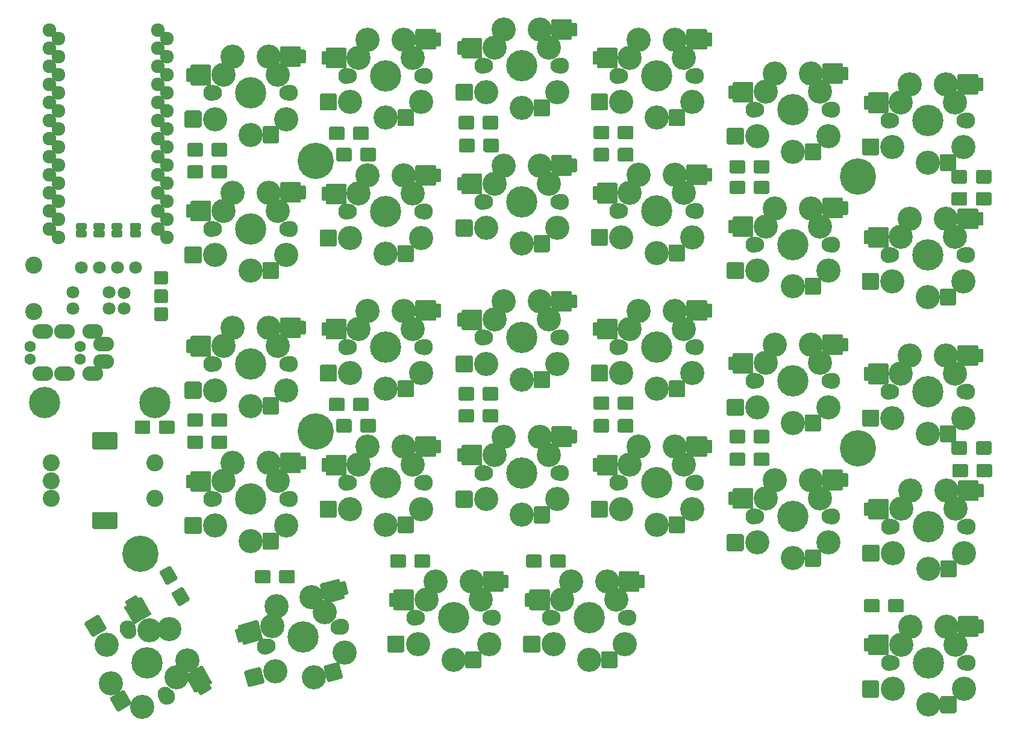
<source format=gbs>
G04 #@! TF.GenerationSoftware,KiCad,Pcbnew,(5.1.12-1-10_14)*
G04 #@! TF.CreationDate,2021-12-17T11:34:48+00:00*
G04 #@! TF.ProjectId,SofleKeyboard,536f666c-654b-4657-9962-6f6172642e6b,rev?*
G04 #@! TF.SameCoordinates,Original*
G04 #@! TF.FileFunction,Soldermask,Bot*
G04 #@! TF.FilePolarity,Negative*
%FSLAX46Y46*%
G04 Gerber Fmt 4.6, Leading zero omitted, Abs format (unit mm)*
G04 Created by KiCad (PCBNEW (5.1.12-1-10_14)) date 2021-12-17 11:34:48*
%MOMM*%
%LPD*%
G01*
G04 APERTURE LIST*
%ADD10C,0.100000*%
%ADD11C,3.400000*%
%ADD12C,2.100000*%
%ADD13C,2.300000*%
%ADD14C,4.400000*%
%ADD15C,1.797000*%
%ADD16C,2.400000*%
%ADD17C,5.100000*%
%ADD18C,1.600000*%
%ADD19O,2.900000X2.100000*%
%ADD20C,1.924000*%
G04 APERTURE END LIST*
D10*
G36*
X203519608Y-102950963D02*
G01*
X203529363Y-102951924D01*
X203567810Y-102959572D01*
X203577189Y-102962417D01*
X203613416Y-102977423D01*
X203622061Y-102982044D01*
X203654664Y-103003830D01*
X203662240Y-103010048D01*
X203689952Y-103037760D01*
X203696170Y-103045336D01*
X203717956Y-103077939D01*
X203722577Y-103086584D01*
X203737583Y-103122811D01*
X203740428Y-103132190D01*
X203748076Y-103170637D01*
X203749037Y-103180392D01*
X203750000Y-103200000D01*
X203750000Y-103450000D01*
X204250000Y-103450000D01*
X204289018Y-103453843D01*
X204326537Y-103465224D01*
X204361114Y-103483706D01*
X204391421Y-103508579D01*
X204416294Y-103538886D01*
X204434776Y-103573463D01*
X204446157Y-103610982D01*
X204450000Y-103650000D01*
X204450000Y-105150000D01*
X204446157Y-105189018D01*
X204434776Y-105226537D01*
X204416294Y-105261114D01*
X204391421Y-105291421D01*
X204361114Y-105316294D01*
X204326537Y-105334776D01*
X204289018Y-105346157D01*
X204250000Y-105350000D01*
X203750000Y-105350000D01*
X203750000Y-105600000D01*
X203749037Y-105619608D01*
X203748076Y-105629363D01*
X203740428Y-105667810D01*
X203737583Y-105677189D01*
X203722577Y-105713416D01*
X203717956Y-105722061D01*
X203696170Y-105754664D01*
X203689952Y-105762240D01*
X203662240Y-105789952D01*
X203654664Y-105796170D01*
X203622061Y-105817956D01*
X203613416Y-105822577D01*
X203577189Y-105837583D01*
X203567810Y-105840428D01*
X203529363Y-105848076D01*
X203519608Y-105849037D01*
X203500000Y-105850000D01*
X201600000Y-105850000D01*
X201580392Y-105849037D01*
X201570637Y-105848076D01*
X201532190Y-105840428D01*
X201522811Y-105837583D01*
X201479116Y-105818377D01*
X201467015Y-105811226D01*
X201443826Y-105795217D01*
X200943826Y-105395217D01*
X200929130Y-105382228D01*
X200922113Y-105375385D01*
X200896841Y-105345362D01*
X200891295Y-105337280D01*
X200872398Y-105302961D01*
X200868534Y-105293953D01*
X200856684Y-105256575D01*
X200854652Y-105246987D01*
X200850612Y-105216588D01*
X200850306Y-105211066D01*
X200850000Y-105200000D01*
X200850000Y-103200000D01*
X200850963Y-103180392D01*
X200851924Y-103170637D01*
X200859572Y-103132190D01*
X200862417Y-103122811D01*
X200877423Y-103086584D01*
X200882044Y-103077939D01*
X200903830Y-103045336D01*
X200910048Y-103037760D01*
X200937760Y-103010048D01*
X200945336Y-103003830D01*
X200977939Y-102982044D01*
X200986584Y-102977423D01*
X201022811Y-102962417D01*
X201032190Y-102959572D01*
X201070637Y-102951924D01*
X201080392Y-102950963D01*
X201100000Y-102950000D01*
X203500000Y-102950000D01*
X203519608Y-102950963D01*
G37*
G36*
X190919608Y-105550963D02*
G01*
X190929363Y-105551924D01*
X190967810Y-105559572D01*
X190977189Y-105562417D01*
X191013416Y-105577423D01*
X191022061Y-105582044D01*
X191054664Y-105603830D01*
X191062240Y-105610048D01*
X191089952Y-105637760D01*
X191096170Y-105645336D01*
X191117956Y-105677939D01*
X191122577Y-105686584D01*
X191137583Y-105722811D01*
X191140428Y-105732190D01*
X191148076Y-105770637D01*
X191149037Y-105780392D01*
X191150000Y-105800000D01*
X191150000Y-108200000D01*
X191149037Y-108219608D01*
X191148076Y-108229363D01*
X191140428Y-108267810D01*
X191137583Y-108277189D01*
X191122577Y-108313416D01*
X191117956Y-108322061D01*
X191096170Y-108354664D01*
X191089952Y-108362240D01*
X191062240Y-108389952D01*
X191054664Y-108396170D01*
X191022061Y-108417956D01*
X191013416Y-108422577D01*
X190977189Y-108437583D01*
X190967810Y-108440428D01*
X190929363Y-108448076D01*
X190919608Y-108449037D01*
X190900000Y-108450000D01*
X188500000Y-108450000D01*
X188480392Y-108449037D01*
X188470637Y-108448076D01*
X188432190Y-108440428D01*
X188422811Y-108437583D01*
X188386584Y-108422577D01*
X188377939Y-108417956D01*
X188345336Y-108396170D01*
X188337760Y-108389952D01*
X188310048Y-108362240D01*
X188303830Y-108354664D01*
X188282044Y-108322061D01*
X188277423Y-108313416D01*
X188262417Y-108277189D01*
X188259572Y-108267810D01*
X188251924Y-108229363D01*
X188250963Y-108219608D01*
X188250000Y-108200000D01*
X188250000Y-107950000D01*
X187850000Y-107950000D01*
X187810982Y-107946157D01*
X187773463Y-107934776D01*
X187738886Y-107916294D01*
X187708579Y-107891421D01*
X187683706Y-107861114D01*
X187665224Y-107826537D01*
X187653843Y-107789018D01*
X187650000Y-107750000D01*
X187650000Y-106250000D01*
X187653843Y-106210982D01*
X187665224Y-106173463D01*
X187683706Y-106138886D01*
X187708579Y-106108579D01*
X187738886Y-106083706D01*
X187773463Y-106065224D01*
X187810982Y-106053843D01*
X187850000Y-106050000D01*
X188250000Y-106050000D01*
X188250000Y-105800000D01*
X188250963Y-105780392D01*
X188251924Y-105770637D01*
X188259572Y-105732190D01*
X188262417Y-105722811D01*
X188277423Y-105686584D01*
X188282044Y-105677939D01*
X188303830Y-105645336D01*
X188310048Y-105637760D01*
X188337760Y-105610048D01*
X188345336Y-105603830D01*
X188377939Y-105582044D01*
X188386584Y-105577423D01*
X188422811Y-105562417D01*
X188432190Y-105559572D01*
X188470637Y-105551924D01*
X188480392Y-105550963D01*
X188500000Y-105550000D01*
X190900000Y-105550000D01*
X190919608Y-105550963D01*
G37*
D11*
X192890000Y-106959999D03*
D12*
X191620000Y-109500000D03*
X201780000Y-109500000D03*
D13*
X202200000Y-109500000D03*
X191200000Y-109500000D03*
D14*
X196700000Y-109500000D03*
D11*
X199240000Y-104420000D03*
X196700000Y-115400000D03*
X191700000Y-113200000D03*
G36*
G01*
X200650000Y-114400000D02*
X200650000Y-116400000D01*
G75*
G02*
X200450000Y-116600000I-200000J0D01*
G01*
X198550000Y-116600000D01*
G75*
G02*
X198350000Y-116400000I0J200000D01*
G01*
X198350000Y-114400000D01*
G75*
G02*
X198550000Y-114200000I200000J0D01*
G01*
X200450000Y-114200000D01*
G75*
G02*
X200650000Y-114400000I0J-200000D01*
G01*
G37*
G36*
G01*
X189800000Y-112200000D02*
X189800000Y-114200000D01*
G75*
G02*
X189600000Y-114400000I-200000J0D01*
G01*
X187600000Y-114400000D01*
G75*
G02*
X187400000Y-114200000I0J200000D01*
G01*
X187400000Y-112200000D01*
G75*
G02*
X187600000Y-112000000I200000J0D01*
G01*
X189600000Y-112000000D01*
G75*
G02*
X189800000Y-112200000I0J-200000D01*
G01*
G37*
X201700000Y-113200000D03*
X194160000Y-104420000D03*
X200510000Y-106960000D03*
D14*
X107000000Y-93500000D03*
X91500000Y-93500000D03*
D15*
X104320000Y-74600000D03*
X101780000Y-74600000D03*
X99240000Y-74600000D03*
X96700000Y-74600000D03*
G36*
G01*
X162600000Y-116550000D02*
X162600000Y-115050000D01*
G75*
G02*
X162800000Y-114850000I200000J0D01*
G01*
X164600000Y-114850000D01*
G75*
G02*
X164800000Y-115050000I0J-200000D01*
G01*
X164800000Y-116550000D01*
G75*
G02*
X164600000Y-116750000I-200000J0D01*
G01*
X162800000Y-116750000D01*
G75*
G02*
X162600000Y-116550000I0J200000D01*
G01*
G37*
G36*
G01*
X159200000Y-116550000D02*
X159200000Y-115050000D01*
G75*
G02*
X159400000Y-114850000I200000J0D01*
G01*
X161200000Y-114850000D01*
G75*
G02*
X161400000Y-115050000I0J-200000D01*
G01*
X161400000Y-116550000D01*
G75*
G02*
X161200000Y-116750000I-200000J0D01*
G01*
X159400000Y-116750000D01*
G75*
G02*
X159200000Y-116550000I0J200000D01*
G01*
G37*
G36*
G01*
X143500000Y-116550000D02*
X143500000Y-115050000D01*
G75*
G02*
X143700000Y-114850000I200000J0D01*
G01*
X145500000Y-114850000D01*
G75*
G02*
X145700000Y-115050000I0J-200000D01*
G01*
X145700000Y-116550000D01*
G75*
G02*
X145500000Y-116750000I-200000J0D01*
G01*
X143700000Y-116750000D01*
G75*
G02*
X143500000Y-116550000I0J200000D01*
G01*
G37*
G36*
G01*
X140100000Y-116550000D02*
X140100000Y-115050000D01*
G75*
G02*
X140300000Y-114850000I200000J0D01*
G01*
X142100000Y-114850000D01*
G75*
G02*
X142300000Y-115050000I0J-200000D01*
G01*
X142300000Y-116550000D01*
G75*
G02*
X142100000Y-116750000I-200000J0D01*
G01*
X140300000Y-116750000D01*
G75*
G02*
X140100000Y-116550000I0J200000D01*
G01*
G37*
G36*
G01*
X124500000Y-118750000D02*
X124500000Y-117250000D01*
G75*
G02*
X124700000Y-117050000I200000J0D01*
G01*
X126500000Y-117050000D01*
G75*
G02*
X126700000Y-117250000I0J-200000D01*
G01*
X126700000Y-118750000D01*
G75*
G02*
X126500000Y-118950000I-200000J0D01*
G01*
X124700000Y-118950000D01*
G75*
G02*
X124500000Y-118750000I0J200000D01*
G01*
G37*
G36*
G01*
X121100000Y-118750000D02*
X121100000Y-117250000D01*
G75*
G02*
X121300000Y-117050000I200000J0D01*
G01*
X123100000Y-117050000D01*
G75*
G02*
X123300000Y-117250000I0J-200000D01*
G01*
X123300000Y-118750000D01*
G75*
G02*
X123100000Y-118950000I-200000J0D01*
G01*
X121300000Y-118950000D01*
G75*
G02*
X121100000Y-118750000I0J200000D01*
G01*
G37*
G36*
G01*
X109450481Y-120194615D02*
X110749519Y-119444615D01*
G75*
G02*
X111022724Y-119517820I100000J-173205D01*
G01*
X111922724Y-121076666D01*
G75*
G02*
X111849519Y-121349871I-173205J-100000D01*
G01*
X110550481Y-122099871D01*
G75*
G02*
X110277276Y-122026666I-100000J173205D01*
G01*
X109377276Y-120467820D01*
G75*
G02*
X109450481Y-120194615I173205J100000D01*
G01*
G37*
G36*
G01*
X107750481Y-117250129D02*
X109049519Y-116500129D01*
G75*
G02*
X109322724Y-116573334I100000J-173205D01*
G01*
X110222724Y-118132180D01*
G75*
G02*
X110149519Y-118405385I-173205J-100000D01*
G01*
X108850481Y-119155385D01*
G75*
G02*
X108577276Y-119082180I-100000J173205D01*
G01*
X107677276Y-117523334D01*
G75*
G02*
X107750481Y-117250129I173205J100000D01*
G01*
G37*
G36*
G01*
X107600000Y-97750000D02*
X107600000Y-96250000D01*
G75*
G02*
X107800000Y-96050000I200000J0D01*
G01*
X109600000Y-96050000D01*
G75*
G02*
X109800000Y-96250000I0J-200000D01*
G01*
X109800000Y-97750000D01*
G75*
G02*
X109600000Y-97950000I-200000J0D01*
G01*
X107800000Y-97950000D01*
G75*
G02*
X107600000Y-97750000I0J200000D01*
G01*
G37*
G36*
G01*
X104200000Y-97750000D02*
X104200000Y-96250000D01*
G75*
G02*
X104400000Y-96050000I200000J0D01*
G01*
X106200000Y-96050000D01*
G75*
G02*
X106400000Y-96250000I0J-200000D01*
G01*
X106400000Y-97750000D01*
G75*
G02*
X106200000Y-97950000I-200000J0D01*
G01*
X104400000Y-97950000D01*
G75*
G02*
X104200000Y-97750000I0J200000D01*
G01*
G37*
G36*
G01*
X222500000Y-103850000D02*
X222500000Y-102350000D01*
G75*
G02*
X222700000Y-102150000I200000J0D01*
G01*
X224500000Y-102150000D01*
G75*
G02*
X224700000Y-102350000I0J-200000D01*
G01*
X224700000Y-103850000D01*
G75*
G02*
X224500000Y-104050000I-200000J0D01*
G01*
X222700000Y-104050000D01*
G75*
G02*
X222500000Y-103850000I0J200000D01*
G01*
G37*
G36*
G01*
X219100000Y-103850000D02*
X219100000Y-102350000D01*
G75*
G02*
X219300000Y-102150000I200000J0D01*
G01*
X221100000Y-102150000D01*
G75*
G02*
X221300000Y-102350000I0J-200000D01*
G01*
X221300000Y-103850000D01*
G75*
G02*
X221100000Y-104050000I-200000J0D01*
G01*
X219300000Y-104050000D01*
G75*
G02*
X219100000Y-103850000I0J200000D01*
G01*
G37*
G36*
G01*
X191200000Y-102250000D02*
X191200000Y-100750000D01*
G75*
G02*
X191400000Y-100550000I200000J0D01*
G01*
X193200000Y-100550000D01*
G75*
G02*
X193400000Y-100750000I0J-200000D01*
G01*
X193400000Y-102250000D01*
G75*
G02*
X193200000Y-102450000I-200000J0D01*
G01*
X191400000Y-102450000D01*
G75*
G02*
X191200000Y-102250000I0J200000D01*
G01*
G37*
G36*
G01*
X187800000Y-102250000D02*
X187800000Y-100750000D01*
G75*
G02*
X188000000Y-100550000I200000J0D01*
G01*
X189800000Y-100550000D01*
G75*
G02*
X190000000Y-100750000I0J-200000D01*
G01*
X190000000Y-102250000D01*
G75*
G02*
X189800000Y-102450000I-200000J0D01*
G01*
X188000000Y-102450000D01*
G75*
G02*
X187800000Y-102250000I0J200000D01*
G01*
G37*
G36*
G01*
X172100000Y-97550000D02*
X172100000Y-96050000D01*
G75*
G02*
X172300000Y-95850000I200000J0D01*
G01*
X174100000Y-95850000D01*
G75*
G02*
X174300000Y-96050000I0J-200000D01*
G01*
X174300000Y-97550000D01*
G75*
G02*
X174100000Y-97750000I-200000J0D01*
G01*
X172300000Y-97750000D01*
G75*
G02*
X172100000Y-97550000I0J200000D01*
G01*
G37*
G36*
G01*
X168700000Y-97550000D02*
X168700000Y-96050000D01*
G75*
G02*
X168900000Y-95850000I200000J0D01*
G01*
X170700000Y-95850000D01*
G75*
G02*
X170900000Y-96050000I0J-200000D01*
G01*
X170900000Y-97550000D01*
G75*
G02*
X170700000Y-97750000I-200000J0D01*
G01*
X168900000Y-97750000D01*
G75*
G02*
X168700000Y-97550000I0J200000D01*
G01*
G37*
G36*
G01*
X153100000Y-96150000D02*
X153100000Y-94650000D01*
G75*
G02*
X153300000Y-94450000I200000J0D01*
G01*
X155100000Y-94450000D01*
G75*
G02*
X155300000Y-94650000I0J-200000D01*
G01*
X155300000Y-96150000D01*
G75*
G02*
X155100000Y-96350000I-200000J0D01*
G01*
X153300000Y-96350000D01*
G75*
G02*
X153100000Y-96150000I0J200000D01*
G01*
G37*
G36*
G01*
X149700000Y-96150000D02*
X149700000Y-94650000D01*
G75*
G02*
X149900000Y-94450000I200000J0D01*
G01*
X151700000Y-94450000D01*
G75*
G02*
X151900000Y-94650000I0J-200000D01*
G01*
X151900000Y-96150000D01*
G75*
G02*
X151700000Y-96350000I-200000J0D01*
G01*
X149900000Y-96350000D01*
G75*
G02*
X149700000Y-96150000I0J200000D01*
G01*
G37*
G36*
G01*
X135900000Y-97550000D02*
X135900000Y-96050000D01*
G75*
G02*
X136100000Y-95850000I200000J0D01*
G01*
X137900000Y-95850000D01*
G75*
G02*
X138100000Y-96050000I0J-200000D01*
G01*
X138100000Y-97550000D01*
G75*
G02*
X137900000Y-97750000I-200000J0D01*
G01*
X136100000Y-97750000D01*
G75*
G02*
X135900000Y-97550000I0J200000D01*
G01*
G37*
G36*
G01*
X132500000Y-97550000D02*
X132500000Y-96050000D01*
G75*
G02*
X132700000Y-95850000I200000J0D01*
G01*
X134500000Y-95850000D01*
G75*
G02*
X134700000Y-96050000I0J-200000D01*
G01*
X134700000Y-97550000D01*
G75*
G02*
X134500000Y-97750000I-200000J0D01*
G01*
X132700000Y-97750000D01*
G75*
G02*
X132500000Y-97550000I0J200000D01*
G01*
G37*
G36*
G01*
X115000000Y-99850000D02*
X115000000Y-98350000D01*
G75*
G02*
X115200000Y-98150000I200000J0D01*
G01*
X117000000Y-98150000D01*
G75*
G02*
X117200000Y-98350000I0J-200000D01*
G01*
X117200000Y-99850000D01*
G75*
G02*
X117000000Y-100050000I-200000J0D01*
G01*
X115200000Y-100050000D01*
G75*
G02*
X115000000Y-99850000I0J200000D01*
G01*
G37*
G36*
G01*
X111600000Y-99850000D02*
X111600000Y-98350000D01*
G75*
G02*
X111800000Y-98150000I200000J0D01*
G01*
X113600000Y-98150000D01*
G75*
G02*
X113800000Y-98350000I0J-200000D01*
G01*
X113800000Y-99850000D01*
G75*
G02*
X113600000Y-100050000I-200000J0D01*
G01*
X111800000Y-100050000D01*
G75*
G02*
X111600000Y-99850000I0J200000D01*
G01*
G37*
G36*
G01*
X222400000Y-100650000D02*
X222400000Y-99150000D01*
G75*
G02*
X222600000Y-98950000I200000J0D01*
G01*
X224400000Y-98950000D01*
G75*
G02*
X224600000Y-99150000I0J-200000D01*
G01*
X224600000Y-100650000D01*
G75*
G02*
X224400000Y-100850000I-200000J0D01*
G01*
X222600000Y-100850000D01*
G75*
G02*
X222400000Y-100650000I0J200000D01*
G01*
G37*
G36*
G01*
X219000000Y-100650000D02*
X219000000Y-99150000D01*
G75*
G02*
X219200000Y-98950000I200000J0D01*
G01*
X221000000Y-98950000D01*
G75*
G02*
X221200000Y-99150000I0J-200000D01*
G01*
X221200000Y-100650000D01*
G75*
G02*
X221000000Y-100850000I-200000J0D01*
G01*
X219200000Y-100850000D01*
G75*
G02*
X219000000Y-100650000I0J200000D01*
G01*
G37*
G36*
G01*
X191200000Y-99050000D02*
X191200000Y-97550000D01*
G75*
G02*
X191400000Y-97350000I200000J0D01*
G01*
X193200000Y-97350000D01*
G75*
G02*
X193400000Y-97550000I0J-200000D01*
G01*
X193400000Y-99050000D01*
G75*
G02*
X193200000Y-99250000I-200000J0D01*
G01*
X191400000Y-99250000D01*
G75*
G02*
X191200000Y-99050000I0J200000D01*
G01*
G37*
G36*
G01*
X187800000Y-99050000D02*
X187800000Y-97550000D01*
G75*
G02*
X188000000Y-97350000I200000J0D01*
G01*
X189800000Y-97350000D01*
G75*
G02*
X190000000Y-97550000I0J-200000D01*
G01*
X190000000Y-99050000D01*
G75*
G02*
X189800000Y-99250000I-200000J0D01*
G01*
X188000000Y-99250000D01*
G75*
G02*
X187800000Y-99050000I0J200000D01*
G01*
G37*
G36*
G01*
X172100000Y-94350000D02*
X172100000Y-92850000D01*
G75*
G02*
X172300000Y-92650000I200000J0D01*
G01*
X174100000Y-92650000D01*
G75*
G02*
X174300000Y-92850000I0J-200000D01*
G01*
X174300000Y-94350000D01*
G75*
G02*
X174100000Y-94550000I-200000J0D01*
G01*
X172300000Y-94550000D01*
G75*
G02*
X172100000Y-94350000I0J200000D01*
G01*
G37*
G36*
G01*
X168700000Y-94350000D02*
X168700000Y-92850000D01*
G75*
G02*
X168900000Y-92650000I200000J0D01*
G01*
X170700000Y-92650000D01*
G75*
G02*
X170900000Y-92850000I0J-200000D01*
G01*
X170900000Y-94350000D01*
G75*
G02*
X170700000Y-94550000I-200000J0D01*
G01*
X168900000Y-94550000D01*
G75*
G02*
X168700000Y-94350000I0J200000D01*
G01*
G37*
G36*
G01*
X153100000Y-93050000D02*
X153100000Y-91550000D01*
G75*
G02*
X153300000Y-91350000I200000J0D01*
G01*
X155100000Y-91350000D01*
G75*
G02*
X155300000Y-91550000I0J-200000D01*
G01*
X155300000Y-93050000D01*
G75*
G02*
X155100000Y-93250000I-200000J0D01*
G01*
X153300000Y-93250000D01*
G75*
G02*
X153100000Y-93050000I0J200000D01*
G01*
G37*
G36*
G01*
X149700000Y-93050000D02*
X149700000Y-91550000D01*
G75*
G02*
X149900000Y-91350000I200000J0D01*
G01*
X151700000Y-91350000D01*
G75*
G02*
X151900000Y-91550000I0J-200000D01*
G01*
X151900000Y-93050000D01*
G75*
G02*
X151700000Y-93250000I-200000J0D01*
G01*
X149900000Y-93250000D01*
G75*
G02*
X149700000Y-93050000I0J200000D01*
G01*
G37*
G36*
G01*
X134900000Y-94550000D02*
X134900000Y-93050000D01*
G75*
G02*
X135100000Y-92850000I200000J0D01*
G01*
X136900000Y-92850000D01*
G75*
G02*
X137100000Y-93050000I0J-200000D01*
G01*
X137100000Y-94550000D01*
G75*
G02*
X136900000Y-94750000I-200000J0D01*
G01*
X135100000Y-94750000D01*
G75*
G02*
X134900000Y-94550000I0J200000D01*
G01*
G37*
G36*
G01*
X131500000Y-94550000D02*
X131500000Y-93050000D01*
G75*
G02*
X131700000Y-92850000I200000J0D01*
G01*
X133500000Y-92850000D01*
G75*
G02*
X133700000Y-93050000I0J-200000D01*
G01*
X133700000Y-94550000D01*
G75*
G02*
X133500000Y-94750000I-200000J0D01*
G01*
X131700000Y-94750000D01*
G75*
G02*
X131500000Y-94550000I0J200000D01*
G01*
G37*
G36*
G01*
X115000000Y-96750000D02*
X115000000Y-95250000D01*
G75*
G02*
X115200000Y-95050000I200000J0D01*
G01*
X117000000Y-95050000D01*
G75*
G02*
X117200000Y-95250000I0J-200000D01*
G01*
X117200000Y-96750000D01*
G75*
G02*
X117000000Y-96950000I-200000J0D01*
G01*
X115200000Y-96950000D01*
G75*
G02*
X115000000Y-96750000I0J200000D01*
G01*
G37*
G36*
G01*
X111600000Y-96750000D02*
X111600000Y-95250000D01*
G75*
G02*
X111800000Y-95050000I200000J0D01*
G01*
X113600000Y-95050000D01*
G75*
G02*
X113800000Y-95250000I0J-200000D01*
G01*
X113800000Y-96750000D01*
G75*
G02*
X113600000Y-96950000I-200000J0D01*
G01*
X111800000Y-96950000D01*
G75*
G02*
X111600000Y-96750000I0J200000D01*
G01*
G37*
G36*
G01*
X222400000Y-65650000D02*
X222400000Y-64150000D01*
G75*
G02*
X222600000Y-63950000I200000J0D01*
G01*
X224400000Y-63950000D01*
G75*
G02*
X224600000Y-64150000I0J-200000D01*
G01*
X224600000Y-65650000D01*
G75*
G02*
X224400000Y-65850000I-200000J0D01*
G01*
X222600000Y-65850000D01*
G75*
G02*
X222400000Y-65650000I0J200000D01*
G01*
G37*
G36*
G01*
X219000000Y-65650000D02*
X219000000Y-64150000D01*
G75*
G02*
X219200000Y-63950000I200000J0D01*
G01*
X221000000Y-63950000D01*
G75*
G02*
X221200000Y-64150000I0J-200000D01*
G01*
X221200000Y-65650000D01*
G75*
G02*
X221000000Y-65850000I-200000J0D01*
G01*
X219200000Y-65850000D01*
G75*
G02*
X219000000Y-65650000I0J200000D01*
G01*
G37*
G36*
G01*
X191200000Y-64050000D02*
X191200000Y-62550000D01*
G75*
G02*
X191400000Y-62350000I200000J0D01*
G01*
X193200000Y-62350000D01*
G75*
G02*
X193400000Y-62550000I0J-200000D01*
G01*
X193400000Y-64050000D01*
G75*
G02*
X193200000Y-64250000I-200000J0D01*
G01*
X191400000Y-64250000D01*
G75*
G02*
X191200000Y-64050000I0J200000D01*
G01*
G37*
G36*
G01*
X187800000Y-64050000D02*
X187800000Y-62550000D01*
G75*
G02*
X188000000Y-62350000I200000J0D01*
G01*
X189800000Y-62350000D01*
G75*
G02*
X190000000Y-62550000I0J-200000D01*
G01*
X190000000Y-64050000D01*
G75*
G02*
X189800000Y-64250000I-200000J0D01*
G01*
X188000000Y-64250000D01*
G75*
G02*
X187800000Y-64050000I0J200000D01*
G01*
G37*
G36*
G01*
X172100000Y-59450000D02*
X172100000Y-57950000D01*
G75*
G02*
X172300000Y-57750000I200000J0D01*
G01*
X174100000Y-57750000D01*
G75*
G02*
X174300000Y-57950000I0J-200000D01*
G01*
X174300000Y-59450000D01*
G75*
G02*
X174100000Y-59650000I-200000J0D01*
G01*
X172300000Y-59650000D01*
G75*
G02*
X172100000Y-59450000I0J200000D01*
G01*
G37*
G36*
G01*
X168700000Y-59450000D02*
X168700000Y-57950000D01*
G75*
G02*
X168900000Y-57750000I200000J0D01*
G01*
X170700000Y-57750000D01*
G75*
G02*
X170900000Y-57950000I0J-200000D01*
G01*
X170900000Y-59450000D01*
G75*
G02*
X170700000Y-59650000I-200000J0D01*
G01*
X168900000Y-59650000D01*
G75*
G02*
X168700000Y-59450000I0J200000D01*
G01*
G37*
G36*
G01*
X153200000Y-58150000D02*
X153200000Y-56650000D01*
G75*
G02*
X153400000Y-56450000I200000J0D01*
G01*
X155200000Y-56450000D01*
G75*
G02*
X155400000Y-56650000I0J-200000D01*
G01*
X155400000Y-58150000D01*
G75*
G02*
X155200000Y-58350000I-200000J0D01*
G01*
X153400000Y-58350000D01*
G75*
G02*
X153200000Y-58150000I0J200000D01*
G01*
G37*
G36*
G01*
X149800000Y-58150000D02*
X149800000Y-56650000D01*
G75*
G02*
X150000000Y-56450000I200000J0D01*
G01*
X151800000Y-56450000D01*
G75*
G02*
X152000000Y-56650000I0J-200000D01*
G01*
X152000000Y-58150000D01*
G75*
G02*
X151800000Y-58350000I-200000J0D01*
G01*
X150000000Y-58350000D01*
G75*
G02*
X149800000Y-58150000I0J200000D01*
G01*
G37*
G36*
G01*
X135900000Y-59450000D02*
X135900000Y-57950000D01*
G75*
G02*
X136100000Y-57750000I200000J0D01*
G01*
X137900000Y-57750000D01*
G75*
G02*
X138100000Y-57950000I0J-200000D01*
G01*
X138100000Y-59450000D01*
G75*
G02*
X137900000Y-59650000I-200000J0D01*
G01*
X136100000Y-59650000D01*
G75*
G02*
X135900000Y-59450000I0J200000D01*
G01*
G37*
G36*
G01*
X132500000Y-59450000D02*
X132500000Y-57950000D01*
G75*
G02*
X132700000Y-57750000I200000J0D01*
G01*
X134500000Y-57750000D01*
G75*
G02*
X134700000Y-57950000I0J-200000D01*
G01*
X134700000Y-59450000D01*
G75*
G02*
X134500000Y-59650000I-200000J0D01*
G01*
X132700000Y-59650000D01*
G75*
G02*
X132500000Y-59450000I0J200000D01*
G01*
G37*
G36*
G01*
X115000000Y-61850000D02*
X115000000Y-60350000D01*
G75*
G02*
X115200000Y-60150000I200000J0D01*
G01*
X117000000Y-60150000D01*
G75*
G02*
X117200000Y-60350000I0J-200000D01*
G01*
X117200000Y-61850000D01*
G75*
G02*
X117000000Y-62050000I-200000J0D01*
G01*
X115200000Y-62050000D01*
G75*
G02*
X115000000Y-61850000I0J200000D01*
G01*
G37*
G36*
G01*
X111600000Y-61850000D02*
X111600000Y-60350000D01*
G75*
G02*
X111800000Y-60150000I200000J0D01*
G01*
X113600000Y-60150000D01*
G75*
G02*
X113800000Y-60350000I0J-200000D01*
G01*
X113800000Y-61850000D01*
G75*
G02*
X113600000Y-62050000I-200000J0D01*
G01*
X111800000Y-62050000D01*
G75*
G02*
X111600000Y-61850000I0J200000D01*
G01*
G37*
G36*
G01*
X222400000Y-62550000D02*
X222400000Y-61050000D01*
G75*
G02*
X222600000Y-60850000I200000J0D01*
G01*
X224400000Y-60850000D01*
G75*
G02*
X224600000Y-61050000I0J-200000D01*
G01*
X224600000Y-62550000D01*
G75*
G02*
X224400000Y-62750000I-200000J0D01*
G01*
X222600000Y-62750000D01*
G75*
G02*
X222400000Y-62550000I0J200000D01*
G01*
G37*
G36*
G01*
X219000000Y-62550000D02*
X219000000Y-61050000D01*
G75*
G02*
X219200000Y-60850000I200000J0D01*
G01*
X221000000Y-60850000D01*
G75*
G02*
X221200000Y-61050000I0J-200000D01*
G01*
X221200000Y-62550000D01*
G75*
G02*
X221000000Y-62750000I-200000J0D01*
G01*
X219200000Y-62750000D01*
G75*
G02*
X219000000Y-62550000I0J200000D01*
G01*
G37*
G36*
G01*
X191200000Y-61150000D02*
X191200000Y-59650000D01*
G75*
G02*
X191400000Y-59450000I200000J0D01*
G01*
X193200000Y-59450000D01*
G75*
G02*
X193400000Y-59650000I0J-200000D01*
G01*
X193400000Y-61150000D01*
G75*
G02*
X193200000Y-61350000I-200000J0D01*
G01*
X191400000Y-61350000D01*
G75*
G02*
X191200000Y-61150000I0J200000D01*
G01*
G37*
G36*
G01*
X187800000Y-61150000D02*
X187800000Y-59650000D01*
G75*
G02*
X188000000Y-59450000I200000J0D01*
G01*
X189800000Y-59450000D01*
G75*
G02*
X190000000Y-59650000I0J-200000D01*
G01*
X190000000Y-61150000D01*
G75*
G02*
X189800000Y-61350000I-200000J0D01*
G01*
X188000000Y-61350000D01*
G75*
G02*
X187800000Y-61150000I0J200000D01*
G01*
G37*
G36*
G01*
X172100000Y-56350000D02*
X172100000Y-54850000D01*
G75*
G02*
X172300000Y-54650000I200000J0D01*
G01*
X174100000Y-54650000D01*
G75*
G02*
X174300000Y-54850000I0J-200000D01*
G01*
X174300000Y-56350000D01*
G75*
G02*
X174100000Y-56550000I-200000J0D01*
G01*
X172300000Y-56550000D01*
G75*
G02*
X172100000Y-56350000I0J200000D01*
G01*
G37*
G36*
G01*
X168700000Y-56350000D02*
X168700000Y-54850000D01*
G75*
G02*
X168900000Y-54650000I200000J0D01*
G01*
X170700000Y-54650000D01*
G75*
G02*
X170900000Y-54850000I0J-200000D01*
G01*
X170900000Y-56350000D01*
G75*
G02*
X170700000Y-56550000I-200000J0D01*
G01*
X168900000Y-56550000D01*
G75*
G02*
X168700000Y-56350000I0J200000D01*
G01*
G37*
G36*
G01*
X153100000Y-54950000D02*
X153100000Y-53450000D01*
G75*
G02*
X153300000Y-53250000I200000J0D01*
G01*
X155100000Y-53250000D01*
G75*
G02*
X155300000Y-53450000I0J-200000D01*
G01*
X155300000Y-54950000D01*
G75*
G02*
X155100000Y-55150000I-200000J0D01*
G01*
X153300000Y-55150000D01*
G75*
G02*
X153100000Y-54950000I0J200000D01*
G01*
G37*
G36*
G01*
X149700000Y-54950000D02*
X149700000Y-53450000D01*
G75*
G02*
X149900000Y-53250000I200000J0D01*
G01*
X151700000Y-53250000D01*
G75*
G02*
X151900000Y-53450000I0J-200000D01*
G01*
X151900000Y-54950000D01*
G75*
G02*
X151700000Y-55150000I-200000J0D01*
G01*
X149900000Y-55150000D01*
G75*
G02*
X149700000Y-54950000I0J200000D01*
G01*
G37*
G36*
G01*
X134900000Y-56450000D02*
X134900000Y-54950000D01*
G75*
G02*
X135100000Y-54750000I200000J0D01*
G01*
X136900000Y-54750000D01*
G75*
G02*
X137100000Y-54950000I0J-200000D01*
G01*
X137100000Y-56450000D01*
G75*
G02*
X136900000Y-56650000I-200000J0D01*
G01*
X135100000Y-56650000D01*
G75*
G02*
X134900000Y-56450000I0J200000D01*
G01*
G37*
G36*
G01*
X131500000Y-56450000D02*
X131500000Y-54950000D01*
G75*
G02*
X131700000Y-54750000I200000J0D01*
G01*
X133500000Y-54750000D01*
G75*
G02*
X133700000Y-54950000I0J-200000D01*
G01*
X133700000Y-56450000D01*
G75*
G02*
X133500000Y-56650000I-200000J0D01*
G01*
X131700000Y-56650000D01*
G75*
G02*
X131500000Y-56450000I0J200000D01*
G01*
G37*
G36*
G01*
X115000000Y-58750000D02*
X115000000Y-57250000D01*
G75*
G02*
X115200000Y-57050000I200000J0D01*
G01*
X117000000Y-57050000D01*
G75*
G02*
X117200000Y-57250000I0J-200000D01*
G01*
X117200000Y-58750000D01*
G75*
G02*
X117000000Y-58950000I-200000J0D01*
G01*
X115200000Y-58950000D01*
G75*
G02*
X115000000Y-58750000I0J200000D01*
G01*
G37*
G36*
G01*
X111600000Y-58750000D02*
X111600000Y-57250000D01*
G75*
G02*
X111800000Y-57050000I200000J0D01*
G01*
X113600000Y-57050000D01*
G75*
G02*
X113800000Y-57250000I0J-200000D01*
G01*
X113800000Y-58750000D01*
G75*
G02*
X113600000Y-58950000I-200000J0D01*
G01*
X111800000Y-58950000D01*
G75*
G02*
X111600000Y-58750000I0J200000D01*
G01*
G37*
D16*
X90000000Y-80750000D03*
X90000000Y-74250000D03*
G36*
G01*
X97271500Y-69317120D02*
X96128500Y-69317120D01*
G75*
G02*
X95928500Y-69117120I0J200000D01*
G01*
X95928500Y-68482120D01*
G75*
G02*
X96128500Y-68282120I200000J0D01*
G01*
X97271500Y-68282120D01*
G75*
G02*
X97471500Y-68482120I0J-200000D01*
G01*
X97471500Y-69117120D01*
G75*
G02*
X97271500Y-69317120I-200000J0D01*
G01*
G37*
G36*
G01*
X97271500Y-70317880D02*
X96128500Y-70317880D01*
G75*
G02*
X95928500Y-70117880I0J200000D01*
G01*
X95928500Y-69482880D01*
G75*
G02*
X96128500Y-69282880I200000J0D01*
G01*
X97271500Y-69282880D01*
G75*
G02*
X97471500Y-69482880I0J-200000D01*
G01*
X97471500Y-70117880D01*
G75*
G02*
X97271500Y-70317880I-200000J0D01*
G01*
G37*
G36*
G01*
X99771500Y-69317120D02*
X98628500Y-69317120D01*
G75*
G02*
X98428500Y-69117120I0J200000D01*
G01*
X98428500Y-68482120D01*
G75*
G02*
X98628500Y-68282120I200000J0D01*
G01*
X99771500Y-68282120D01*
G75*
G02*
X99971500Y-68482120I0J-200000D01*
G01*
X99971500Y-69117120D01*
G75*
G02*
X99771500Y-69317120I-200000J0D01*
G01*
G37*
G36*
G01*
X99771500Y-70317880D02*
X98628500Y-70317880D01*
G75*
G02*
X98428500Y-70117880I0J200000D01*
G01*
X98428500Y-69482880D01*
G75*
G02*
X98628500Y-69282880I200000J0D01*
G01*
X99771500Y-69282880D01*
G75*
G02*
X99971500Y-69482880I0J-200000D01*
G01*
X99971500Y-70117880D01*
G75*
G02*
X99771500Y-70317880I-200000J0D01*
G01*
G37*
G36*
G01*
X102271500Y-69317120D02*
X101128500Y-69317120D01*
G75*
G02*
X100928500Y-69117120I0J200000D01*
G01*
X100928500Y-68482120D01*
G75*
G02*
X101128500Y-68282120I200000J0D01*
G01*
X102271500Y-68282120D01*
G75*
G02*
X102471500Y-68482120I0J-200000D01*
G01*
X102471500Y-69117120D01*
G75*
G02*
X102271500Y-69317120I-200000J0D01*
G01*
G37*
G36*
G01*
X102271500Y-70317880D02*
X101128500Y-70317880D01*
G75*
G02*
X100928500Y-70117880I0J200000D01*
G01*
X100928500Y-69482880D01*
G75*
G02*
X101128500Y-69282880I200000J0D01*
G01*
X102271500Y-69282880D01*
G75*
G02*
X102471500Y-69482880I0J-200000D01*
G01*
X102471500Y-70117880D01*
G75*
G02*
X102271500Y-70317880I-200000J0D01*
G01*
G37*
G36*
G01*
X104871500Y-69317120D02*
X103728500Y-69317120D01*
G75*
G02*
X103528500Y-69117120I0J200000D01*
G01*
X103528500Y-68482120D01*
G75*
G02*
X103728500Y-68282120I200000J0D01*
G01*
X104871500Y-68282120D01*
G75*
G02*
X105071500Y-68482120I0J-200000D01*
G01*
X105071500Y-69117120D01*
G75*
G02*
X104871500Y-69317120I-200000J0D01*
G01*
G37*
G36*
G01*
X104871500Y-70317880D02*
X103728500Y-70317880D01*
G75*
G02*
X103528500Y-70117880I0J200000D01*
G01*
X103528500Y-69482880D01*
G75*
G02*
X103728500Y-69282880I200000J0D01*
G01*
X104871500Y-69282880D01*
G75*
G02*
X105071500Y-69482880I0J-200000D01*
G01*
X105071500Y-70117880D01*
G75*
G02*
X104871500Y-70317880I-200000J0D01*
G01*
G37*
D15*
X100579272Y-80311965D03*
X95499272Y-80311965D03*
X100579272Y-78061965D03*
X95499272Y-78061965D03*
X102700000Y-78100000D03*
X102700000Y-80300000D03*
D17*
X205800000Y-100000000D03*
X129600000Y-97600000D03*
X129600000Y-59600000D03*
G36*
G01*
X210099200Y-122822400D02*
X210099200Y-121322400D01*
G75*
G02*
X210299200Y-121122400I200000J0D01*
G01*
X212099200Y-121122400D01*
G75*
G02*
X212299200Y-121322400I0J-200000D01*
G01*
X212299200Y-122822400D01*
G75*
G02*
X212099200Y-123022400I-200000J0D01*
G01*
X210299200Y-123022400D01*
G75*
G02*
X210099200Y-122822400I0J200000D01*
G01*
G37*
G36*
G01*
X206699200Y-122822400D02*
X206699200Y-121322400D01*
G75*
G02*
X206899200Y-121122400I200000J0D01*
G01*
X208699200Y-121122400D01*
G75*
G02*
X208899200Y-121322400I0J-200000D01*
G01*
X208899200Y-122822400D01*
G75*
G02*
X208699200Y-123022400I-200000J0D01*
G01*
X206899200Y-123022400D01*
G75*
G02*
X206699200Y-122822400I0J200000D01*
G01*
G37*
D10*
G36*
X127319608Y-43450963D02*
G01*
X127329363Y-43451924D01*
X127367810Y-43459572D01*
X127377189Y-43462417D01*
X127413416Y-43477423D01*
X127422061Y-43482044D01*
X127454664Y-43503830D01*
X127462240Y-43510048D01*
X127489952Y-43537760D01*
X127496170Y-43545336D01*
X127517956Y-43577939D01*
X127522577Y-43586584D01*
X127537583Y-43622811D01*
X127540428Y-43632190D01*
X127548076Y-43670637D01*
X127549037Y-43680392D01*
X127550000Y-43700000D01*
X127550000Y-43950000D01*
X128050000Y-43950000D01*
X128089018Y-43953843D01*
X128126537Y-43965224D01*
X128161114Y-43983706D01*
X128191421Y-44008579D01*
X128216294Y-44038886D01*
X128234776Y-44073463D01*
X128246157Y-44110982D01*
X128250000Y-44150000D01*
X128250000Y-45650000D01*
X128246157Y-45689018D01*
X128234776Y-45726537D01*
X128216294Y-45761114D01*
X128191421Y-45791421D01*
X128161114Y-45816294D01*
X128126537Y-45834776D01*
X128089018Y-45846157D01*
X128050000Y-45850000D01*
X127550000Y-45850000D01*
X127550000Y-46100000D01*
X127549037Y-46119608D01*
X127548076Y-46129363D01*
X127540428Y-46167810D01*
X127537583Y-46177189D01*
X127522577Y-46213416D01*
X127517956Y-46222061D01*
X127496170Y-46254664D01*
X127489952Y-46262240D01*
X127462240Y-46289952D01*
X127454664Y-46296170D01*
X127422061Y-46317956D01*
X127413416Y-46322577D01*
X127377189Y-46337583D01*
X127367810Y-46340428D01*
X127329363Y-46348076D01*
X127319608Y-46349037D01*
X127300000Y-46350000D01*
X125400000Y-46350000D01*
X125380392Y-46349037D01*
X125370637Y-46348076D01*
X125332190Y-46340428D01*
X125322811Y-46337583D01*
X125279116Y-46318377D01*
X125267015Y-46311226D01*
X125243826Y-46295217D01*
X124743826Y-45895217D01*
X124729130Y-45882228D01*
X124722113Y-45875385D01*
X124696841Y-45845362D01*
X124691295Y-45837280D01*
X124672398Y-45802961D01*
X124668534Y-45793953D01*
X124656684Y-45756575D01*
X124654652Y-45746987D01*
X124650612Y-45716588D01*
X124650306Y-45711066D01*
X124650000Y-45700000D01*
X124650000Y-43700000D01*
X124650963Y-43680392D01*
X124651924Y-43670637D01*
X124659572Y-43632190D01*
X124662417Y-43622811D01*
X124677423Y-43586584D01*
X124682044Y-43577939D01*
X124703830Y-43545336D01*
X124710048Y-43537760D01*
X124737760Y-43510048D01*
X124745336Y-43503830D01*
X124777939Y-43482044D01*
X124786584Y-43477423D01*
X124822811Y-43462417D01*
X124832190Y-43459572D01*
X124870637Y-43451924D01*
X124880392Y-43450963D01*
X124900000Y-43450000D01*
X127300000Y-43450000D01*
X127319608Y-43450963D01*
G37*
G36*
X114719608Y-46050963D02*
G01*
X114729363Y-46051924D01*
X114767810Y-46059572D01*
X114777189Y-46062417D01*
X114813416Y-46077423D01*
X114822061Y-46082044D01*
X114854664Y-46103830D01*
X114862240Y-46110048D01*
X114889952Y-46137760D01*
X114896170Y-46145336D01*
X114917956Y-46177939D01*
X114922577Y-46186584D01*
X114937583Y-46222811D01*
X114940428Y-46232190D01*
X114948076Y-46270637D01*
X114949037Y-46280392D01*
X114950000Y-46300000D01*
X114950000Y-48700000D01*
X114949037Y-48719608D01*
X114948076Y-48729363D01*
X114940428Y-48767810D01*
X114937583Y-48777189D01*
X114922577Y-48813416D01*
X114917956Y-48822061D01*
X114896170Y-48854664D01*
X114889952Y-48862240D01*
X114862240Y-48889952D01*
X114854664Y-48896170D01*
X114822061Y-48917956D01*
X114813416Y-48922577D01*
X114777189Y-48937583D01*
X114767810Y-48940428D01*
X114729363Y-48948076D01*
X114719608Y-48949037D01*
X114700000Y-48950000D01*
X112300000Y-48950000D01*
X112280392Y-48949037D01*
X112270637Y-48948076D01*
X112232190Y-48940428D01*
X112222811Y-48937583D01*
X112186584Y-48922577D01*
X112177939Y-48917956D01*
X112145336Y-48896170D01*
X112137760Y-48889952D01*
X112110048Y-48862240D01*
X112103830Y-48854664D01*
X112082044Y-48822061D01*
X112077423Y-48813416D01*
X112062417Y-48777189D01*
X112059572Y-48767810D01*
X112051924Y-48729363D01*
X112050963Y-48719608D01*
X112050000Y-48700000D01*
X112050000Y-48450000D01*
X111650000Y-48450000D01*
X111610982Y-48446157D01*
X111573463Y-48434776D01*
X111538886Y-48416294D01*
X111508579Y-48391421D01*
X111483706Y-48361114D01*
X111465224Y-48326537D01*
X111453843Y-48289018D01*
X111450000Y-48250000D01*
X111450000Y-46750000D01*
X111453843Y-46710982D01*
X111465224Y-46673463D01*
X111483706Y-46638886D01*
X111508579Y-46608579D01*
X111538886Y-46583706D01*
X111573463Y-46565224D01*
X111610982Y-46553843D01*
X111650000Y-46550000D01*
X112050000Y-46550000D01*
X112050000Y-46300000D01*
X112050963Y-46280392D01*
X112051924Y-46270637D01*
X112059572Y-46232190D01*
X112062417Y-46222811D01*
X112077423Y-46186584D01*
X112082044Y-46177939D01*
X112103830Y-46145336D01*
X112110048Y-46137760D01*
X112137760Y-46110048D01*
X112145336Y-46103830D01*
X112177939Y-46082044D01*
X112186584Y-46077423D01*
X112222811Y-46062417D01*
X112232190Y-46059572D01*
X112270637Y-46051924D01*
X112280392Y-46050963D01*
X112300000Y-46050000D01*
X114700000Y-46050000D01*
X114719608Y-46050963D01*
G37*
D11*
X116690000Y-47459999D03*
D12*
X115420000Y-50000000D03*
X125580000Y-50000000D03*
D13*
X126000000Y-50000000D03*
X115000000Y-50000000D03*
D14*
X120500000Y-50000000D03*
D11*
X123040000Y-44920000D03*
X120500000Y-55900000D03*
X115500000Y-53700000D03*
G36*
G01*
X124450000Y-54900000D02*
X124450000Y-56900000D01*
G75*
G02*
X124250000Y-57100000I-200000J0D01*
G01*
X122350000Y-57100000D01*
G75*
G02*
X122150000Y-56900000I0J200000D01*
G01*
X122150000Y-54900000D01*
G75*
G02*
X122350000Y-54700000I200000J0D01*
G01*
X124250000Y-54700000D01*
G75*
G02*
X124450000Y-54900000I0J-200000D01*
G01*
G37*
G36*
G01*
X113600000Y-52700000D02*
X113600000Y-54700000D01*
G75*
G02*
X113400000Y-54900000I-200000J0D01*
G01*
X111400000Y-54900000D01*
G75*
G02*
X111200000Y-54700000I0J200000D01*
G01*
X111200000Y-52700000D01*
G75*
G02*
X111400000Y-52500000I200000J0D01*
G01*
X113400000Y-52500000D01*
G75*
G02*
X113600000Y-52700000I0J-200000D01*
G01*
G37*
X125500000Y-53700000D03*
X117960000Y-44920000D03*
X124310000Y-47460000D03*
D10*
G36*
X146319608Y-41050963D02*
G01*
X146329363Y-41051924D01*
X146367810Y-41059572D01*
X146377189Y-41062417D01*
X146413416Y-41077423D01*
X146422061Y-41082044D01*
X146454664Y-41103830D01*
X146462240Y-41110048D01*
X146489952Y-41137760D01*
X146496170Y-41145336D01*
X146517956Y-41177939D01*
X146522577Y-41186584D01*
X146537583Y-41222811D01*
X146540428Y-41232190D01*
X146548076Y-41270637D01*
X146549037Y-41280392D01*
X146550000Y-41300000D01*
X146550000Y-41550000D01*
X147050000Y-41550000D01*
X147089018Y-41553843D01*
X147126537Y-41565224D01*
X147161114Y-41583706D01*
X147191421Y-41608579D01*
X147216294Y-41638886D01*
X147234776Y-41673463D01*
X147246157Y-41710982D01*
X147250000Y-41750000D01*
X147250000Y-43250000D01*
X147246157Y-43289018D01*
X147234776Y-43326537D01*
X147216294Y-43361114D01*
X147191421Y-43391421D01*
X147161114Y-43416294D01*
X147126537Y-43434776D01*
X147089018Y-43446157D01*
X147050000Y-43450000D01*
X146550000Y-43450000D01*
X146550000Y-43700000D01*
X146549037Y-43719608D01*
X146548076Y-43729363D01*
X146540428Y-43767810D01*
X146537583Y-43777189D01*
X146522577Y-43813416D01*
X146517956Y-43822061D01*
X146496170Y-43854664D01*
X146489952Y-43862240D01*
X146462240Y-43889952D01*
X146454664Y-43896170D01*
X146422061Y-43917956D01*
X146413416Y-43922577D01*
X146377189Y-43937583D01*
X146367810Y-43940428D01*
X146329363Y-43948076D01*
X146319608Y-43949037D01*
X146300000Y-43950000D01*
X144400000Y-43950000D01*
X144380392Y-43949037D01*
X144370637Y-43948076D01*
X144332190Y-43940428D01*
X144322811Y-43937583D01*
X144279116Y-43918377D01*
X144267015Y-43911226D01*
X144243826Y-43895217D01*
X143743826Y-43495217D01*
X143729130Y-43482228D01*
X143722113Y-43475385D01*
X143696841Y-43445362D01*
X143691295Y-43437280D01*
X143672398Y-43402961D01*
X143668534Y-43393953D01*
X143656684Y-43356575D01*
X143654652Y-43346987D01*
X143650612Y-43316588D01*
X143650306Y-43311066D01*
X143650000Y-43300000D01*
X143650000Y-41300000D01*
X143650963Y-41280392D01*
X143651924Y-41270637D01*
X143659572Y-41232190D01*
X143662417Y-41222811D01*
X143677423Y-41186584D01*
X143682044Y-41177939D01*
X143703830Y-41145336D01*
X143710048Y-41137760D01*
X143737760Y-41110048D01*
X143745336Y-41103830D01*
X143777939Y-41082044D01*
X143786584Y-41077423D01*
X143822811Y-41062417D01*
X143832190Y-41059572D01*
X143870637Y-41051924D01*
X143880392Y-41050963D01*
X143900000Y-41050000D01*
X146300000Y-41050000D01*
X146319608Y-41050963D01*
G37*
G36*
X133719608Y-43650963D02*
G01*
X133729363Y-43651924D01*
X133767810Y-43659572D01*
X133777189Y-43662417D01*
X133813416Y-43677423D01*
X133822061Y-43682044D01*
X133854664Y-43703830D01*
X133862240Y-43710048D01*
X133889952Y-43737760D01*
X133896170Y-43745336D01*
X133917956Y-43777939D01*
X133922577Y-43786584D01*
X133937583Y-43822811D01*
X133940428Y-43832190D01*
X133948076Y-43870637D01*
X133949037Y-43880392D01*
X133950000Y-43900000D01*
X133950000Y-46300000D01*
X133949037Y-46319608D01*
X133948076Y-46329363D01*
X133940428Y-46367810D01*
X133937583Y-46377189D01*
X133922577Y-46413416D01*
X133917956Y-46422061D01*
X133896170Y-46454664D01*
X133889952Y-46462240D01*
X133862240Y-46489952D01*
X133854664Y-46496170D01*
X133822061Y-46517956D01*
X133813416Y-46522577D01*
X133777189Y-46537583D01*
X133767810Y-46540428D01*
X133729363Y-46548076D01*
X133719608Y-46549037D01*
X133700000Y-46550000D01*
X131300000Y-46550000D01*
X131280392Y-46549037D01*
X131270637Y-46548076D01*
X131232190Y-46540428D01*
X131222811Y-46537583D01*
X131186584Y-46522577D01*
X131177939Y-46517956D01*
X131145336Y-46496170D01*
X131137760Y-46489952D01*
X131110048Y-46462240D01*
X131103830Y-46454664D01*
X131082044Y-46422061D01*
X131077423Y-46413416D01*
X131062417Y-46377189D01*
X131059572Y-46367810D01*
X131051924Y-46329363D01*
X131050963Y-46319608D01*
X131050000Y-46300000D01*
X131050000Y-46050000D01*
X130650000Y-46050000D01*
X130610982Y-46046157D01*
X130573463Y-46034776D01*
X130538886Y-46016294D01*
X130508579Y-45991421D01*
X130483706Y-45961114D01*
X130465224Y-45926537D01*
X130453843Y-45889018D01*
X130450000Y-45850000D01*
X130450000Y-44350000D01*
X130453843Y-44310982D01*
X130465224Y-44273463D01*
X130483706Y-44238886D01*
X130508579Y-44208579D01*
X130538886Y-44183706D01*
X130573463Y-44165224D01*
X130610982Y-44153843D01*
X130650000Y-44150000D01*
X131050000Y-44150000D01*
X131050000Y-43900000D01*
X131050963Y-43880392D01*
X131051924Y-43870637D01*
X131059572Y-43832190D01*
X131062417Y-43822811D01*
X131077423Y-43786584D01*
X131082044Y-43777939D01*
X131103830Y-43745336D01*
X131110048Y-43737760D01*
X131137760Y-43710048D01*
X131145336Y-43703830D01*
X131177939Y-43682044D01*
X131186584Y-43677423D01*
X131222811Y-43662417D01*
X131232190Y-43659572D01*
X131270637Y-43651924D01*
X131280392Y-43650963D01*
X131300000Y-43650000D01*
X133700000Y-43650000D01*
X133719608Y-43650963D01*
G37*
D11*
X135690000Y-45059999D03*
D12*
X134420000Y-47600000D03*
X144580000Y-47600000D03*
D13*
X145000000Y-47600000D03*
X134000000Y-47600000D03*
D14*
X139500000Y-47600000D03*
D11*
X142040000Y-42520000D03*
X139500000Y-53500000D03*
X134500000Y-51300000D03*
G36*
G01*
X143450000Y-52500000D02*
X143450000Y-54500000D01*
G75*
G02*
X143250000Y-54700000I-200000J0D01*
G01*
X141350000Y-54700000D01*
G75*
G02*
X141150000Y-54500000I0J200000D01*
G01*
X141150000Y-52500000D01*
G75*
G02*
X141350000Y-52300000I200000J0D01*
G01*
X143250000Y-52300000D01*
G75*
G02*
X143450000Y-52500000I0J-200000D01*
G01*
G37*
G36*
G01*
X132600000Y-50300000D02*
X132600000Y-52300000D01*
G75*
G02*
X132400000Y-52500000I-200000J0D01*
G01*
X130400000Y-52500000D01*
G75*
G02*
X130200000Y-52300000I0J200000D01*
G01*
X130200000Y-50300000D01*
G75*
G02*
X130400000Y-50100000I200000J0D01*
G01*
X132400000Y-50100000D01*
G75*
G02*
X132600000Y-50300000I0J-200000D01*
G01*
G37*
X144500000Y-51300000D03*
X136960000Y-42520000D03*
X143310000Y-45060000D03*
D10*
G36*
X165419608Y-39660963D02*
G01*
X165429363Y-39661924D01*
X165467810Y-39669572D01*
X165477189Y-39672417D01*
X165513416Y-39687423D01*
X165522061Y-39692044D01*
X165554664Y-39713830D01*
X165562240Y-39720048D01*
X165589952Y-39747760D01*
X165596170Y-39755336D01*
X165617956Y-39787939D01*
X165622577Y-39796584D01*
X165637583Y-39832811D01*
X165640428Y-39842190D01*
X165648076Y-39880637D01*
X165649037Y-39890392D01*
X165650000Y-39910000D01*
X165650000Y-40160000D01*
X166150000Y-40160000D01*
X166189018Y-40163843D01*
X166226537Y-40175224D01*
X166261114Y-40193706D01*
X166291421Y-40218579D01*
X166316294Y-40248886D01*
X166334776Y-40283463D01*
X166346157Y-40320982D01*
X166350000Y-40360000D01*
X166350000Y-41860000D01*
X166346157Y-41899018D01*
X166334776Y-41936537D01*
X166316294Y-41971114D01*
X166291421Y-42001421D01*
X166261114Y-42026294D01*
X166226537Y-42044776D01*
X166189018Y-42056157D01*
X166150000Y-42060000D01*
X165650000Y-42060000D01*
X165650000Y-42310000D01*
X165649037Y-42329608D01*
X165648076Y-42339363D01*
X165640428Y-42377810D01*
X165637583Y-42387189D01*
X165622577Y-42423416D01*
X165617956Y-42432061D01*
X165596170Y-42464664D01*
X165589952Y-42472240D01*
X165562240Y-42499952D01*
X165554664Y-42506170D01*
X165522061Y-42527956D01*
X165513416Y-42532577D01*
X165477189Y-42547583D01*
X165467810Y-42550428D01*
X165429363Y-42558076D01*
X165419608Y-42559037D01*
X165400000Y-42560000D01*
X163500000Y-42560000D01*
X163480392Y-42559037D01*
X163470637Y-42558076D01*
X163432190Y-42550428D01*
X163422811Y-42547583D01*
X163379116Y-42528377D01*
X163367015Y-42521226D01*
X163343826Y-42505217D01*
X162843826Y-42105217D01*
X162829130Y-42092228D01*
X162822113Y-42085385D01*
X162796841Y-42055362D01*
X162791295Y-42047280D01*
X162772398Y-42012961D01*
X162768534Y-42003953D01*
X162756684Y-41966575D01*
X162754652Y-41956987D01*
X162750612Y-41926588D01*
X162750306Y-41921066D01*
X162750000Y-41910000D01*
X162750000Y-39910000D01*
X162750963Y-39890392D01*
X162751924Y-39880637D01*
X162759572Y-39842190D01*
X162762417Y-39832811D01*
X162777423Y-39796584D01*
X162782044Y-39787939D01*
X162803830Y-39755336D01*
X162810048Y-39747760D01*
X162837760Y-39720048D01*
X162845336Y-39713830D01*
X162877939Y-39692044D01*
X162886584Y-39687423D01*
X162922811Y-39672417D01*
X162932190Y-39669572D01*
X162970637Y-39661924D01*
X162980392Y-39660963D01*
X163000000Y-39660000D01*
X165400000Y-39660000D01*
X165419608Y-39660963D01*
G37*
G36*
X152819608Y-42260963D02*
G01*
X152829363Y-42261924D01*
X152867810Y-42269572D01*
X152877189Y-42272417D01*
X152913416Y-42287423D01*
X152922061Y-42292044D01*
X152954664Y-42313830D01*
X152962240Y-42320048D01*
X152989952Y-42347760D01*
X152996170Y-42355336D01*
X153017956Y-42387939D01*
X153022577Y-42396584D01*
X153037583Y-42432811D01*
X153040428Y-42442190D01*
X153048076Y-42480637D01*
X153049037Y-42490392D01*
X153050000Y-42510000D01*
X153050000Y-44910000D01*
X153049037Y-44929608D01*
X153048076Y-44939363D01*
X153040428Y-44977810D01*
X153037583Y-44987189D01*
X153022577Y-45023416D01*
X153017956Y-45032061D01*
X152996170Y-45064664D01*
X152989952Y-45072240D01*
X152962240Y-45099952D01*
X152954664Y-45106170D01*
X152922061Y-45127956D01*
X152913416Y-45132577D01*
X152877189Y-45147583D01*
X152867810Y-45150428D01*
X152829363Y-45158076D01*
X152819608Y-45159037D01*
X152800000Y-45160000D01*
X150400000Y-45160000D01*
X150380392Y-45159037D01*
X150370637Y-45158076D01*
X150332190Y-45150428D01*
X150322811Y-45147583D01*
X150286584Y-45132577D01*
X150277939Y-45127956D01*
X150245336Y-45106170D01*
X150237760Y-45099952D01*
X150210048Y-45072240D01*
X150203830Y-45064664D01*
X150182044Y-45032061D01*
X150177423Y-45023416D01*
X150162417Y-44987189D01*
X150159572Y-44977810D01*
X150151924Y-44939363D01*
X150150963Y-44929608D01*
X150150000Y-44910000D01*
X150150000Y-44660000D01*
X149750000Y-44660000D01*
X149710982Y-44656157D01*
X149673463Y-44644776D01*
X149638886Y-44626294D01*
X149608579Y-44601421D01*
X149583706Y-44571114D01*
X149565224Y-44536537D01*
X149553843Y-44499018D01*
X149550000Y-44460000D01*
X149550000Y-42960000D01*
X149553843Y-42920982D01*
X149565224Y-42883463D01*
X149583706Y-42848886D01*
X149608579Y-42818579D01*
X149638886Y-42793706D01*
X149673463Y-42775224D01*
X149710982Y-42763843D01*
X149750000Y-42760000D01*
X150150000Y-42760000D01*
X150150000Y-42510000D01*
X150150963Y-42490392D01*
X150151924Y-42480637D01*
X150159572Y-42442190D01*
X150162417Y-42432811D01*
X150177423Y-42396584D01*
X150182044Y-42387939D01*
X150203830Y-42355336D01*
X150210048Y-42347760D01*
X150237760Y-42320048D01*
X150245336Y-42313830D01*
X150277939Y-42292044D01*
X150286584Y-42287423D01*
X150322811Y-42272417D01*
X150332190Y-42269572D01*
X150370637Y-42261924D01*
X150380392Y-42260963D01*
X150400000Y-42260000D01*
X152800000Y-42260000D01*
X152819608Y-42260963D01*
G37*
D11*
X154790000Y-43669999D03*
D12*
X153520000Y-46210000D03*
X163680000Y-46210000D03*
D13*
X164100000Y-46210000D03*
X153100000Y-46210000D03*
D14*
X158600000Y-46210000D03*
D11*
X161140000Y-41130000D03*
X158600000Y-52110000D03*
X153600000Y-49910000D03*
G36*
G01*
X162550000Y-51110000D02*
X162550000Y-53110000D01*
G75*
G02*
X162350000Y-53310000I-200000J0D01*
G01*
X160450000Y-53310000D01*
G75*
G02*
X160250000Y-53110000I0J200000D01*
G01*
X160250000Y-51110000D01*
G75*
G02*
X160450000Y-50910000I200000J0D01*
G01*
X162350000Y-50910000D01*
G75*
G02*
X162550000Y-51110000I0J-200000D01*
G01*
G37*
G36*
G01*
X151700000Y-48910000D02*
X151700000Y-50910000D01*
G75*
G02*
X151500000Y-51110000I-200000J0D01*
G01*
X149500000Y-51110000D01*
G75*
G02*
X149300000Y-50910000I0J200000D01*
G01*
X149300000Y-48910000D01*
G75*
G02*
X149500000Y-48710000I200000J0D01*
G01*
X151500000Y-48710000D01*
G75*
G02*
X151700000Y-48910000I0J-200000D01*
G01*
G37*
X163600000Y-49910000D03*
X156060000Y-41130000D03*
X162410000Y-43670000D03*
D10*
G36*
X184419608Y-41050963D02*
G01*
X184429363Y-41051924D01*
X184467810Y-41059572D01*
X184477189Y-41062417D01*
X184513416Y-41077423D01*
X184522061Y-41082044D01*
X184554664Y-41103830D01*
X184562240Y-41110048D01*
X184589952Y-41137760D01*
X184596170Y-41145336D01*
X184617956Y-41177939D01*
X184622577Y-41186584D01*
X184637583Y-41222811D01*
X184640428Y-41232190D01*
X184648076Y-41270637D01*
X184649037Y-41280392D01*
X184650000Y-41300000D01*
X184650000Y-41550000D01*
X185150000Y-41550000D01*
X185189018Y-41553843D01*
X185226537Y-41565224D01*
X185261114Y-41583706D01*
X185291421Y-41608579D01*
X185316294Y-41638886D01*
X185334776Y-41673463D01*
X185346157Y-41710982D01*
X185350000Y-41750000D01*
X185350000Y-43250000D01*
X185346157Y-43289018D01*
X185334776Y-43326537D01*
X185316294Y-43361114D01*
X185291421Y-43391421D01*
X185261114Y-43416294D01*
X185226537Y-43434776D01*
X185189018Y-43446157D01*
X185150000Y-43450000D01*
X184650000Y-43450000D01*
X184650000Y-43700000D01*
X184649037Y-43719608D01*
X184648076Y-43729363D01*
X184640428Y-43767810D01*
X184637583Y-43777189D01*
X184622577Y-43813416D01*
X184617956Y-43822061D01*
X184596170Y-43854664D01*
X184589952Y-43862240D01*
X184562240Y-43889952D01*
X184554664Y-43896170D01*
X184522061Y-43917956D01*
X184513416Y-43922577D01*
X184477189Y-43937583D01*
X184467810Y-43940428D01*
X184429363Y-43948076D01*
X184419608Y-43949037D01*
X184400000Y-43950000D01*
X182500000Y-43950000D01*
X182480392Y-43949037D01*
X182470637Y-43948076D01*
X182432190Y-43940428D01*
X182422811Y-43937583D01*
X182379116Y-43918377D01*
X182367015Y-43911226D01*
X182343826Y-43895217D01*
X181843826Y-43495217D01*
X181829130Y-43482228D01*
X181822113Y-43475385D01*
X181796841Y-43445362D01*
X181791295Y-43437280D01*
X181772398Y-43402961D01*
X181768534Y-43393953D01*
X181756684Y-43356575D01*
X181754652Y-43346987D01*
X181750612Y-43316588D01*
X181750306Y-43311066D01*
X181750000Y-43300000D01*
X181750000Y-41300000D01*
X181750963Y-41280392D01*
X181751924Y-41270637D01*
X181759572Y-41232190D01*
X181762417Y-41222811D01*
X181777423Y-41186584D01*
X181782044Y-41177939D01*
X181803830Y-41145336D01*
X181810048Y-41137760D01*
X181837760Y-41110048D01*
X181845336Y-41103830D01*
X181877939Y-41082044D01*
X181886584Y-41077423D01*
X181922811Y-41062417D01*
X181932190Y-41059572D01*
X181970637Y-41051924D01*
X181980392Y-41050963D01*
X182000000Y-41050000D01*
X184400000Y-41050000D01*
X184419608Y-41050963D01*
G37*
G36*
X171819608Y-43650963D02*
G01*
X171829363Y-43651924D01*
X171867810Y-43659572D01*
X171877189Y-43662417D01*
X171913416Y-43677423D01*
X171922061Y-43682044D01*
X171954664Y-43703830D01*
X171962240Y-43710048D01*
X171989952Y-43737760D01*
X171996170Y-43745336D01*
X172017956Y-43777939D01*
X172022577Y-43786584D01*
X172037583Y-43822811D01*
X172040428Y-43832190D01*
X172048076Y-43870637D01*
X172049037Y-43880392D01*
X172050000Y-43900000D01*
X172050000Y-46300000D01*
X172049037Y-46319608D01*
X172048076Y-46329363D01*
X172040428Y-46367810D01*
X172037583Y-46377189D01*
X172022577Y-46413416D01*
X172017956Y-46422061D01*
X171996170Y-46454664D01*
X171989952Y-46462240D01*
X171962240Y-46489952D01*
X171954664Y-46496170D01*
X171922061Y-46517956D01*
X171913416Y-46522577D01*
X171877189Y-46537583D01*
X171867810Y-46540428D01*
X171829363Y-46548076D01*
X171819608Y-46549037D01*
X171800000Y-46550000D01*
X169400000Y-46550000D01*
X169380392Y-46549037D01*
X169370637Y-46548076D01*
X169332190Y-46540428D01*
X169322811Y-46537583D01*
X169286584Y-46522577D01*
X169277939Y-46517956D01*
X169245336Y-46496170D01*
X169237760Y-46489952D01*
X169210048Y-46462240D01*
X169203830Y-46454664D01*
X169182044Y-46422061D01*
X169177423Y-46413416D01*
X169162417Y-46377189D01*
X169159572Y-46367810D01*
X169151924Y-46329363D01*
X169150963Y-46319608D01*
X169150000Y-46300000D01*
X169150000Y-46050000D01*
X168750000Y-46050000D01*
X168710982Y-46046157D01*
X168673463Y-46034776D01*
X168638886Y-46016294D01*
X168608579Y-45991421D01*
X168583706Y-45961114D01*
X168565224Y-45926537D01*
X168553843Y-45889018D01*
X168550000Y-45850000D01*
X168550000Y-44350000D01*
X168553843Y-44310982D01*
X168565224Y-44273463D01*
X168583706Y-44238886D01*
X168608579Y-44208579D01*
X168638886Y-44183706D01*
X168673463Y-44165224D01*
X168710982Y-44153843D01*
X168750000Y-44150000D01*
X169150000Y-44150000D01*
X169150000Y-43900000D01*
X169150963Y-43880392D01*
X169151924Y-43870637D01*
X169159572Y-43832190D01*
X169162417Y-43822811D01*
X169177423Y-43786584D01*
X169182044Y-43777939D01*
X169203830Y-43745336D01*
X169210048Y-43737760D01*
X169237760Y-43710048D01*
X169245336Y-43703830D01*
X169277939Y-43682044D01*
X169286584Y-43677423D01*
X169322811Y-43662417D01*
X169332190Y-43659572D01*
X169370637Y-43651924D01*
X169380392Y-43650963D01*
X169400000Y-43650000D01*
X171800000Y-43650000D01*
X171819608Y-43650963D01*
G37*
D11*
X173790000Y-45059999D03*
D12*
X172520000Y-47600000D03*
X182680000Y-47600000D03*
D13*
X183100000Y-47600000D03*
X172100000Y-47600000D03*
D14*
X177600000Y-47600000D03*
D11*
X180140000Y-42520000D03*
X177600000Y-53500000D03*
X172600000Y-51300000D03*
G36*
G01*
X181550000Y-52500000D02*
X181550000Y-54500000D01*
G75*
G02*
X181350000Y-54700000I-200000J0D01*
G01*
X179450000Y-54700000D01*
G75*
G02*
X179250000Y-54500000I0J200000D01*
G01*
X179250000Y-52500000D01*
G75*
G02*
X179450000Y-52300000I200000J0D01*
G01*
X181350000Y-52300000D01*
G75*
G02*
X181550000Y-52500000I0J-200000D01*
G01*
G37*
G36*
G01*
X170700000Y-50300000D02*
X170700000Y-52300000D01*
G75*
G02*
X170500000Y-52500000I-200000J0D01*
G01*
X168500000Y-52500000D01*
G75*
G02*
X168300000Y-52300000I0J200000D01*
G01*
X168300000Y-50300000D01*
G75*
G02*
X168500000Y-50100000I200000J0D01*
G01*
X170500000Y-50100000D01*
G75*
G02*
X170700000Y-50300000I0J-200000D01*
G01*
G37*
X182600000Y-51300000D03*
X175060000Y-42520000D03*
X181410000Y-45060000D03*
D10*
G36*
X203519608Y-45850963D02*
G01*
X203529363Y-45851924D01*
X203567810Y-45859572D01*
X203577189Y-45862417D01*
X203613416Y-45877423D01*
X203622061Y-45882044D01*
X203654664Y-45903830D01*
X203662240Y-45910048D01*
X203689952Y-45937760D01*
X203696170Y-45945336D01*
X203717956Y-45977939D01*
X203722577Y-45986584D01*
X203737583Y-46022811D01*
X203740428Y-46032190D01*
X203748076Y-46070637D01*
X203749037Y-46080392D01*
X203750000Y-46100000D01*
X203750000Y-46350000D01*
X204250000Y-46350000D01*
X204289018Y-46353843D01*
X204326537Y-46365224D01*
X204361114Y-46383706D01*
X204391421Y-46408579D01*
X204416294Y-46438886D01*
X204434776Y-46473463D01*
X204446157Y-46510982D01*
X204450000Y-46550000D01*
X204450000Y-48050000D01*
X204446157Y-48089018D01*
X204434776Y-48126537D01*
X204416294Y-48161114D01*
X204391421Y-48191421D01*
X204361114Y-48216294D01*
X204326537Y-48234776D01*
X204289018Y-48246157D01*
X204250000Y-48250000D01*
X203750000Y-48250000D01*
X203750000Y-48500000D01*
X203749037Y-48519608D01*
X203748076Y-48529363D01*
X203740428Y-48567810D01*
X203737583Y-48577189D01*
X203722577Y-48613416D01*
X203717956Y-48622061D01*
X203696170Y-48654664D01*
X203689952Y-48662240D01*
X203662240Y-48689952D01*
X203654664Y-48696170D01*
X203622061Y-48717956D01*
X203613416Y-48722577D01*
X203577189Y-48737583D01*
X203567810Y-48740428D01*
X203529363Y-48748076D01*
X203519608Y-48749037D01*
X203500000Y-48750000D01*
X201600000Y-48750000D01*
X201580392Y-48749037D01*
X201570637Y-48748076D01*
X201532190Y-48740428D01*
X201522811Y-48737583D01*
X201479116Y-48718377D01*
X201467015Y-48711226D01*
X201443826Y-48695217D01*
X200943826Y-48295217D01*
X200929130Y-48282228D01*
X200922113Y-48275385D01*
X200896841Y-48245362D01*
X200891295Y-48237280D01*
X200872398Y-48202961D01*
X200868534Y-48193953D01*
X200856684Y-48156575D01*
X200854652Y-48146987D01*
X200850612Y-48116588D01*
X200850306Y-48111066D01*
X200850000Y-48100000D01*
X200850000Y-46100000D01*
X200850963Y-46080392D01*
X200851924Y-46070637D01*
X200859572Y-46032190D01*
X200862417Y-46022811D01*
X200877423Y-45986584D01*
X200882044Y-45977939D01*
X200903830Y-45945336D01*
X200910048Y-45937760D01*
X200937760Y-45910048D01*
X200945336Y-45903830D01*
X200977939Y-45882044D01*
X200986584Y-45877423D01*
X201022811Y-45862417D01*
X201032190Y-45859572D01*
X201070637Y-45851924D01*
X201080392Y-45850963D01*
X201100000Y-45850000D01*
X203500000Y-45850000D01*
X203519608Y-45850963D01*
G37*
G36*
X190919608Y-48450963D02*
G01*
X190929363Y-48451924D01*
X190967810Y-48459572D01*
X190977189Y-48462417D01*
X191013416Y-48477423D01*
X191022061Y-48482044D01*
X191054664Y-48503830D01*
X191062240Y-48510048D01*
X191089952Y-48537760D01*
X191096170Y-48545336D01*
X191117956Y-48577939D01*
X191122577Y-48586584D01*
X191137583Y-48622811D01*
X191140428Y-48632190D01*
X191148076Y-48670637D01*
X191149037Y-48680392D01*
X191150000Y-48700000D01*
X191150000Y-51100000D01*
X191149037Y-51119608D01*
X191148076Y-51129363D01*
X191140428Y-51167810D01*
X191137583Y-51177189D01*
X191122577Y-51213416D01*
X191117956Y-51222061D01*
X191096170Y-51254664D01*
X191089952Y-51262240D01*
X191062240Y-51289952D01*
X191054664Y-51296170D01*
X191022061Y-51317956D01*
X191013416Y-51322577D01*
X190977189Y-51337583D01*
X190967810Y-51340428D01*
X190929363Y-51348076D01*
X190919608Y-51349037D01*
X190900000Y-51350000D01*
X188500000Y-51350000D01*
X188480392Y-51349037D01*
X188470637Y-51348076D01*
X188432190Y-51340428D01*
X188422811Y-51337583D01*
X188386584Y-51322577D01*
X188377939Y-51317956D01*
X188345336Y-51296170D01*
X188337760Y-51289952D01*
X188310048Y-51262240D01*
X188303830Y-51254664D01*
X188282044Y-51222061D01*
X188277423Y-51213416D01*
X188262417Y-51177189D01*
X188259572Y-51167810D01*
X188251924Y-51129363D01*
X188250963Y-51119608D01*
X188250000Y-51100000D01*
X188250000Y-50850000D01*
X187850000Y-50850000D01*
X187810982Y-50846157D01*
X187773463Y-50834776D01*
X187738886Y-50816294D01*
X187708579Y-50791421D01*
X187683706Y-50761114D01*
X187665224Y-50726537D01*
X187653843Y-50689018D01*
X187650000Y-50650000D01*
X187650000Y-49150000D01*
X187653843Y-49110982D01*
X187665224Y-49073463D01*
X187683706Y-49038886D01*
X187708579Y-49008579D01*
X187738886Y-48983706D01*
X187773463Y-48965224D01*
X187810982Y-48953843D01*
X187850000Y-48950000D01*
X188250000Y-48950000D01*
X188250000Y-48700000D01*
X188250963Y-48680392D01*
X188251924Y-48670637D01*
X188259572Y-48632190D01*
X188262417Y-48622811D01*
X188277423Y-48586584D01*
X188282044Y-48577939D01*
X188303830Y-48545336D01*
X188310048Y-48537760D01*
X188337760Y-48510048D01*
X188345336Y-48503830D01*
X188377939Y-48482044D01*
X188386584Y-48477423D01*
X188422811Y-48462417D01*
X188432190Y-48459572D01*
X188470637Y-48451924D01*
X188480392Y-48450963D01*
X188500000Y-48450000D01*
X190900000Y-48450000D01*
X190919608Y-48450963D01*
G37*
D11*
X192890000Y-49859999D03*
D12*
X191620000Y-52400000D03*
X201780000Y-52400000D03*
D13*
X202200000Y-52400000D03*
X191200000Y-52400000D03*
D14*
X196700000Y-52400000D03*
D11*
X199240000Y-47320000D03*
X196700000Y-58300000D03*
X191700000Y-56100000D03*
G36*
G01*
X200650000Y-57300000D02*
X200650000Y-59300000D01*
G75*
G02*
X200450000Y-59500000I-200000J0D01*
G01*
X198550000Y-59500000D01*
G75*
G02*
X198350000Y-59300000I0J200000D01*
G01*
X198350000Y-57300000D01*
G75*
G02*
X198550000Y-57100000I200000J0D01*
G01*
X200450000Y-57100000D01*
G75*
G02*
X200650000Y-57300000I0J-200000D01*
G01*
G37*
G36*
G01*
X189800000Y-55100000D02*
X189800000Y-57100000D01*
G75*
G02*
X189600000Y-57300000I-200000J0D01*
G01*
X187600000Y-57300000D01*
G75*
G02*
X187400000Y-57100000I0J200000D01*
G01*
X187400000Y-55100000D01*
G75*
G02*
X187600000Y-54900000I200000J0D01*
G01*
X189600000Y-54900000D01*
G75*
G02*
X189800000Y-55100000I0J-200000D01*
G01*
G37*
X201700000Y-56100000D03*
X194160000Y-47320000D03*
X200510000Y-49860000D03*
D10*
G36*
X222519608Y-47350963D02*
G01*
X222529363Y-47351924D01*
X222567810Y-47359572D01*
X222577189Y-47362417D01*
X222613416Y-47377423D01*
X222622061Y-47382044D01*
X222654664Y-47403830D01*
X222662240Y-47410048D01*
X222689952Y-47437760D01*
X222696170Y-47445336D01*
X222717956Y-47477939D01*
X222722577Y-47486584D01*
X222737583Y-47522811D01*
X222740428Y-47532190D01*
X222748076Y-47570637D01*
X222749037Y-47580392D01*
X222750000Y-47600000D01*
X222750000Y-47850000D01*
X223250000Y-47850000D01*
X223289018Y-47853843D01*
X223326537Y-47865224D01*
X223361114Y-47883706D01*
X223391421Y-47908579D01*
X223416294Y-47938886D01*
X223434776Y-47973463D01*
X223446157Y-48010982D01*
X223450000Y-48050000D01*
X223450000Y-49550000D01*
X223446157Y-49589018D01*
X223434776Y-49626537D01*
X223416294Y-49661114D01*
X223391421Y-49691421D01*
X223361114Y-49716294D01*
X223326537Y-49734776D01*
X223289018Y-49746157D01*
X223250000Y-49750000D01*
X222750000Y-49750000D01*
X222750000Y-50000000D01*
X222749037Y-50019608D01*
X222748076Y-50029363D01*
X222740428Y-50067810D01*
X222737583Y-50077189D01*
X222722577Y-50113416D01*
X222717956Y-50122061D01*
X222696170Y-50154664D01*
X222689952Y-50162240D01*
X222662240Y-50189952D01*
X222654664Y-50196170D01*
X222622061Y-50217956D01*
X222613416Y-50222577D01*
X222577189Y-50237583D01*
X222567810Y-50240428D01*
X222529363Y-50248076D01*
X222519608Y-50249037D01*
X222500000Y-50250000D01*
X220600000Y-50250000D01*
X220580392Y-50249037D01*
X220570637Y-50248076D01*
X220532190Y-50240428D01*
X220522811Y-50237583D01*
X220479116Y-50218377D01*
X220467015Y-50211226D01*
X220443826Y-50195217D01*
X219943826Y-49795217D01*
X219929130Y-49782228D01*
X219922113Y-49775385D01*
X219896841Y-49745362D01*
X219891295Y-49737280D01*
X219872398Y-49702961D01*
X219868534Y-49693953D01*
X219856684Y-49656575D01*
X219854652Y-49646987D01*
X219850612Y-49616588D01*
X219850306Y-49611066D01*
X219850000Y-49600000D01*
X219850000Y-47600000D01*
X219850963Y-47580392D01*
X219851924Y-47570637D01*
X219859572Y-47532190D01*
X219862417Y-47522811D01*
X219877423Y-47486584D01*
X219882044Y-47477939D01*
X219903830Y-47445336D01*
X219910048Y-47437760D01*
X219937760Y-47410048D01*
X219945336Y-47403830D01*
X219977939Y-47382044D01*
X219986584Y-47377423D01*
X220022811Y-47362417D01*
X220032190Y-47359572D01*
X220070637Y-47351924D01*
X220080392Y-47350963D01*
X220100000Y-47350000D01*
X222500000Y-47350000D01*
X222519608Y-47350963D01*
G37*
G36*
X209919608Y-49950963D02*
G01*
X209929363Y-49951924D01*
X209967810Y-49959572D01*
X209977189Y-49962417D01*
X210013416Y-49977423D01*
X210022061Y-49982044D01*
X210054664Y-50003830D01*
X210062240Y-50010048D01*
X210089952Y-50037760D01*
X210096170Y-50045336D01*
X210117956Y-50077939D01*
X210122577Y-50086584D01*
X210137583Y-50122811D01*
X210140428Y-50132190D01*
X210148076Y-50170637D01*
X210149037Y-50180392D01*
X210150000Y-50200000D01*
X210150000Y-52600000D01*
X210149037Y-52619608D01*
X210148076Y-52629363D01*
X210140428Y-52667810D01*
X210137583Y-52677189D01*
X210122577Y-52713416D01*
X210117956Y-52722061D01*
X210096170Y-52754664D01*
X210089952Y-52762240D01*
X210062240Y-52789952D01*
X210054664Y-52796170D01*
X210022061Y-52817956D01*
X210013416Y-52822577D01*
X209977189Y-52837583D01*
X209967810Y-52840428D01*
X209929363Y-52848076D01*
X209919608Y-52849037D01*
X209900000Y-52850000D01*
X207500000Y-52850000D01*
X207480392Y-52849037D01*
X207470637Y-52848076D01*
X207432190Y-52840428D01*
X207422811Y-52837583D01*
X207386584Y-52822577D01*
X207377939Y-52817956D01*
X207345336Y-52796170D01*
X207337760Y-52789952D01*
X207310048Y-52762240D01*
X207303830Y-52754664D01*
X207282044Y-52722061D01*
X207277423Y-52713416D01*
X207262417Y-52677189D01*
X207259572Y-52667810D01*
X207251924Y-52629363D01*
X207250963Y-52619608D01*
X207250000Y-52600000D01*
X207250000Y-52350000D01*
X206850000Y-52350000D01*
X206810982Y-52346157D01*
X206773463Y-52334776D01*
X206738886Y-52316294D01*
X206708579Y-52291421D01*
X206683706Y-52261114D01*
X206665224Y-52226537D01*
X206653843Y-52189018D01*
X206650000Y-52150000D01*
X206650000Y-50650000D01*
X206653843Y-50610982D01*
X206665224Y-50573463D01*
X206683706Y-50538886D01*
X206708579Y-50508579D01*
X206738886Y-50483706D01*
X206773463Y-50465224D01*
X206810982Y-50453843D01*
X206850000Y-50450000D01*
X207250000Y-50450000D01*
X207250000Y-50200000D01*
X207250963Y-50180392D01*
X207251924Y-50170637D01*
X207259572Y-50132190D01*
X207262417Y-50122811D01*
X207277423Y-50086584D01*
X207282044Y-50077939D01*
X207303830Y-50045336D01*
X207310048Y-50037760D01*
X207337760Y-50010048D01*
X207345336Y-50003830D01*
X207377939Y-49982044D01*
X207386584Y-49977423D01*
X207422811Y-49962417D01*
X207432190Y-49959572D01*
X207470637Y-49951924D01*
X207480392Y-49950963D01*
X207500000Y-49950000D01*
X209900000Y-49950000D01*
X209919608Y-49950963D01*
G37*
D11*
X211890000Y-51359999D03*
D12*
X210620000Y-53900000D03*
X220780000Y-53900000D03*
D13*
X221200000Y-53900000D03*
X210200000Y-53900000D03*
D14*
X215700000Y-53900000D03*
D11*
X218240000Y-48820000D03*
X215700000Y-59800000D03*
X210700000Y-57600000D03*
G36*
G01*
X219650000Y-58800000D02*
X219650000Y-60800000D01*
G75*
G02*
X219450000Y-61000000I-200000J0D01*
G01*
X217550000Y-61000000D01*
G75*
G02*
X217350000Y-60800000I0J200000D01*
G01*
X217350000Y-58800000D01*
G75*
G02*
X217550000Y-58600000I200000J0D01*
G01*
X219450000Y-58600000D01*
G75*
G02*
X219650000Y-58800000I0J-200000D01*
G01*
G37*
G36*
G01*
X208800000Y-56600000D02*
X208800000Y-58600000D01*
G75*
G02*
X208600000Y-58800000I-200000J0D01*
G01*
X206600000Y-58800000D01*
G75*
G02*
X206400000Y-58600000I0J200000D01*
G01*
X206400000Y-56600000D01*
G75*
G02*
X206600000Y-56400000I200000J0D01*
G01*
X208600000Y-56400000D01*
G75*
G02*
X208800000Y-56600000I0J-200000D01*
G01*
G37*
X220700000Y-57600000D03*
X213160000Y-48820000D03*
X219510000Y-51360000D03*
D10*
G36*
X127319608Y-62550963D02*
G01*
X127329363Y-62551924D01*
X127367810Y-62559572D01*
X127377189Y-62562417D01*
X127413416Y-62577423D01*
X127422061Y-62582044D01*
X127454664Y-62603830D01*
X127462240Y-62610048D01*
X127489952Y-62637760D01*
X127496170Y-62645336D01*
X127517956Y-62677939D01*
X127522577Y-62686584D01*
X127537583Y-62722811D01*
X127540428Y-62732190D01*
X127548076Y-62770637D01*
X127549037Y-62780392D01*
X127550000Y-62800000D01*
X127550000Y-63050000D01*
X128050000Y-63050000D01*
X128089018Y-63053843D01*
X128126537Y-63065224D01*
X128161114Y-63083706D01*
X128191421Y-63108579D01*
X128216294Y-63138886D01*
X128234776Y-63173463D01*
X128246157Y-63210982D01*
X128250000Y-63250000D01*
X128250000Y-64750000D01*
X128246157Y-64789018D01*
X128234776Y-64826537D01*
X128216294Y-64861114D01*
X128191421Y-64891421D01*
X128161114Y-64916294D01*
X128126537Y-64934776D01*
X128089018Y-64946157D01*
X128050000Y-64950000D01*
X127550000Y-64950000D01*
X127550000Y-65200000D01*
X127549037Y-65219608D01*
X127548076Y-65229363D01*
X127540428Y-65267810D01*
X127537583Y-65277189D01*
X127522577Y-65313416D01*
X127517956Y-65322061D01*
X127496170Y-65354664D01*
X127489952Y-65362240D01*
X127462240Y-65389952D01*
X127454664Y-65396170D01*
X127422061Y-65417956D01*
X127413416Y-65422577D01*
X127377189Y-65437583D01*
X127367810Y-65440428D01*
X127329363Y-65448076D01*
X127319608Y-65449037D01*
X127300000Y-65450000D01*
X125400000Y-65450000D01*
X125380392Y-65449037D01*
X125370637Y-65448076D01*
X125332190Y-65440428D01*
X125322811Y-65437583D01*
X125279116Y-65418377D01*
X125267015Y-65411226D01*
X125243826Y-65395217D01*
X124743826Y-64995217D01*
X124729130Y-64982228D01*
X124722113Y-64975385D01*
X124696841Y-64945362D01*
X124691295Y-64937280D01*
X124672398Y-64902961D01*
X124668534Y-64893953D01*
X124656684Y-64856575D01*
X124654652Y-64846987D01*
X124650612Y-64816588D01*
X124650306Y-64811066D01*
X124650000Y-64800000D01*
X124650000Y-62800000D01*
X124650963Y-62780392D01*
X124651924Y-62770637D01*
X124659572Y-62732190D01*
X124662417Y-62722811D01*
X124677423Y-62686584D01*
X124682044Y-62677939D01*
X124703830Y-62645336D01*
X124710048Y-62637760D01*
X124737760Y-62610048D01*
X124745336Y-62603830D01*
X124777939Y-62582044D01*
X124786584Y-62577423D01*
X124822811Y-62562417D01*
X124832190Y-62559572D01*
X124870637Y-62551924D01*
X124880392Y-62550963D01*
X124900000Y-62550000D01*
X127300000Y-62550000D01*
X127319608Y-62550963D01*
G37*
G36*
X114719608Y-65150963D02*
G01*
X114729363Y-65151924D01*
X114767810Y-65159572D01*
X114777189Y-65162417D01*
X114813416Y-65177423D01*
X114822061Y-65182044D01*
X114854664Y-65203830D01*
X114862240Y-65210048D01*
X114889952Y-65237760D01*
X114896170Y-65245336D01*
X114917956Y-65277939D01*
X114922577Y-65286584D01*
X114937583Y-65322811D01*
X114940428Y-65332190D01*
X114948076Y-65370637D01*
X114949037Y-65380392D01*
X114950000Y-65400000D01*
X114950000Y-67800000D01*
X114949037Y-67819608D01*
X114948076Y-67829363D01*
X114940428Y-67867810D01*
X114937583Y-67877189D01*
X114922577Y-67913416D01*
X114917956Y-67922061D01*
X114896170Y-67954664D01*
X114889952Y-67962240D01*
X114862240Y-67989952D01*
X114854664Y-67996170D01*
X114822061Y-68017956D01*
X114813416Y-68022577D01*
X114777189Y-68037583D01*
X114767810Y-68040428D01*
X114729363Y-68048076D01*
X114719608Y-68049037D01*
X114700000Y-68050000D01*
X112300000Y-68050000D01*
X112280392Y-68049037D01*
X112270637Y-68048076D01*
X112232190Y-68040428D01*
X112222811Y-68037583D01*
X112186584Y-68022577D01*
X112177939Y-68017956D01*
X112145336Y-67996170D01*
X112137760Y-67989952D01*
X112110048Y-67962240D01*
X112103830Y-67954664D01*
X112082044Y-67922061D01*
X112077423Y-67913416D01*
X112062417Y-67877189D01*
X112059572Y-67867810D01*
X112051924Y-67829363D01*
X112050963Y-67819608D01*
X112050000Y-67800000D01*
X112050000Y-67550000D01*
X111650000Y-67550000D01*
X111610982Y-67546157D01*
X111573463Y-67534776D01*
X111538886Y-67516294D01*
X111508579Y-67491421D01*
X111483706Y-67461114D01*
X111465224Y-67426537D01*
X111453843Y-67389018D01*
X111450000Y-67350000D01*
X111450000Y-65850000D01*
X111453843Y-65810982D01*
X111465224Y-65773463D01*
X111483706Y-65738886D01*
X111508579Y-65708579D01*
X111538886Y-65683706D01*
X111573463Y-65665224D01*
X111610982Y-65653843D01*
X111650000Y-65650000D01*
X112050000Y-65650000D01*
X112050000Y-65400000D01*
X112050963Y-65380392D01*
X112051924Y-65370637D01*
X112059572Y-65332190D01*
X112062417Y-65322811D01*
X112077423Y-65286584D01*
X112082044Y-65277939D01*
X112103830Y-65245336D01*
X112110048Y-65237760D01*
X112137760Y-65210048D01*
X112145336Y-65203830D01*
X112177939Y-65182044D01*
X112186584Y-65177423D01*
X112222811Y-65162417D01*
X112232190Y-65159572D01*
X112270637Y-65151924D01*
X112280392Y-65150963D01*
X112300000Y-65150000D01*
X114700000Y-65150000D01*
X114719608Y-65150963D01*
G37*
D11*
X116690000Y-66559999D03*
D12*
X115420000Y-69100000D03*
X125580000Y-69100000D03*
D13*
X126000000Y-69100000D03*
X115000000Y-69100000D03*
D14*
X120500000Y-69100000D03*
D11*
X123040000Y-64020000D03*
X120500000Y-75000000D03*
X115500000Y-72800000D03*
G36*
G01*
X124450000Y-74000000D02*
X124450000Y-76000000D01*
G75*
G02*
X124250000Y-76200000I-200000J0D01*
G01*
X122350000Y-76200000D01*
G75*
G02*
X122150000Y-76000000I0J200000D01*
G01*
X122150000Y-74000000D01*
G75*
G02*
X122350000Y-73800000I200000J0D01*
G01*
X124250000Y-73800000D01*
G75*
G02*
X124450000Y-74000000I0J-200000D01*
G01*
G37*
G36*
G01*
X113600000Y-71800000D02*
X113600000Y-73800000D01*
G75*
G02*
X113400000Y-74000000I-200000J0D01*
G01*
X111400000Y-74000000D01*
G75*
G02*
X111200000Y-73800000I0J200000D01*
G01*
X111200000Y-71800000D01*
G75*
G02*
X111400000Y-71600000I200000J0D01*
G01*
X113400000Y-71600000D01*
G75*
G02*
X113600000Y-71800000I0J-200000D01*
G01*
G37*
X125500000Y-72800000D03*
X117960000Y-64020000D03*
X124310000Y-66560000D03*
D10*
G36*
X146319608Y-60150963D02*
G01*
X146329363Y-60151924D01*
X146367810Y-60159572D01*
X146377189Y-60162417D01*
X146413416Y-60177423D01*
X146422061Y-60182044D01*
X146454664Y-60203830D01*
X146462240Y-60210048D01*
X146489952Y-60237760D01*
X146496170Y-60245336D01*
X146517956Y-60277939D01*
X146522577Y-60286584D01*
X146537583Y-60322811D01*
X146540428Y-60332190D01*
X146548076Y-60370637D01*
X146549037Y-60380392D01*
X146550000Y-60400000D01*
X146550000Y-60650000D01*
X147050000Y-60650000D01*
X147089018Y-60653843D01*
X147126537Y-60665224D01*
X147161114Y-60683706D01*
X147191421Y-60708579D01*
X147216294Y-60738886D01*
X147234776Y-60773463D01*
X147246157Y-60810982D01*
X147250000Y-60850000D01*
X147250000Y-62350000D01*
X147246157Y-62389018D01*
X147234776Y-62426537D01*
X147216294Y-62461114D01*
X147191421Y-62491421D01*
X147161114Y-62516294D01*
X147126537Y-62534776D01*
X147089018Y-62546157D01*
X147050000Y-62550000D01*
X146550000Y-62550000D01*
X146550000Y-62800000D01*
X146549037Y-62819608D01*
X146548076Y-62829363D01*
X146540428Y-62867810D01*
X146537583Y-62877189D01*
X146522577Y-62913416D01*
X146517956Y-62922061D01*
X146496170Y-62954664D01*
X146489952Y-62962240D01*
X146462240Y-62989952D01*
X146454664Y-62996170D01*
X146422061Y-63017956D01*
X146413416Y-63022577D01*
X146377189Y-63037583D01*
X146367810Y-63040428D01*
X146329363Y-63048076D01*
X146319608Y-63049037D01*
X146300000Y-63050000D01*
X144400000Y-63050000D01*
X144380392Y-63049037D01*
X144370637Y-63048076D01*
X144332190Y-63040428D01*
X144322811Y-63037583D01*
X144279116Y-63018377D01*
X144267015Y-63011226D01*
X144243826Y-62995217D01*
X143743826Y-62595217D01*
X143729130Y-62582228D01*
X143722113Y-62575385D01*
X143696841Y-62545362D01*
X143691295Y-62537280D01*
X143672398Y-62502961D01*
X143668534Y-62493953D01*
X143656684Y-62456575D01*
X143654652Y-62446987D01*
X143650612Y-62416588D01*
X143650306Y-62411066D01*
X143650000Y-62400000D01*
X143650000Y-60400000D01*
X143650963Y-60380392D01*
X143651924Y-60370637D01*
X143659572Y-60332190D01*
X143662417Y-60322811D01*
X143677423Y-60286584D01*
X143682044Y-60277939D01*
X143703830Y-60245336D01*
X143710048Y-60237760D01*
X143737760Y-60210048D01*
X143745336Y-60203830D01*
X143777939Y-60182044D01*
X143786584Y-60177423D01*
X143822811Y-60162417D01*
X143832190Y-60159572D01*
X143870637Y-60151924D01*
X143880392Y-60150963D01*
X143900000Y-60150000D01*
X146300000Y-60150000D01*
X146319608Y-60150963D01*
G37*
G36*
X133719608Y-62750963D02*
G01*
X133729363Y-62751924D01*
X133767810Y-62759572D01*
X133777189Y-62762417D01*
X133813416Y-62777423D01*
X133822061Y-62782044D01*
X133854664Y-62803830D01*
X133862240Y-62810048D01*
X133889952Y-62837760D01*
X133896170Y-62845336D01*
X133917956Y-62877939D01*
X133922577Y-62886584D01*
X133937583Y-62922811D01*
X133940428Y-62932190D01*
X133948076Y-62970637D01*
X133949037Y-62980392D01*
X133950000Y-63000000D01*
X133950000Y-65400000D01*
X133949037Y-65419608D01*
X133948076Y-65429363D01*
X133940428Y-65467810D01*
X133937583Y-65477189D01*
X133922577Y-65513416D01*
X133917956Y-65522061D01*
X133896170Y-65554664D01*
X133889952Y-65562240D01*
X133862240Y-65589952D01*
X133854664Y-65596170D01*
X133822061Y-65617956D01*
X133813416Y-65622577D01*
X133777189Y-65637583D01*
X133767810Y-65640428D01*
X133729363Y-65648076D01*
X133719608Y-65649037D01*
X133700000Y-65650000D01*
X131300000Y-65650000D01*
X131280392Y-65649037D01*
X131270637Y-65648076D01*
X131232190Y-65640428D01*
X131222811Y-65637583D01*
X131186584Y-65622577D01*
X131177939Y-65617956D01*
X131145336Y-65596170D01*
X131137760Y-65589952D01*
X131110048Y-65562240D01*
X131103830Y-65554664D01*
X131082044Y-65522061D01*
X131077423Y-65513416D01*
X131062417Y-65477189D01*
X131059572Y-65467810D01*
X131051924Y-65429363D01*
X131050963Y-65419608D01*
X131050000Y-65400000D01*
X131050000Y-65150000D01*
X130650000Y-65150000D01*
X130610982Y-65146157D01*
X130573463Y-65134776D01*
X130538886Y-65116294D01*
X130508579Y-65091421D01*
X130483706Y-65061114D01*
X130465224Y-65026537D01*
X130453843Y-64989018D01*
X130450000Y-64950000D01*
X130450000Y-63450000D01*
X130453843Y-63410982D01*
X130465224Y-63373463D01*
X130483706Y-63338886D01*
X130508579Y-63308579D01*
X130538886Y-63283706D01*
X130573463Y-63265224D01*
X130610982Y-63253843D01*
X130650000Y-63250000D01*
X131050000Y-63250000D01*
X131050000Y-63000000D01*
X131050963Y-62980392D01*
X131051924Y-62970637D01*
X131059572Y-62932190D01*
X131062417Y-62922811D01*
X131077423Y-62886584D01*
X131082044Y-62877939D01*
X131103830Y-62845336D01*
X131110048Y-62837760D01*
X131137760Y-62810048D01*
X131145336Y-62803830D01*
X131177939Y-62782044D01*
X131186584Y-62777423D01*
X131222811Y-62762417D01*
X131232190Y-62759572D01*
X131270637Y-62751924D01*
X131280392Y-62750963D01*
X131300000Y-62750000D01*
X133700000Y-62750000D01*
X133719608Y-62750963D01*
G37*
D11*
X135690000Y-64159999D03*
D12*
X134420000Y-66700000D03*
X144580000Y-66700000D03*
D13*
X145000000Y-66700000D03*
X134000000Y-66700000D03*
D14*
X139500000Y-66700000D03*
D11*
X142040000Y-61620000D03*
X139500000Y-72600000D03*
X134500000Y-70400000D03*
G36*
G01*
X143450000Y-71600000D02*
X143450000Y-73600000D01*
G75*
G02*
X143250000Y-73800000I-200000J0D01*
G01*
X141350000Y-73800000D01*
G75*
G02*
X141150000Y-73600000I0J200000D01*
G01*
X141150000Y-71600000D01*
G75*
G02*
X141350000Y-71400000I200000J0D01*
G01*
X143250000Y-71400000D01*
G75*
G02*
X143450000Y-71600000I0J-200000D01*
G01*
G37*
G36*
G01*
X132600000Y-69400000D02*
X132600000Y-71400000D01*
G75*
G02*
X132400000Y-71600000I-200000J0D01*
G01*
X130400000Y-71600000D01*
G75*
G02*
X130200000Y-71400000I0J200000D01*
G01*
X130200000Y-69400000D01*
G75*
G02*
X130400000Y-69200000I200000J0D01*
G01*
X132400000Y-69200000D01*
G75*
G02*
X132600000Y-69400000I0J-200000D01*
G01*
G37*
X144500000Y-70400000D03*
X136960000Y-61620000D03*
X143310000Y-64160000D03*
D10*
G36*
X165419608Y-58750963D02*
G01*
X165429363Y-58751924D01*
X165467810Y-58759572D01*
X165477189Y-58762417D01*
X165513416Y-58777423D01*
X165522061Y-58782044D01*
X165554664Y-58803830D01*
X165562240Y-58810048D01*
X165589952Y-58837760D01*
X165596170Y-58845336D01*
X165617956Y-58877939D01*
X165622577Y-58886584D01*
X165637583Y-58922811D01*
X165640428Y-58932190D01*
X165648076Y-58970637D01*
X165649037Y-58980392D01*
X165650000Y-59000000D01*
X165650000Y-59250000D01*
X166150000Y-59250000D01*
X166189018Y-59253843D01*
X166226537Y-59265224D01*
X166261114Y-59283706D01*
X166291421Y-59308579D01*
X166316294Y-59338886D01*
X166334776Y-59373463D01*
X166346157Y-59410982D01*
X166350000Y-59450000D01*
X166350000Y-60950000D01*
X166346157Y-60989018D01*
X166334776Y-61026537D01*
X166316294Y-61061114D01*
X166291421Y-61091421D01*
X166261114Y-61116294D01*
X166226537Y-61134776D01*
X166189018Y-61146157D01*
X166150000Y-61150000D01*
X165650000Y-61150000D01*
X165650000Y-61400000D01*
X165649037Y-61419608D01*
X165648076Y-61429363D01*
X165640428Y-61467810D01*
X165637583Y-61477189D01*
X165622577Y-61513416D01*
X165617956Y-61522061D01*
X165596170Y-61554664D01*
X165589952Y-61562240D01*
X165562240Y-61589952D01*
X165554664Y-61596170D01*
X165522061Y-61617956D01*
X165513416Y-61622577D01*
X165477189Y-61637583D01*
X165467810Y-61640428D01*
X165429363Y-61648076D01*
X165419608Y-61649037D01*
X165400000Y-61650000D01*
X163500000Y-61650000D01*
X163480392Y-61649037D01*
X163470637Y-61648076D01*
X163432190Y-61640428D01*
X163422811Y-61637583D01*
X163379116Y-61618377D01*
X163367015Y-61611226D01*
X163343826Y-61595217D01*
X162843826Y-61195217D01*
X162829130Y-61182228D01*
X162822113Y-61175385D01*
X162796841Y-61145362D01*
X162791295Y-61137280D01*
X162772398Y-61102961D01*
X162768534Y-61093953D01*
X162756684Y-61056575D01*
X162754652Y-61046987D01*
X162750612Y-61016588D01*
X162750306Y-61011066D01*
X162750000Y-61000000D01*
X162750000Y-59000000D01*
X162750963Y-58980392D01*
X162751924Y-58970637D01*
X162759572Y-58932190D01*
X162762417Y-58922811D01*
X162777423Y-58886584D01*
X162782044Y-58877939D01*
X162803830Y-58845336D01*
X162810048Y-58837760D01*
X162837760Y-58810048D01*
X162845336Y-58803830D01*
X162877939Y-58782044D01*
X162886584Y-58777423D01*
X162922811Y-58762417D01*
X162932190Y-58759572D01*
X162970637Y-58751924D01*
X162980392Y-58750963D01*
X163000000Y-58750000D01*
X165400000Y-58750000D01*
X165419608Y-58750963D01*
G37*
G36*
X152819608Y-61350963D02*
G01*
X152829363Y-61351924D01*
X152867810Y-61359572D01*
X152877189Y-61362417D01*
X152913416Y-61377423D01*
X152922061Y-61382044D01*
X152954664Y-61403830D01*
X152962240Y-61410048D01*
X152989952Y-61437760D01*
X152996170Y-61445336D01*
X153017956Y-61477939D01*
X153022577Y-61486584D01*
X153037583Y-61522811D01*
X153040428Y-61532190D01*
X153048076Y-61570637D01*
X153049037Y-61580392D01*
X153050000Y-61600000D01*
X153050000Y-64000000D01*
X153049037Y-64019608D01*
X153048076Y-64029363D01*
X153040428Y-64067810D01*
X153037583Y-64077189D01*
X153022577Y-64113416D01*
X153017956Y-64122061D01*
X152996170Y-64154664D01*
X152989952Y-64162240D01*
X152962240Y-64189952D01*
X152954664Y-64196170D01*
X152922061Y-64217956D01*
X152913416Y-64222577D01*
X152877189Y-64237583D01*
X152867810Y-64240428D01*
X152829363Y-64248076D01*
X152819608Y-64249037D01*
X152800000Y-64250000D01*
X150400000Y-64250000D01*
X150380392Y-64249037D01*
X150370637Y-64248076D01*
X150332190Y-64240428D01*
X150322811Y-64237583D01*
X150286584Y-64222577D01*
X150277939Y-64217956D01*
X150245336Y-64196170D01*
X150237760Y-64189952D01*
X150210048Y-64162240D01*
X150203830Y-64154664D01*
X150182044Y-64122061D01*
X150177423Y-64113416D01*
X150162417Y-64077189D01*
X150159572Y-64067810D01*
X150151924Y-64029363D01*
X150150963Y-64019608D01*
X150150000Y-64000000D01*
X150150000Y-63750000D01*
X149750000Y-63750000D01*
X149710982Y-63746157D01*
X149673463Y-63734776D01*
X149638886Y-63716294D01*
X149608579Y-63691421D01*
X149583706Y-63661114D01*
X149565224Y-63626537D01*
X149553843Y-63589018D01*
X149550000Y-63550000D01*
X149550000Y-62050000D01*
X149553843Y-62010982D01*
X149565224Y-61973463D01*
X149583706Y-61938886D01*
X149608579Y-61908579D01*
X149638886Y-61883706D01*
X149673463Y-61865224D01*
X149710982Y-61853843D01*
X149750000Y-61850000D01*
X150150000Y-61850000D01*
X150150000Y-61600000D01*
X150150963Y-61580392D01*
X150151924Y-61570637D01*
X150159572Y-61532190D01*
X150162417Y-61522811D01*
X150177423Y-61486584D01*
X150182044Y-61477939D01*
X150203830Y-61445336D01*
X150210048Y-61437760D01*
X150237760Y-61410048D01*
X150245336Y-61403830D01*
X150277939Y-61382044D01*
X150286584Y-61377423D01*
X150322811Y-61362417D01*
X150332190Y-61359572D01*
X150370637Y-61351924D01*
X150380392Y-61350963D01*
X150400000Y-61350000D01*
X152800000Y-61350000D01*
X152819608Y-61350963D01*
G37*
D11*
X154790000Y-62759999D03*
D12*
X153520000Y-65300000D03*
X163680000Y-65300000D03*
D13*
X164100000Y-65300000D03*
X153100000Y-65300000D03*
D14*
X158600000Y-65300000D03*
D11*
X161140000Y-60220000D03*
X158600000Y-71200000D03*
X153600000Y-69000000D03*
G36*
G01*
X162550000Y-70200000D02*
X162550000Y-72200000D01*
G75*
G02*
X162350000Y-72400000I-200000J0D01*
G01*
X160450000Y-72400000D01*
G75*
G02*
X160250000Y-72200000I0J200000D01*
G01*
X160250000Y-70200000D01*
G75*
G02*
X160450000Y-70000000I200000J0D01*
G01*
X162350000Y-70000000D01*
G75*
G02*
X162550000Y-70200000I0J-200000D01*
G01*
G37*
G36*
G01*
X151700000Y-68000000D02*
X151700000Y-70000000D01*
G75*
G02*
X151500000Y-70200000I-200000J0D01*
G01*
X149500000Y-70200000D01*
G75*
G02*
X149300000Y-70000000I0J200000D01*
G01*
X149300000Y-68000000D01*
G75*
G02*
X149500000Y-67800000I200000J0D01*
G01*
X151500000Y-67800000D01*
G75*
G02*
X151700000Y-68000000I0J-200000D01*
G01*
G37*
X163600000Y-69000000D03*
X156060000Y-60220000D03*
X162410000Y-62760000D03*
D10*
G36*
X184419608Y-60050963D02*
G01*
X184429363Y-60051924D01*
X184467810Y-60059572D01*
X184477189Y-60062417D01*
X184513416Y-60077423D01*
X184522061Y-60082044D01*
X184554664Y-60103830D01*
X184562240Y-60110048D01*
X184589952Y-60137760D01*
X184596170Y-60145336D01*
X184617956Y-60177939D01*
X184622577Y-60186584D01*
X184637583Y-60222811D01*
X184640428Y-60232190D01*
X184648076Y-60270637D01*
X184649037Y-60280392D01*
X184650000Y-60300000D01*
X184650000Y-60550000D01*
X185150000Y-60550000D01*
X185189018Y-60553843D01*
X185226537Y-60565224D01*
X185261114Y-60583706D01*
X185291421Y-60608579D01*
X185316294Y-60638886D01*
X185334776Y-60673463D01*
X185346157Y-60710982D01*
X185350000Y-60750000D01*
X185350000Y-62250000D01*
X185346157Y-62289018D01*
X185334776Y-62326537D01*
X185316294Y-62361114D01*
X185291421Y-62391421D01*
X185261114Y-62416294D01*
X185226537Y-62434776D01*
X185189018Y-62446157D01*
X185150000Y-62450000D01*
X184650000Y-62450000D01*
X184650000Y-62700000D01*
X184649037Y-62719608D01*
X184648076Y-62729363D01*
X184640428Y-62767810D01*
X184637583Y-62777189D01*
X184622577Y-62813416D01*
X184617956Y-62822061D01*
X184596170Y-62854664D01*
X184589952Y-62862240D01*
X184562240Y-62889952D01*
X184554664Y-62896170D01*
X184522061Y-62917956D01*
X184513416Y-62922577D01*
X184477189Y-62937583D01*
X184467810Y-62940428D01*
X184429363Y-62948076D01*
X184419608Y-62949037D01*
X184400000Y-62950000D01*
X182500000Y-62950000D01*
X182480392Y-62949037D01*
X182470637Y-62948076D01*
X182432190Y-62940428D01*
X182422811Y-62937583D01*
X182379116Y-62918377D01*
X182367015Y-62911226D01*
X182343826Y-62895217D01*
X181843826Y-62495217D01*
X181829130Y-62482228D01*
X181822113Y-62475385D01*
X181796841Y-62445362D01*
X181791295Y-62437280D01*
X181772398Y-62402961D01*
X181768534Y-62393953D01*
X181756684Y-62356575D01*
X181754652Y-62346987D01*
X181750612Y-62316588D01*
X181750306Y-62311066D01*
X181750000Y-62300000D01*
X181750000Y-60300000D01*
X181750963Y-60280392D01*
X181751924Y-60270637D01*
X181759572Y-60232190D01*
X181762417Y-60222811D01*
X181777423Y-60186584D01*
X181782044Y-60177939D01*
X181803830Y-60145336D01*
X181810048Y-60137760D01*
X181837760Y-60110048D01*
X181845336Y-60103830D01*
X181877939Y-60082044D01*
X181886584Y-60077423D01*
X181922811Y-60062417D01*
X181932190Y-60059572D01*
X181970637Y-60051924D01*
X181980392Y-60050963D01*
X182000000Y-60050000D01*
X184400000Y-60050000D01*
X184419608Y-60050963D01*
G37*
G36*
X171819608Y-62650963D02*
G01*
X171829363Y-62651924D01*
X171867810Y-62659572D01*
X171877189Y-62662417D01*
X171913416Y-62677423D01*
X171922061Y-62682044D01*
X171954664Y-62703830D01*
X171962240Y-62710048D01*
X171989952Y-62737760D01*
X171996170Y-62745336D01*
X172017956Y-62777939D01*
X172022577Y-62786584D01*
X172037583Y-62822811D01*
X172040428Y-62832190D01*
X172048076Y-62870637D01*
X172049037Y-62880392D01*
X172050000Y-62900000D01*
X172050000Y-65300000D01*
X172049037Y-65319608D01*
X172048076Y-65329363D01*
X172040428Y-65367810D01*
X172037583Y-65377189D01*
X172022577Y-65413416D01*
X172017956Y-65422061D01*
X171996170Y-65454664D01*
X171989952Y-65462240D01*
X171962240Y-65489952D01*
X171954664Y-65496170D01*
X171922061Y-65517956D01*
X171913416Y-65522577D01*
X171877189Y-65537583D01*
X171867810Y-65540428D01*
X171829363Y-65548076D01*
X171819608Y-65549037D01*
X171800000Y-65550000D01*
X169400000Y-65550000D01*
X169380392Y-65549037D01*
X169370637Y-65548076D01*
X169332190Y-65540428D01*
X169322811Y-65537583D01*
X169286584Y-65522577D01*
X169277939Y-65517956D01*
X169245336Y-65496170D01*
X169237760Y-65489952D01*
X169210048Y-65462240D01*
X169203830Y-65454664D01*
X169182044Y-65422061D01*
X169177423Y-65413416D01*
X169162417Y-65377189D01*
X169159572Y-65367810D01*
X169151924Y-65329363D01*
X169150963Y-65319608D01*
X169150000Y-65300000D01*
X169150000Y-65050000D01*
X168750000Y-65050000D01*
X168710982Y-65046157D01*
X168673463Y-65034776D01*
X168638886Y-65016294D01*
X168608579Y-64991421D01*
X168583706Y-64961114D01*
X168565224Y-64926537D01*
X168553843Y-64889018D01*
X168550000Y-64850000D01*
X168550000Y-63350000D01*
X168553843Y-63310982D01*
X168565224Y-63273463D01*
X168583706Y-63238886D01*
X168608579Y-63208579D01*
X168638886Y-63183706D01*
X168673463Y-63165224D01*
X168710982Y-63153843D01*
X168750000Y-63150000D01*
X169150000Y-63150000D01*
X169150000Y-62900000D01*
X169150963Y-62880392D01*
X169151924Y-62870637D01*
X169159572Y-62832190D01*
X169162417Y-62822811D01*
X169177423Y-62786584D01*
X169182044Y-62777939D01*
X169203830Y-62745336D01*
X169210048Y-62737760D01*
X169237760Y-62710048D01*
X169245336Y-62703830D01*
X169277939Y-62682044D01*
X169286584Y-62677423D01*
X169322811Y-62662417D01*
X169332190Y-62659572D01*
X169370637Y-62651924D01*
X169380392Y-62650963D01*
X169400000Y-62650000D01*
X171800000Y-62650000D01*
X171819608Y-62650963D01*
G37*
D11*
X173790000Y-64059999D03*
D12*
X172520000Y-66600000D03*
X182680000Y-66600000D03*
D13*
X183100000Y-66600000D03*
X172100000Y-66600000D03*
D14*
X177600000Y-66600000D03*
D11*
X180140000Y-61520000D03*
X177600000Y-72500000D03*
X172600000Y-70300000D03*
G36*
G01*
X181550000Y-71500000D02*
X181550000Y-73500000D01*
G75*
G02*
X181350000Y-73700000I-200000J0D01*
G01*
X179450000Y-73700000D01*
G75*
G02*
X179250000Y-73500000I0J200000D01*
G01*
X179250000Y-71500000D01*
G75*
G02*
X179450000Y-71300000I200000J0D01*
G01*
X181350000Y-71300000D01*
G75*
G02*
X181550000Y-71500000I0J-200000D01*
G01*
G37*
G36*
G01*
X170700000Y-69300000D02*
X170700000Y-71300000D01*
G75*
G02*
X170500000Y-71500000I-200000J0D01*
G01*
X168500000Y-71500000D01*
G75*
G02*
X168300000Y-71300000I0J200000D01*
G01*
X168300000Y-69300000D01*
G75*
G02*
X168500000Y-69100000I200000J0D01*
G01*
X170500000Y-69100000D01*
G75*
G02*
X170700000Y-69300000I0J-200000D01*
G01*
G37*
X182600000Y-70300000D03*
X175060000Y-61520000D03*
X181410000Y-64060000D03*
D10*
G36*
X203519608Y-64750963D02*
G01*
X203529363Y-64751924D01*
X203567810Y-64759572D01*
X203577189Y-64762417D01*
X203613416Y-64777423D01*
X203622061Y-64782044D01*
X203654664Y-64803830D01*
X203662240Y-64810048D01*
X203689952Y-64837760D01*
X203696170Y-64845336D01*
X203717956Y-64877939D01*
X203722577Y-64886584D01*
X203737583Y-64922811D01*
X203740428Y-64932190D01*
X203748076Y-64970637D01*
X203749037Y-64980392D01*
X203750000Y-65000000D01*
X203750000Y-65250000D01*
X204250000Y-65250000D01*
X204289018Y-65253843D01*
X204326537Y-65265224D01*
X204361114Y-65283706D01*
X204391421Y-65308579D01*
X204416294Y-65338886D01*
X204434776Y-65373463D01*
X204446157Y-65410982D01*
X204450000Y-65450000D01*
X204450000Y-66950000D01*
X204446157Y-66989018D01*
X204434776Y-67026537D01*
X204416294Y-67061114D01*
X204391421Y-67091421D01*
X204361114Y-67116294D01*
X204326537Y-67134776D01*
X204289018Y-67146157D01*
X204250000Y-67150000D01*
X203750000Y-67150000D01*
X203750000Y-67400000D01*
X203749037Y-67419608D01*
X203748076Y-67429363D01*
X203740428Y-67467810D01*
X203737583Y-67477189D01*
X203722577Y-67513416D01*
X203717956Y-67522061D01*
X203696170Y-67554664D01*
X203689952Y-67562240D01*
X203662240Y-67589952D01*
X203654664Y-67596170D01*
X203622061Y-67617956D01*
X203613416Y-67622577D01*
X203577189Y-67637583D01*
X203567810Y-67640428D01*
X203529363Y-67648076D01*
X203519608Y-67649037D01*
X203500000Y-67650000D01*
X201600000Y-67650000D01*
X201580392Y-67649037D01*
X201570637Y-67648076D01*
X201532190Y-67640428D01*
X201522811Y-67637583D01*
X201479116Y-67618377D01*
X201467015Y-67611226D01*
X201443826Y-67595217D01*
X200943826Y-67195217D01*
X200929130Y-67182228D01*
X200922113Y-67175385D01*
X200896841Y-67145362D01*
X200891295Y-67137280D01*
X200872398Y-67102961D01*
X200868534Y-67093953D01*
X200856684Y-67056575D01*
X200854652Y-67046987D01*
X200850612Y-67016588D01*
X200850306Y-67011066D01*
X200850000Y-67000000D01*
X200850000Y-65000000D01*
X200850963Y-64980392D01*
X200851924Y-64970637D01*
X200859572Y-64932190D01*
X200862417Y-64922811D01*
X200877423Y-64886584D01*
X200882044Y-64877939D01*
X200903830Y-64845336D01*
X200910048Y-64837760D01*
X200937760Y-64810048D01*
X200945336Y-64803830D01*
X200977939Y-64782044D01*
X200986584Y-64777423D01*
X201022811Y-64762417D01*
X201032190Y-64759572D01*
X201070637Y-64751924D01*
X201080392Y-64750963D01*
X201100000Y-64750000D01*
X203500000Y-64750000D01*
X203519608Y-64750963D01*
G37*
G36*
X190919608Y-67350963D02*
G01*
X190929363Y-67351924D01*
X190967810Y-67359572D01*
X190977189Y-67362417D01*
X191013416Y-67377423D01*
X191022061Y-67382044D01*
X191054664Y-67403830D01*
X191062240Y-67410048D01*
X191089952Y-67437760D01*
X191096170Y-67445336D01*
X191117956Y-67477939D01*
X191122577Y-67486584D01*
X191137583Y-67522811D01*
X191140428Y-67532190D01*
X191148076Y-67570637D01*
X191149037Y-67580392D01*
X191150000Y-67600000D01*
X191150000Y-70000000D01*
X191149037Y-70019608D01*
X191148076Y-70029363D01*
X191140428Y-70067810D01*
X191137583Y-70077189D01*
X191122577Y-70113416D01*
X191117956Y-70122061D01*
X191096170Y-70154664D01*
X191089952Y-70162240D01*
X191062240Y-70189952D01*
X191054664Y-70196170D01*
X191022061Y-70217956D01*
X191013416Y-70222577D01*
X190977189Y-70237583D01*
X190967810Y-70240428D01*
X190929363Y-70248076D01*
X190919608Y-70249037D01*
X190900000Y-70250000D01*
X188500000Y-70250000D01*
X188480392Y-70249037D01*
X188470637Y-70248076D01*
X188432190Y-70240428D01*
X188422811Y-70237583D01*
X188386584Y-70222577D01*
X188377939Y-70217956D01*
X188345336Y-70196170D01*
X188337760Y-70189952D01*
X188310048Y-70162240D01*
X188303830Y-70154664D01*
X188282044Y-70122061D01*
X188277423Y-70113416D01*
X188262417Y-70077189D01*
X188259572Y-70067810D01*
X188251924Y-70029363D01*
X188250963Y-70019608D01*
X188250000Y-70000000D01*
X188250000Y-69750000D01*
X187850000Y-69750000D01*
X187810982Y-69746157D01*
X187773463Y-69734776D01*
X187738886Y-69716294D01*
X187708579Y-69691421D01*
X187683706Y-69661114D01*
X187665224Y-69626537D01*
X187653843Y-69589018D01*
X187650000Y-69550000D01*
X187650000Y-68050000D01*
X187653843Y-68010982D01*
X187665224Y-67973463D01*
X187683706Y-67938886D01*
X187708579Y-67908579D01*
X187738886Y-67883706D01*
X187773463Y-67865224D01*
X187810982Y-67853843D01*
X187850000Y-67850000D01*
X188250000Y-67850000D01*
X188250000Y-67600000D01*
X188250963Y-67580392D01*
X188251924Y-67570637D01*
X188259572Y-67532190D01*
X188262417Y-67522811D01*
X188277423Y-67486584D01*
X188282044Y-67477939D01*
X188303830Y-67445336D01*
X188310048Y-67437760D01*
X188337760Y-67410048D01*
X188345336Y-67403830D01*
X188377939Y-67382044D01*
X188386584Y-67377423D01*
X188422811Y-67362417D01*
X188432190Y-67359572D01*
X188470637Y-67351924D01*
X188480392Y-67350963D01*
X188500000Y-67350000D01*
X190900000Y-67350000D01*
X190919608Y-67350963D01*
G37*
D11*
X192890000Y-68759999D03*
D12*
X191620000Y-71300000D03*
X201780000Y-71300000D03*
D13*
X202200000Y-71300000D03*
X191200000Y-71300000D03*
D14*
X196700000Y-71300000D03*
D11*
X199240000Y-66220000D03*
X196700000Y-77200000D03*
X191700000Y-75000000D03*
G36*
G01*
X200650000Y-76200000D02*
X200650000Y-78200000D01*
G75*
G02*
X200450000Y-78400000I-200000J0D01*
G01*
X198550000Y-78400000D01*
G75*
G02*
X198350000Y-78200000I0J200000D01*
G01*
X198350000Y-76200000D01*
G75*
G02*
X198550000Y-76000000I200000J0D01*
G01*
X200450000Y-76000000D01*
G75*
G02*
X200650000Y-76200000I0J-200000D01*
G01*
G37*
G36*
G01*
X189800000Y-74000000D02*
X189800000Y-76000000D01*
G75*
G02*
X189600000Y-76200000I-200000J0D01*
G01*
X187600000Y-76200000D01*
G75*
G02*
X187400000Y-76000000I0J200000D01*
G01*
X187400000Y-74000000D01*
G75*
G02*
X187600000Y-73800000I200000J0D01*
G01*
X189600000Y-73800000D01*
G75*
G02*
X189800000Y-74000000I0J-200000D01*
G01*
G37*
X201700000Y-75000000D03*
X194160000Y-66220000D03*
X200510000Y-68760000D03*
D10*
G36*
X222519608Y-66250963D02*
G01*
X222529363Y-66251924D01*
X222567810Y-66259572D01*
X222577189Y-66262417D01*
X222613416Y-66277423D01*
X222622061Y-66282044D01*
X222654664Y-66303830D01*
X222662240Y-66310048D01*
X222689952Y-66337760D01*
X222696170Y-66345336D01*
X222717956Y-66377939D01*
X222722577Y-66386584D01*
X222737583Y-66422811D01*
X222740428Y-66432190D01*
X222748076Y-66470637D01*
X222749037Y-66480392D01*
X222750000Y-66500000D01*
X222750000Y-66750000D01*
X223250000Y-66750000D01*
X223289018Y-66753843D01*
X223326537Y-66765224D01*
X223361114Y-66783706D01*
X223391421Y-66808579D01*
X223416294Y-66838886D01*
X223434776Y-66873463D01*
X223446157Y-66910982D01*
X223450000Y-66950000D01*
X223450000Y-68450000D01*
X223446157Y-68489018D01*
X223434776Y-68526537D01*
X223416294Y-68561114D01*
X223391421Y-68591421D01*
X223361114Y-68616294D01*
X223326537Y-68634776D01*
X223289018Y-68646157D01*
X223250000Y-68650000D01*
X222750000Y-68650000D01*
X222750000Y-68900000D01*
X222749037Y-68919608D01*
X222748076Y-68929363D01*
X222740428Y-68967810D01*
X222737583Y-68977189D01*
X222722577Y-69013416D01*
X222717956Y-69022061D01*
X222696170Y-69054664D01*
X222689952Y-69062240D01*
X222662240Y-69089952D01*
X222654664Y-69096170D01*
X222622061Y-69117956D01*
X222613416Y-69122577D01*
X222577189Y-69137583D01*
X222567810Y-69140428D01*
X222529363Y-69148076D01*
X222519608Y-69149037D01*
X222500000Y-69150000D01*
X220600000Y-69150000D01*
X220580392Y-69149037D01*
X220570637Y-69148076D01*
X220532190Y-69140428D01*
X220522811Y-69137583D01*
X220479116Y-69118377D01*
X220467015Y-69111226D01*
X220443826Y-69095217D01*
X219943826Y-68695217D01*
X219929130Y-68682228D01*
X219922113Y-68675385D01*
X219896841Y-68645362D01*
X219891295Y-68637280D01*
X219872398Y-68602961D01*
X219868534Y-68593953D01*
X219856684Y-68556575D01*
X219854652Y-68546987D01*
X219850612Y-68516588D01*
X219850306Y-68511066D01*
X219850000Y-68500000D01*
X219850000Y-66500000D01*
X219850963Y-66480392D01*
X219851924Y-66470637D01*
X219859572Y-66432190D01*
X219862417Y-66422811D01*
X219877423Y-66386584D01*
X219882044Y-66377939D01*
X219903830Y-66345336D01*
X219910048Y-66337760D01*
X219937760Y-66310048D01*
X219945336Y-66303830D01*
X219977939Y-66282044D01*
X219986584Y-66277423D01*
X220022811Y-66262417D01*
X220032190Y-66259572D01*
X220070637Y-66251924D01*
X220080392Y-66250963D01*
X220100000Y-66250000D01*
X222500000Y-66250000D01*
X222519608Y-66250963D01*
G37*
G36*
X209919608Y-68850963D02*
G01*
X209929363Y-68851924D01*
X209967810Y-68859572D01*
X209977189Y-68862417D01*
X210013416Y-68877423D01*
X210022061Y-68882044D01*
X210054664Y-68903830D01*
X210062240Y-68910048D01*
X210089952Y-68937760D01*
X210096170Y-68945336D01*
X210117956Y-68977939D01*
X210122577Y-68986584D01*
X210137583Y-69022811D01*
X210140428Y-69032190D01*
X210148076Y-69070637D01*
X210149037Y-69080392D01*
X210150000Y-69100000D01*
X210150000Y-71500000D01*
X210149037Y-71519608D01*
X210148076Y-71529363D01*
X210140428Y-71567810D01*
X210137583Y-71577189D01*
X210122577Y-71613416D01*
X210117956Y-71622061D01*
X210096170Y-71654664D01*
X210089952Y-71662240D01*
X210062240Y-71689952D01*
X210054664Y-71696170D01*
X210022061Y-71717956D01*
X210013416Y-71722577D01*
X209977189Y-71737583D01*
X209967810Y-71740428D01*
X209929363Y-71748076D01*
X209919608Y-71749037D01*
X209900000Y-71750000D01*
X207500000Y-71750000D01*
X207480392Y-71749037D01*
X207470637Y-71748076D01*
X207432190Y-71740428D01*
X207422811Y-71737583D01*
X207386584Y-71722577D01*
X207377939Y-71717956D01*
X207345336Y-71696170D01*
X207337760Y-71689952D01*
X207310048Y-71662240D01*
X207303830Y-71654664D01*
X207282044Y-71622061D01*
X207277423Y-71613416D01*
X207262417Y-71577189D01*
X207259572Y-71567810D01*
X207251924Y-71529363D01*
X207250963Y-71519608D01*
X207250000Y-71500000D01*
X207250000Y-71250000D01*
X206850000Y-71250000D01*
X206810982Y-71246157D01*
X206773463Y-71234776D01*
X206738886Y-71216294D01*
X206708579Y-71191421D01*
X206683706Y-71161114D01*
X206665224Y-71126537D01*
X206653843Y-71089018D01*
X206650000Y-71050000D01*
X206650000Y-69550000D01*
X206653843Y-69510982D01*
X206665224Y-69473463D01*
X206683706Y-69438886D01*
X206708579Y-69408579D01*
X206738886Y-69383706D01*
X206773463Y-69365224D01*
X206810982Y-69353843D01*
X206850000Y-69350000D01*
X207250000Y-69350000D01*
X207250000Y-69100000D01*
X207250963Y-69080392D01*
X207251924Y-69070637D01*
X207259572Y-69032190D01*
X207262417Y-69022811D01*
X207277423Y-68986584D01*
X207282044Y-68977939D01*
X207303830Y-68945336D01*
X207310048Y-68937760D01*
X207337760Y-68910048D01*
X207345336Y-68903830D01*
X207377939Y-68882044D01*
X207386584Y-68877423D01*
X207422811Y-68862417D01*
X207432190Y-68859572D01*
X207470637Y-68851924D01*
X207480392Y-68850963D01*
X207500000Y-68850000D01*
X209900000Y-68850000D01*
X209919608Y-68850963D01*
G37*
D11*
X211890000Y-70259999D03*
D12*
X210620000Y-72800000D03*
X220780000Y-72800000D03*
D13*
X221200000Y-72800000D03*
X210200000Y-72800000D03*
D14*
X215700000Y-72800000D03*
D11*
X218240000Y-67720000D03*
X215700000Y-78700000D03*
X210700000Y-76500000D03*
G36*
G01*
X219650000Y-77700000D02*
X219650000Y-79700000D01*
G75*
G02*
X219450000Y-79900000I-200000J0D01*
G01*
X217550000Y-79900000D01*
G75*
G02*
X217350000Y-79700000I0J200000D01*
G01*
X217350000Y-77700000D01*
G75*
G02*
X217550000Y-77500000I200000J0D01*
G01*
X219450000Y-77500000D01*
G75*
G02*
X219650000Y-77700000I0J-200000D01*
G01*
G37*
G36*
G01*
X208800000Y-75500000D02*
X208800000Y-77500000D01*
G75*
G02*
X208600000Y-77700000I-200000J0D01*
G01*
X206600000Y-77700000D01*
G75*
G02*
X206400000Y-77500000I0J200000D01*
G01*
X206400000Y-75500000D01*
G75*
G02*
X206600000Y-75300000I200000J0D01*
G01*
X208600000Y-75300000D01*
G75*
G02*
X208800000Y-75500000I0J-200000D01*
G01*
G37*
X220700000Y-76500000D03*
X213160000Y-67720000D03*
X219510000Y-70260000D03*
D10*
G36*
X127319608Y-81550963D02*
G01*
X127329363Y-81551924D01*
X127367810Y-81559572D01*
X127377189Y-81562417D01*
X127413416Y-81577423D01*
X127422061Y-81582044D01*
X127454664Y-81603830D01*
X127462240Y-81610048D01*
X127489952Y-81637760D01*
X127496170Y-81645336D01*
X127517956Y-81677939D01*
X127522577Y-81686584D01*
X127537583Y-81722811D01*
X127540428Y-81732190D01*
X127548076Y-81770637D01*
X127549037Y-81780392D01*
X127550000Y-81800000D01*
X127550000Y-82050000D01*
X128050000Y-82050000D01*
X128089018Y-82053843D01*
X128126537Y-82065224D01*
X128161114Y-82083706D01*
X128191421Y-82108579D01*
X128216294Y-82138886D01*
X128234776Y-82173463D01*
X128246157Y-82210982D01*
X128250000Y-82250000D01*
X128250000Y-83750000D01*
X128246157Y-83789018D01*
X128234776Y-83826537D01*
X128216294Y-83861114D01*
X128191421Y-83891421D01*
X128161114Y-83916294D01*
X128126537Y-83934776D01*
X128089018Y-83946157D01*
X128050000Y-83950000D01*
X127550000Y-83950000D01*
X127550000Y-84200000D01*
X127549037Y-84219608D01*
X127548076Y-84229363D01*
X127540428Y-84267810D01*
X127537583Y-84277189D01*
X127522577Y-84313416D01*
X127517956Y-84322061D01*
X127496170Y-84354664D01*
X127489952Y-84362240D01*
X127462240Y-84389952D01*
X127454664Y-84396170D01*
X127422061Y-84417956D01*
X127413416Y-84422577D01*
X127377189Y-84437583D01*
X127367810Y-84440428D01*
X127329363Y-84448076D01*
X127319608Y-84449037D01*
X127300000Y-84450000D01*
X125400000Y-84450000D01*
X125380392Y-84449037D01*
X125370637Y-84448076D01*
X125332190Y-84440428D01*
X125322811Y-84437583D01*
X125279116Y-84418377D01*
X125267015Y-84411226D01*
X125243826Y-84395217D01*
X124743826Y-83995217D01*
X124729130Y-83982228D01*
X124722113Y-83975385D01*
X124696841Y-83945362D01*
X124691295Y-83937280D01*
X124672398Y-83902961D01*
X124668534Y-83893953D01*
X124656684Y-83856575D01*
X124654652Y-83846987D01*
X124650612Y-83816588D01*
X124650306Y-83811066D01*
X124650000Y-83800000D01*
X124650000Y-81800000D01*
X124650963Y-81780392D01*
X124651924Y-81770637D01*
X124659572Y-81732190D01*
X124662417Y-81722811D01*
X124677423Y-81686584D01*
X124682044Y-81677939D01*
X124703830Y-81645336D01*
X124710048Y-81637760D01*
X124737760Y-81610048D01*
X124745336Y-81603830D01*
X124777939Y-81582044D01*
X124786584Y-81577423D01*
X124822811Y-81562417D01*
X124832190Y-81559572D01*
X124870637Y-81551924D01*
X124880392Y-81550963D01*
X124900000Y-81550000D01*
X127300000Y-81550000D01*
X127319608Y-81550963D01*
G37*
G36*
X114719608Y-84150963D02*
G01*
X114729363Y-84151924D01*
X114767810Y-84159572D01*
X114777189Y-84162417D01*
X114813416Y-84177423D01*
X114822061Y-84182044D01*
X114854664Y-84203830D01*
X114862240Y-84210048D01*
X114889952Y-84237760D01*
X114896170Y-84245336D01*
X114917956Y-84277939D01*
X114922577Y-84286584D01*
X114937583Y-84322811D01*
X114940428Y-84332190D01*
X114948076Y-84370637D01*
X114949037Y-84380392D01*
X114950000Y-84400000D01*
X114950000Y-86800000D01*
X114949037Y-86819608D01*
X114948076Y-86829363D01*
X114940428Y-86867810D01*
X114937583Y-86877189D01*
X114922577Y-86913416D01*
X114917956Y-86922061D01*
X114896170Y-86954664D01*
X114889952Y-86962240D01*
X114862240Y-86989952D01*
X114854664Y-86996170D01*
X114822061Y-87017956D01*
X114813416Y-87022577D01*
X114777189Y-87037583D01*
X114767810Y-87040428D01*
X114729363Y-87048076D01*
X114719608Y-87049037D01*
X114700000Y-87050000D01*
X112300000Y-87050000D01*
X112280392Y-87049037D01*
X112270637Y-87048076D01*
X112232190Y-87040428D01*
X112222811Y-87037583D01*
X112186584Y-87022577D01*
X112177939Y-87017956D01*
X112145336Y-86996170D01*
X112137760Y-86989952D01*
X112110048Y-86962240D01*
X112103830Y-86954664D01*
X112082044Y-86922061D01*
X112077423Y-86913416D01*
X112062417Y-86877189D01*
X112059572Y-86867810D01*
X112051924Y-86829363D01*
X112050963Y-86819608D01*
X112050000Y-86800000D01*
X112050000Y-86550000D01*
X111650000Y-86550000D01*
X111610982Y-86546157D01*
X111573463Y-86534776D01*
X111538886Y-86516294D01*
X111508579Y-86491421D01*
X111483706Y-86461114D01*
X111465224Y-86426537D01*
X111453843Y-86389018D01*
X111450000Y-86350000D01*
X111450000Y-84850000D01*
X111453843Y-84810982D01*
X111465224Y-84773463D01*
X111483706Y-84738886D01*
X111508579Y-84708579D01*
X111538886Y-84683706D01*
X111573463Y-84665224D01*
X111610982Y-84653843D01*
X111650000Y-84650000D01*
X112050000Y-84650000D01*
X112050000Y-84400000D01*
X112050963Y-84380392D01*
X112051924Y-84370637D01*
X112059572Y-84332190D01*
X112062417Y-84322811D01*
X112077423Y-84286584D01*
X112082044Y-84277939D01*
X112103830Y-84245336D01*
X112110048Y-84237760D01*
X112137760Y-84210048D01*
X112145336Y-84203830D01*
X112177939Y-84182044D01*
X112186584Y-84177423D01*
X112222811Y-84162417D01*
X112232190Y-84159572D01*
X112270637Y-84151924D01*
X112280392Y-84150963D01*
X112300000Y-84150000D01*
X114700000Y-84150000D01*
X114719608Y-84150963D01*
G37*
D11*
X116690000Y-85559999D03*
D12*
X115420000Y-88100000D03*
X125580000Y-88100000D03*
D13*
X126000000Y-88100000D03*
X115000000Y-88100000D03*
D14*
X120500000Y-88100000D03*
D11*
X123040000Y-83020000D03*
X120500000Y-94000000D03*
X115500000Y-91800000D03*
G36*
G01*
X124450000Y-93000000D02*
X124450000Y-95000000D01*
G75*
G02*
X124250000Y-95200000I-200000J0D01*
G01*
X122350000Y-95200000D01*
G75*
G02*
X122150000Y-95000000I0J200000D01*
G01*
X122150000Y-93000000D01*
G75*
G02*
X122350000Y-92800000I200000J0D01*
G01*
X124250000Y-92800000D01*
G75*
G02*
X124450000Y-93000000I0J-200000D01*
G01*
G37*
G36*
G01*
X113600000Y-90800000D02*
X113600000Y-92800000D01*
G75*
G02*
X113400000Y-93000000I-200000J0D01*
G01*
X111400000Y-93000000D01*
G75*
G02*
X111200000Y-92800000I0J200000D01*
G01*
X111200000Y-90800000D01*
G75*
G02*
X111400000Y-90600000I200000J0D01*
G01*
X113400000Y-90600000D01*
G75*
G02*
X113600000Y-90800000I0J-200000D01*
G01*
G37*
X125500000Y-91800000D03*
X117960000Y-83020000D03*
X124310000Y-85560000D03*
D10*
G36*
X146319608Y-79150963D02*
G01*
X146329363Y-79151924D01*
X146367810Y-79159572D01*
X146377189Y-79162417D01*
X146413416Y-79177423D01*
X146422061Y-79182044D01*
X146454664Y-79203830D01*
X146462240Y-79210048D01*
X146489952Y-79237760D01*
X146496170Y-79245336D01*
X146517956Y-79277939D01*
X146522577Y-79286584D01*
X146537583Y-79322811D01*
X146540428Y-79332190D01*
X146548076Y-79370637D01*
X146549037Y-79380392D01*
X146550000Y-79400000D01*
X146550000Y-79650000D01*
X147050000Y-79650000D01*
X147089018Y-79653843D01*
X147126537Y-79665224D01*
X147161114Y-79683706D01*
X147191421Y-79708579D01*
X147216294Y-79738886D01*
X147234776Y-79773463D01*
X147246157Y-79810982D01*
X147250000Y-79850000D01*
X147250000Y-81350000D01*
X147246157Y-81389018D01*
X147234776Y-81426537D01*
X147216294Y-81461114D01*
X147191421Y-81491421D01*
X147161114Y-81516294D01*
X147126537Y-81534776D01*
X147089018Y-81546157D01*
X147050000Y-81550000D01*
X146550000Y-81550000D01*
X146550000Y-81800000D01*
X146549037Y-81819608D01*
X146548076Y-81829363D01*
X146540428Y-81867810D01*
X146537583Y-81877189D01*
X146522577Y-81913416D01*
X146517956Y-81922061D01*
X146496170Y-81954664D01*
X146489952Y-81962240D01*
X146462240Y-81989952D01*
X146454664Y-81996170D01*
X146422061Y-82017956D01*
X146413416Y-82022577D01*
X146377189Y-82037583D01*
X146367810Y-82040428D01*
X146329363Y-82048076D01*
X146319608Y-82049037D01*
X146300000Y-82050000D01*
X144400000Y-82050000D01*
X144380392Y-82049037D01*
X144370637Y-82048076D01*
X144332190Y-82040428D01*
X144322811Y-82037583D01*
X144279116Y-82018377D01*
X144267015Y-82011226D01*
X144243826Y-81995217D01*
X143743826Y-81595217D01*
X143729130Y-81582228D01*
X143722113Y-81575385D01*
X143696841Y-81545362D01*
X143691295Y-81537280D01*
X143672398Y-81502961D01*
X143668534Y-81493953D01*
X143656684Y-81456575D01*
X143654652Y-81446987D01*
X143650612Y-81416588D01*
X143650306Y-81411066D01*
X143650000Y-81400000D01*
X143650000Y-79400000D01*
X143650963Y-79380392D01*
X143651924Y-79370637D01*
X143659572Y-79332190D01*
X143662417Y-79322811D01*
X143677423Y-79286584D01*
X143682044Y-79277939D01*
X143703830Y-79245336D01*
X143710048Y-79237760D01*
X143737760Y-79210048D01*
X143745336Y-79203830D01*
X143777939Y-79182044D01*
X143786584Y-79177423D01*
X143822811Y-79162417D01*
X143832190Y-79159572D01*
X143870637Y-79151924D01*
X143880392Y-79150963D01*
X143900000Y-79150000D01*
X146300000Y-79150000D01*
X146319608Y-79150963D01*
G37*
G36*
X133719608Y-81750963D02*
G01*
X133729363Y-81751924D01*
X133767810Y-81759572D01*
X133777189Y-81762417D01*
X133813416Y-81777423D01*
X133822061Y-81782044D01*
X133854664Y-81803830D01*
X133862240Y-81810048D01*
X133889952Y-81837760D01*
X133896170Y-81845336D01*
X133917956Y-81877939D01*
X133922577Y-81886584D01*
X133937583Y-81922811D01*
X133940428Y-81932190D01*
X133948076Y-81970637D01*
X133949037Y-81980392D01*
X133950000Y-82000000D01*
X133950000Y-84400000D01*
X133949037Y-84419608D01*
X133948076Y-84429363D01*
X133940428Y-84467810D01*
X133937583Y-84477189D01*
X133922577Y-84513416D01*
X133917956Y-84522061D01*
X133896170Y-84554664D01*
X133889952Y-84562240D01*
X133862240Y-84589952D01*
X133854664Y-84596170D01*
X133822061Y-84617956D01*
X133813416Y-84622577D01*
X133777189Y-84637583D01*
X133767810Y-84640428D01*
X133729363Y-84648076D01*
X133719608Y-84649037D01*
X133700000Y-84650000D01*
X131300000Y-84650000D01*
X131280392Y-84649037D01*
X131270637Y-84648076D01*
X131232190Y-84640428D01*
X131222811Y-84637583D01*
X131186584Y-84622577D01*
X131177939Y-84617956D01*
X131145336Y-84596170D01*
X131137760Y-84589952D01*
X131110048Y-84562240D01*
X131103830Y-84554664D01*
X131082044Y-84522061D01*
X131077423Y-84513416D01*
X131062417Y-84477189D01*
X131059572Y-84467810D01*
X131051924Y-84429363D01*
X131050963Y-84419608D01*
X131050000Y-84400000D01*
X131050000Y-84150000D01*
X130650000Y-84150000D01*
X130610982Y-84146157D01*
X130573463Y-84134776D01*
X130538886Y-84116294D01*
X130508579Y-84091421D01*
X130483706Y-84061114D01*
X130465224Y-84026537D01*
X130453843Y-83989018D01*
X130450000Y-83950000D01*
X130450000Y-82450000D01*
X130453843Y-82410982D01*
X130465224Y-82373463D01*
X130483706Y-82338886D01*
X130508579Y-82308579D01*
X130538886Y-82283706D01*
X130573463Y-82265224D01*
X130610982Y-82253843D01*
X130650000Y-82250000D01*
X131050000Y-82250000D01*
X131050000Y-82000000D01*
X131050963Y-81980392D01*
X131051924Y-81970637D01*
X131059572Y-81932190D01*
X131062417Y-81922811D01*
X131077423Y-81886584D01*
X131082044Y-81877939D01*
X131103830Y-81845336D01*
X131110048Y-81837760D01*
X131137760Y-81810048D01*
X131145336Y-81803830D01*
X131177939Y-81782044D01*
X131186584Y-81777423D01*
X131222811Y-81762417D01*
X131232190Y-81759572D01*
X131270637Y-81751924D01*
X131280392Y-81750963D01*
X131300000Y-81750000D01*
X133700000Y-81750000D01*
X133719608Y-81750963D01*
G37*
D11*
X135690000Y-83159999D03*
D12*
X134420000Y-85700000D03*
X144580000Y-85700000D03*
D13*
X145000000Y-85700000D03*
X134000000Y-85700000D03*
D14*
X139500000Y-85700000D03*
D11*
X142040000Y-80620000D03*
X139500000Y-91600000D03*
X134500000Y-89400000D03*
G36*
G01*
X143450000Y-90600000D02*
X143450000Y-92600000D01*
G75*
G02*
X143250000Y-92800000I-200000J0D01*
G01*
X141350000Y-92800000D01*
G75*
G02*
X141150000Y-92600000I0J200000D01*
G01*
X141150000Y-90600000D01*
G75*
G02*
X141350000Y-90400000I200000J0D01*
G01*
X143250000Y-90400000D01*
G75*
G02*
X143450000Y-90600000I0J-200000D01*
G01*
G37*
G36*
G01*
X132600000Y-88400000D02*
X132600000Y-90400000D01*
G75*
G02*
X132400000Y-90600000I-200000J0D01*
G01*
X130400000Y-90600000D01*
G75*
G02*
X130200000Y-90400000I0J200000D01*
G01*
X130200000Y-88400000D01*
G75*
G02*
X130400000Y-88200000I200000J0D01*
G01*
X132400000Y-88200000D01*
G75*
G02*
X132600000Y-88400000I0J-200000D01*
G01*
G37*
X144500000Y-89400000D03*
X136960000Y-80620000D03*
X143310000Y-83160000D03*
D10*
G36*
X165419608Y-77850963D02*
G01*
X165429363Y-77851924D01*
X165467810Y-77859572D01*
X165477189Y-77862417D01*
X165513416Y-77877423D01*
X165522061Y-77882044D01*
X165554664Y-77903830D01*
X165562240Y-77910048D01*
X165589952Y-77937760D01*
X165596170Y-77945336D01*
X165617956Y-77977939D01*
X165622577Y-77986584D01*
X165637583Y-78022811D01*
X165640428Y-78032190D01*
X165648076Y-78070637D01*
X165649037Y-78080392D01*
X165650000Y-78100000D01*
X165650000Y-78350000D01*
X166150000Y-78350000D01*
X166189018Y-78353843D01*
X166226537Y-78365224D01*
X166261114Y-78383706D01*
X166291421Y-78408579D01*
X166316294Y-78438886D01*
X166334776Y-78473463D01*
X166346157Y-78510982D01*
X166350000Y-78550000D01*
X166350000Y-80050000D01*
X166346157Y-80089018D01*
X166334776Y-80126537D01*
X166316294Y-80161114D01*
X166291421Y-80191421D01*
X166261114Y-80216294D01*
X166226537Y-80234776D01*
X166189018Y-80246157D01*
X166150000Y-80250000D01*
X165650000Y-80250000D01*
X165650000Y-80500000D01*
X165649037Y-80519608D01*
X165648076Y-80529363D01*
X165640428Y-80567810D01*
X165637583Y-80577189D01*
X165622577Y-80613416D01*
X165617956Y-80622061D01*
X165596170Y-80654664D01*
X165589952Y-80662240D01*
X165562240Y-80689952D01*
X165554664Y-80696170D01*
X165522061Y-80717956D01*
X165513416Y-80722577D01*
X165477189Y-80737583D01*
X165467810Y-80740428D01*
X165429363Y-80748076D01*
X165419608Y-80749037D01*
X165400000Y-80750000D01*
X163500000Y-80750000D01*
X163480392Y-80749037D01*
X163470637Y-80748076D01*
X163432190Y-80740428D01*
X163422811Y-80737583D01*
X163379116Y-80718377D01*
X163367015Y-80711226D01*
X163343826Y-80695217D01*
X162843826Y-80295217D01*
X162829130Y-80282228D01*
X162822113Y-80275385D01*
X162796841Y-80245362D01*
X162791295Y-80237280D01*
X162772398Y-80202961D01*
X162768534Y-80193953D01*
X162756684Y-80156575D01*
X162754652Y-80146987D01*
X162750612Y-80116588D01*
X162750306Y-80111066D01*
X162750000Y-80100000D01*
X162750000Y-78100000D01*
X162750963Y-78080392D01*
X162751924Y-78070637D01*
X162759572Y-78032190D01*
X162762417Y-78022811D01*
X162777423Y-77986584D01*
X162782044Y-77977939D01*
X162803830Y-77945336D01*
X162810048Y-77937760D01*
X162837760Y-77910048D01*
X162845336Y-77903830D01*
X162877939Y-77882044D01*
X162886584Y-77877423D01*
X162922811Y-77862417D01*
X162932190Y-77859572D01*
X162970637Y-77851924D01*
X162980392Y-77850963D01*
X163000000Y-77850000D01*
X165400000Y-77850000D01*
X165419608Y-77850963D01*
G37*
G36*
X152819608Y-80450963D02*
G01*
X152829363Y-80451924D01*
X152867810Y-80459572D01*
X152877189Y-80462417D01*
X152913416Y-80477423D01*
X152922061Y-80482044D01*
X152954664Y-80503830D01*
X152962240Y-80510048D01*
X152989952Y-80537760D01*
X152996170Y-80545336D01*
X153017956Y-80577939D01*
X153022577Y-80586584D01*
X153037583Y-80622811D01*
X153040428Y-80632190D01*
X153048076Y-80670637D01*
X153049037Y-80680392D01*
X153050000Y-80700000D01*
X153050000Y-83100000D01*
X153049037Y-83119608D01*
X153048076Y-83129363D01*
X153040428Y-83167810D01*
X153037583Y-83177189D01*
X153022577Y-83213416D01*
X153017956Y-83222061D01*
X152996170Y-83254664D01*
X152989952Y-83262240D01*
X152962240Y-83289952D01*
X152954664Y-83296170D01*
X152922061Y-83317956D01*
X152913416Y-83322577D01*
X152877189Y-83337583D01*
X152867810Y-83340428D01*
X152829363Y-83348076D01*
X152819608Y-83349037D01*
X152800000Y-83350000D01*
X150400000Y-83350000D01*
X150380392Y-83349037D01*
X150370637Y-83348076D01*
X150332190Y-83340428D01*
X150322811Y-83337583D01*
X150286584Y-83322577D01*
X150277939Y-83317956D01*
X150245336Y-83296170D01*
X150237760Y-83289952D01*
X150210048Y-83262240D01*
X150203830Y-83254664D01*
X150182044Y-83222061D01*
X150177423Y-83213416D01*
X150162417Y-83177189D01*
X150159572Y-83167810D01*
X150151924Y-83129363D01*
X150150963Y-83119608D01*
X150150000Y-83100000D01*
X150150000Y-82850000D01*
X149750000Y-82850000D01*
X149710982Y-82846157D01*
X149673463Y-82834776D01*
X149638886Y-82816294D01*
X149608579Y-82791421D01*
X149583706Y-82761114D01*
X149565224Y-82726537D01*
X149553843Y-82689018D01*
X149550000Y-82650000D01*
X149550000Y-81150000D01*
X149553843Y-81110982D01*
X149565224Y-81073463D01*
X149583706Y-81038886D01*
X149608579Y-81008579D01*
X149638886Y-80983706D01*
X149673463Y-80965224D01*
X149710982Y-80953843D01*
X149750000Y-80950000D01*
X150150000Y-80950000D01*
X150150000Y-80700000D01*
X150150963Y-80680392D01*
X150151924Y-80670637D01*
X150159572Y-80632190D01*
X150162417Y-80622811D01*
X150177423Y-80586584D01*
X150182044Y-80577939D01*
X150203830Y-80545336D01*
X150210048Y-80537760D01*
X150237760Y-80510048D01*
X150245336Y-80503830D01*
X150277939Y-80482044D01*
X150286584Y-80477423D01*
X150322811Y-80462417D01*
X150332190Y-80459572D01*
X150370637Y-80451924D01*
X150380392Y-80450963D01*
X150400000Y-80450000D01*
X152800000Y-80450000D01*
X152819608Y-80450963D01*
G37*
D11*
X154790000Y-81859999D03*
D12*
X153520000Y-84400000D03*
X163680000Y-84400000D03*
D13*
X164100000Y-84400000D03*
X153100000Y-84400000D03*
D14*
X158600000Y-84400000D03*
D11*
X161140000Y-79320000D03*
X158600000Y-90300000D03*
X153600000Y-88100000D03*
G36*
G01*
X162550000Y-89300000D02*
X162550000Y-91300000D01*
G75*
G02*
X162350000Y-91500000I-200000J0D01*
G01*
X160450000Y-91500000D01*
G75*
G02*
X160250000Y-91300000I0J200000D01*
G01*
X160250000Y-89300000D01*
G75*
G02*
X160450000Y-89100000I200000J0D01*
G01*
X162350000Y-89100000D01*
G75*
G02*
X162550000Y-89300000I0J-200000D01*
G01*
G37*
G36*
G01*
X151700000Y-87100000D02*
X151700000Y-89100000D01*
G75*
G02*
X151500000Y-89300000I-200000J0D01*
G01*
X149500000Y-89300000D01*
G75*
G02*
X149300000Y-89100000I0J200000D01*
G01*
X149300000Y-87100000D01*
G75*
G02*
X149500000Y-86900000I200000J0D01*
G01*
X151500000Y-86900000D01*
G75*
G02*
X151700000Y-87100000I0J-200000D01*
G01*
G37*
X163600000Y-88100000D03*
X156060000Y-79320000D03*
X162410000Y-81860000D03*
D10*
G36*
X184419608Y-79150963D02*
G01*
X184429363Y-79151924D01*
X184467810Y-79159572D01*
X184477189Y-79162417D01*
X184513416Y-79177423D01*
X184522061Y-79182044D01*
X184554664Y-79203830D01*
X184562240Y-79210048D01*
X184589952Y-79237760D01*
X184596170Y-79245336D01*
X184617956Y-79277939D01*
X184622577Y-79286584D01*
X184637583Y-79322811D01*
X184640428Y-79332190D01*
X184648076Y-79370637D01*
X184649037Y-79380392D01*
X184650000Y-79400000D01*
X184650000Y-79650000D01*
X185150000Y-79650000D01*
X185189018Y-79653843D01*
X185226537Y-79665224D01*
X185261114Y-79683706D01*
X185291421Y-79708579D01*
X185316294Y-79738886D01*
X185334776Y-79773463D01*
X185346157Y-79810982D01*
X185350000Y-79850000D01*
X185350000Y-81350000D01*
X185346157Y-81389018D01*
X185334776Y-81426537D01*
X185316294Y-81461114D01*
X185291421Y-81491421D01*
X185261114Y-81516294D01*
X185226537Y-81534776D01*
X185189018Y-81546157D01*
X185150000Y-81550000D01*
X184650000Y-81550000D01*
X184650000Y-81800000D01*
X184649037Y-81819608D01*
X184648076Y-81829363D01*
X184640428Y-81867810D01*
X184637583Y-81877189D01*
X184622577Y-81913416D01*
X184617956Y-81922061D01*
X184596170Y-81954664D01*
X184589952Y-81962240D01*
X184562240Y-81989952D01*
X184554664Y-81996170D01*
X184522061Y-82017956D01*
X184513416Y-82022577D01*
X184477189Y-82037583D01*
X184467810Y-82040428D01*
X184429363Y-82048076D01*
X184419608Y-82049037D01*
X184400000Y-82050000D01*
X182500000Y-82050000D01*
X182480392Y-82049037D01*
X182470637Y-82048076D01*
X182432190Y-82040428D01*
X182422811Y-82037583D01*
X182379116Y-82018377D01*
X182367015Y-82011226D01*
X182343826Y-81995217D01*
X181843826Y-81595217D01*
X181829130Y-81582228D01*
X181822113Y-81575385D01*
X181796841Y-81545362D01*
X181791295Y-81537280D01*
X181772398Y-81502961D01*
X181768534Y-81493953D01*
X181756684Y-81456575D01*
X181754652Y-81446987D01*
X181750612Y-81416588D01*
X181750306Y-81411066D01*
X181750000Y-81400000D01*
X181750000Y-79400000D01*
X181750963Y-79380392D01*
X181751924Y-79370637D01*
X181759572Y-79332190D01*
X181762417Y-79322811D01*
X181777423Y-79286584D01*
X181782044Y-79277939D01*
X181803830Y-79245336D01*
X181810048Y-79237760D01*
X181837760Y-79210048D01*
X181845336Y-79203830D01*
X181877939Y-79182044D01*
X181886584Y-79177423D01*
X181922811Y-79162417D01*
X181932190Y-79159572D01*
X181970637Y-79151924D01*
X181980392Y-79150963D01*
X182000000Y-79150000D01*
X184400000Y-79150000D01*
X184419608Y-79150963D01*
G37*
G36*
X171819608Y-81750963D02*
G01*
X171829363Y-81751924D01*
X171867810Y-81759572D01*
X171877189Y-81762417D01*
X171913416Y-81777423D01*
X171922061Y-81782044D01*
X171954664Y-81803830D01*
X171962240Y-81810048D01*
X171989952Y-81837760D01*
X171996170Y-81845336D01*
X172017956Y-81877939D01*
X172022577Y-81886584D01*
X172037583Y-81922811D01*
X172040428Y-81932190D01*
X172048076Y-81970637D01*
X172049037Y-81980392D01*
X172050000Y-82000000D01*
X172050000Y-84400000D01*
X172049037Y-84419608D01*
X172048076Y-84429363D01*
X172040428Y-84467810D01*
X172037583Y-84477189D01*
X172022577Y-84513416D01*
X172017956Y-84522061D01*
X171996170Y-84554664D01*
X171989952Y-84562240D01*
X171962240Y-84589952D01*
X171954664Y-84596170D01*
X171922061Y-84617956D01*
X171913416Y-84622577D01*
X171877189Y-84637583D01*
X171867810Y-84640428D01*
X171829363Y-84648076D01*
X171819608Y-84649037D01*
X171800000Y-84650000D01*
X169400000Y-84650000D01*
X169380392Y-84649037D01*
X169370637Y-84648076D01*
X169332190Y-84640428D01*
X169322811Y-84637583D01*
X169286584Y-84622577D01*
X169277939Y-84617956D01*
X169245336Y-84596170D01*
X169237760Y-84589952D01*
X169210048Y-84562240D01*
X169203830Y-84554664D01*
X169182044Y-84522061D01*
X169177423Y-84513416D01*
X169162417Y-84477189D01*
X169159572Y-84467810D01*
X169151924Y-84429363D01*
X169150963Y-84419608D01*
X169150000Y-84400000D01*
X169150000Y-84150000D01*
X168750000Y-84150000D01*
X168710982Y-84146157D01*
X168673463Y-84134776D01*
X168638886Y-84116294D01*
X168608579Y-84091421D01*
X168583706Y-84061114D01*
X168565224Y-84026537D01*
X168553843Y-83989018D01*
X168550000Y-83950000D01*
X168550000Y-82450000D01*
X168553843Y-82410982D01*
X168565224Y-82373463D01*
X168583706Y-82338886D01*
X168608579Y-82308579D01*
X168638886Y-82283706D01*
X168673463Y-82265224D01*
X168710982Y-82253843D01*
X168750000Y-82250000D01*
X169150000Y-82250000D01*
X169150000Y-82000000D01*
X169150963Y-81980392D01*
X169151924Y-81970637D01*
X169159572Y-81932190D01*
X169162417Y-81922811D01*
X169177423Y-81886584D01*
X169182044Y-81877939D01*
X169203830Y-81845336D01*
X169210048Y-81837760D01*
X169237760Y-81810048D01*
X169245336Y-81803830D01*
X169277939Y-81782044D01*
X169286584Y-81777423D01*
X169322811Y-81762417D01*
X169332190Y-81759572D01*
X169370637Y-81751924D01*
X169380392Y-81750963D01*
X169400000Y-81750000D01*
X171800000Y-81750000D01*
X171819608Y-81750963D01*
G37*
D11*
X173790000Y-83159999D03*
D12*
X172520000Y-85700000D03*
X182680000Y-85700000D03*
D13*
X183100000Y-85700000D03*
X172100000Y-85700000D03*
D14*
X177600000Y-85700000D03*
D11*
X180140000Y-80620000D03*
X177600000Y-91600000D03*
X172600000Y-89400000D03*
G36*
G01*
X181550000Y-90600000D02*
X181550000Y-92600000D01*
G75*
G02*
X181350000Y-92800000I-200000J0D01*
G01*
X179450000Y-92800000D01*
G75*
G02*
X179250000Y-92600000I0J200000D01*
G01*
X179250000Y-90600000D01*
G75*
G02*
X179450000Y-90400000I200000J0D01*
G01*
X181350000Y-90400000D01*
G75*
G02*
X181550000Y-90600000I0J-200000D01*
G01*
G37*
G36*
G01*
X170700000Y-88400000D02*
X170700000Y-90400000D01*
G75*
G02*
X170500000Y-90600000I-200000J0D01*
G01*
X168500000Y-90600000D01*
G75*
G02*
X168300000Y-90400000I0J200000D01*
G01*
X168300000Y-88400000D01*
G75*
G02*
X168500000Y-88200000I200000J0D01*
G01*
X170500000Y-88200000D01*
G75*
G02*
X170700000Y-88400000I0J-200000D01*
G01*
G37*
X182600000Y-89400000D03*
X175060000Y-80620000D03*
X181410000Y-83160000D03*
D10*
G36*
X203519608Y-83950963D02*
G01*
X203529363Y-83951924D01*
X203567810Y-83959572D01*
X203577189Y-83962417D01*
X203613416Y-83977423D01*
X203622061Y-83982044D01*
X203654664Y-84003830D01*
X203662240Y-84010048D01*
X203689952Y-84037760D01*
X203696170Y-84045336D01*
X203717956Y-84077939D01*
X203722577Y-84086584D01*
X203737583Y-84122811D01*
X203740428Y-84132190D01*
X203748076Y-84170637D01*
X203749037Y-84180392D01*
X203750000Y-84200000D01*
X203750000Y-84450000D01*
X204250000Y-84450000D01*
X204289018Y-84453843D01*
X204326537Y-84465224D01*
X204361114Y-84483706D01*
X204391421Y-84508579D01*
X204416294Y-84538886D01*
X204434776Y-84573463D01*
X204446157Y-84610982D01*
X204450000Y-84650000D01*
X204450000Y-86150000D01*
X204446157Y-86189018D01*
X204434776Y-86226537D01*
X204416294Y-86261114D01*
X204391421Y-86291421D01*
X204361114Y-86316294D01*
X204326537Y-86334776D01*
X204289018Y-86346157D01*
X204250000Y-86350000D01*
X203750000Y-86350000D01*
X203750000Y-86600000D01*
X203749037Y-86619608D01*
X203748076Y-86629363D01*
X203740428Y-86667810D01*
X203737583Y-86677189D01*
X203722577Y-86713416D01*
X203717956Y-86722061D01*
X203696170Y-86754664D01*
X203689952Y-86762240D01*
X203662240Y-86789952D01*
X203654664Y-86796170D01*
X203622061Y-86817956D01*
X203613416Y-86822577D01*
X203577189Y-86837583D01*
X203567810Y-86840428D01*
X203529363Y-86848076D01*
X203519608Y-86849037D01*
X203500000Y-86850000D01*
X201600000Y-86850000D01*
X201580392Y-86849037D01*
X201570637Y-86848076D01*
X201532190Y-86840428D01*
X201522811Y-86837583D01*
X201479116Y-86818377D01*
X201467015Y-86811226D01*
X201443826Y-86795217D01*
X200943826Y-86395217D01*
X200929130Y-86382228D01*
X200922113Y-86375385D01*
X200896841Y-86345362D01*
X200891295Y-86337280D01*
X200872398Y-86302961D01*
X200868534Y-86293953D01*
X200856684Y-86256575D01*
X200854652Y-86246987D01*
X200850612Y-86216588D01*
X200850306Y-86211066D01*
X200850000Y-86200000D01*
X200850000Y-84200000D01*
X200850963Y-84180392D01*
X200851924Y-84170637D01*
X200859572Y-84132190D01*
X200862417Y-84122811D01*
X200877423Y-84086584D01*
X200882044Y-84077939D01*
X200903830Y-84045336D01*
X200910048Y-84037760D01*
X200937760Y-84010048D01*
X200945336Y-84003830D01*
X200977939Y-83982044D01*
X200986584Y-83977423D01*
X201022811Y-83962417D01*
X201032190Y-83959572D01*
X201070637Y-83951924D01*
X201080392Y-83950963D01*
X201100000Y-83950000D01*
X203500000Y-83950000D01*
X203519608Y-83950963D01*
G37*
G36*
X190919608Y-86550963D02*
G01*
X190929363Y-86551924D01*
X190967810Y-86559572D01*
X190977189Y-86562417D01*
X191013416Y-86577423D01*
X191022061Y-86582044D01*
X191054664Y-86603830D01*
X191062240Y-86610048D01*
X191089952Y-86637760D01*
X191096170Y-86645336D01*
X191117956Y-86677939D01*
X191122577Y-86686584D01*
X191137583Y-86722811D01*
X191140428Y-86732190D01*
X191148076Y-86770637D01*
X191149037Y-86780392D01*
X191150000Y-86800000D01*
X191150000Y-89200000D01*
X191149037Y-89219608D01*
X191148076Y-89229363D01*
X191140428Y-89267810D01*
X191137583Y-89277189D01*
X191122577Y-89313416D01*
X191117956Y-89322061D01*
X191096170Y-89354664D01*
X191089952Y-89362240D01*
X191062240Y-89389952D01*
X191054664Y-89396170D01*
X191022061Y-89417956D01*
X191013416Y-89422577D01*
X190977189Y-89437583D01*
X190967810Y-89440428D01*
X190929363Y-89448076D01*
X190919608Y-89449037D01*
X190900000Y-89450000D01*
X188500000Y-89450000D01*
X188480392Y-89449037D01*
X188470637Y-89448076D01*
X188432190Y-89440428D01*
X188422811Y-89437583D01*
X188386584Y-89422577D01*
X188377939Y-89417956D01*
X188345336Y-89396170D01*
X188337760Y-89389952D01*
X188310048Y-89362240D01*
X188303830Y-89354664D01*
X188282044Y-89322061D01*
X188277423Y-89313416D01*
X188262417Y-89277189D01*
X188259572Y-89267810D01*
X188251924Y-89229363D01*
X188250963Y-89219608D01*
X188250000Y-89200000D01*
X188250000Y-88950000D01*
X187850000Y-88950000D01*
X187810982Y-88946157D01*
X187773463Y-88934776D01*
X187738886Y-88916294D01*
X187708579Y-88891421D01*
X187683706Y-88861114D01*
X187665224Y-88826537D01*
X187653843Y-88789018D01*
X187650000Y-88750000D01*
X187650000Y-87250000D01*
X187653843Y-87210982D01*
X187665224Y-87173463D01*
X187683706Y-87138886D01*
X187708579Y-87108579D01*
X187738886Y-87083706D01*
X187773463Y-87065224D01*
X187810982Y-87053843D01*
X187850000Y-87050000D01*
X188250000Y-87050000D01*
X188250000Y-86800000D01*
X188250963Y-86780392D01*
X188251924Y-86770637D01*
X188259572Y-86732190D01*
X188262417Y-86722811D01*
X188277423Y-86686584D01*
X188282044Y-86677939D01*
X188303830Y-86645336D01*
X188310048Y-86637760D01*
X188337760Y-86610048D01*
X188345336Y-86603830D01*
X188377939Y-86582044D01*
X188386584Y-86577423D01*
X188422811Y-86562417D01*
X188432190Y-86559572D01*
X188470637Y-86551924D01*
X188480392Y-86550963D01*
X188500000Y-86550000D01*
X190900000Y-86550000D01*
X190919608Y-86550963D01*
G37*
D11*
X192890000Y-87959999D03*
D12*
X191620000Y-90500000D03*
X201780000Y-90500000D03*
D13*
X202200000Y-90500000D03*
X191200000Y-90500000D03*
D14*
X196700000Y-90500000D03*
D11*
X199240000Y-85420000D03*
X196700000Y-96400000D03*
X191700000Y-94200000D03*
G36*
G01*
X200650000Y-95400000D02*
X200650000Y-97400000D01*
G75*
G02*
X200450000Y-97600000I-200000J0D01*
G01*
X198550000Y-97600000D01*
G75*
G02*
X198350000Y-97400000I0J200000D01*
G01*
X198350000Y-95400000D01*
G75*
G02*
X198550000Y-95200000I200000J0D01*
G01*
X200450000Y-95200000D01*
G75*
G02*
X200650000Y-95400000I0J-200000D01*
G01*
G37*
G36*
G01*
X189800000Y-93200000D02*
X189800000Y-95200000D01*
G75*
G02*
X189600000Y-95400000I-200000J0D01*
G01*
X187600000Y-95400000D01*
G75*
G02*
X187400000Y-95200000I0J200000D01*
G01*
X187400000Y-93200000D01*
G75*
G02*
X187600000Y-93000000I200000J0D01*
G01*
X189600000Y-93000000D01*
G75*
G02*
X189800000Y-93200000I0J-200000D01*
G01*
G37*
X201700000Y-94200000D03*
X194160000Y-85420000D03*
X200510000Y-87960000D03*
D10*
G36*
X222519608Y-85450963D02*
G01*
X222529363Y-85451924D01*
X222567810Y-85459572D01*
X222577189Y-85462417D01*
X222613416Y-85477423D01*
X222622061Y-85482044D01*
X222654664Y-85503830D01*
X222662240Y-85510048D01*
X222689952Y-85537760D01*
X222696170Y-85545336D01*
X222717956Y-85577939D01*
X222722577Y-85586584D01*
X222737583Y-85622811D01*
X222740428Y-85632190D01*
X222748076Y-85670637D01*
X222749037Y-85680392D01*
X222750000Y-85700000D01*
X222750000Y-85950000D01*
X223250000Y-85950000D01*
X223289018Y-85953843D01*
X223326537Y-85965224D01*
X223361114Y-85983706D01*
X223391421Y-86008579D01*
X223416294Y-86038886D01*
X223434776Y-86073463D01*
X223446157Y-86110982D01*
X223450000Y-86150000D01*
X223450000Y-87650000D01*
X223446157Y-87689018D01*
X223434776Y-87726537D01*
X223416294Y-87761114D01*
X223391421Y-87791421D01*
X223361114Y-87816294D01*
X223326537Y-87834776D01*
X223289018Y-87846157D01*
X223250000Y-87850000D01*
X222750000Y-87850000D01*
X222750000Y-88100000D01*
X222749037Y-88119608D01*
X222748076Y-88129363D01*
X222740428Y-88167810D01*
X222737583Y-88177189D01*
X222722577Y-88213416D01*
X222717956Y-88222061D01*
X222696170Y-88254664D01*
X222689952Y-88262240D01*
X222662240Y-88289952D01*
X222654664Y-88296170D01*
X222622061Y-88317956D01*
X222613416Y-88322577D01*
X222577189Y-88337583D01*
X222567810Y-88340428D01*
X222529363Y-88348076D01*
X222519608Y-88349037D01*
X222500000Y-88350000D01*
X220600000Y-88350000D01*
X220580392Y-88349037D01*
X220570637Y-88348076D01*
X220532190Y-88340428D01*
X220522811Y-88337583D01*
X220479116Y-88318377D01*
X220467015Y-88311226D01*
X220443826Y-88295217D01*
X219943826Y-87895217D01*
X219929130Y-87882228D01*
X219922113Y-87875385D01*
X219896841Y-87845362D01*
X219891295Y-87837280D01*
X219872398Y-87802961D01*
X219868534Y-87793953D01*
X219856684Y-87756575D01*
X219854652Y-87746987D01*
X219850612Y-87716588D01*
X219850306Y-87711066D01*
X219850000Y-87700000D01*
X219850000Y-85700000D01*
X219850963Y-85680392D01*
X219851924Y-85670637D01*
X219859572Y-85632190D01*
X219862417Y-85622811D01*
X219877423Y-85586584D01*
X219882044Y-85577939D01*
X219903830Y-85545336D01*
X219910048Y-85537760D01*
X219937760Y-85510048D01*
X219945336Y-85503830D01*
X219977939Y-85482044D01*
X219986584Y-85477423D01*
X220022811Y-85462417D01*
X220032190Y-85459572D01*
X220070637Y-85451924D01*
X220080392Y-85450963D01*
X220100000Y-85450000D01*
X222500000Y-85450000D01*
X222519608Y-85450963D01*
G37*
G36*
X209919608Y-88050963D02*
G01*
X209929363Y-88051924D01*
X209967810Y-88059572D01*
X209977189Y-88062417D01*
X210013416Y-88077423D01*
X210022061Y-88082044D01*
X210054664Y-88103830D01*
X210062240Y-88110048D01*
X210089952Y-88137760D01*
X210096170Y-88145336D01*
X210117956Y-88177939D01*
X210122577Y-88186584D01*
X210137583Y-88222811D01*
X210140428Y-88232190D01*
X210148076Y-88270637D01*
X210149037Y-88280392D01*
X210150000Y-88300000D01*
X210150000Y-90700000D01*
X210149037Y-90719608D01*
X210148076Y-90729363D01*
X210140428Y-90767810D01*
X210137583Y-90777189D01*
X210122577Y-90813416D01*
X210117956Y-90822061D01*
X210096170Y-90854664D01*
X210089952Y-90862240D01*
X210062240Y-90889952D01*
X210054664Y-90896170D01*
X210022061Y-90917956D01*
X210013416Y-90922577D01*
X209977189Y-90937583D01*
X209967810Y-90940428D01*
X209929363Y-90948076D01*
X209919608Y-90949037D01*
X209900000Y-90950000D01*
X207500000Y-90950000D01*
X207480392Y-90949037D01*
X207470637Y-90948076D01*
X207432190Y-90940428D01*
X207422811Y-90937583D01*
X207386584Y-90922577D01*
X207377939Y-90917956D01*
X207345336Y-90896170D01*
X207337760Y-90889952D01*
X207310048Y-90862240D01*
X207303830Y-90854664D01*
X207282044Y-90822061D01*
X207277423Y-90813416D01*
X207262417Y-90777189D01*
X207259572Y-90767810D01*
X207251924Y-90729363D01*
X207250963Y-90719608D01*
X207250000Y-90700000D01*
X207250000Y-90450000D01*
X206850000Y-90450000D01*
X206810982Y-90446157D01*
X206773463Y-90434776D01*
X206738886Y-90416294D01*
X206708579Y-90391421D01*
X206683706Y-90361114D01*
X206665224Y-90326537D01*
X206653843Y-90289018D01*
X206650000Y-90250000D01*
X206650000Y-88750000D01*
X206653843Y-88710982D01*
X206665224Y-88673463D01*
X206683706Y-88638886D01*
X206708579Y-88608579D01*
X206738886Y-88583706D01*
X206773463Y-88565224D01*
X206810982Y-88553843D01*
X206850000Y-88550000D01*
X207250000Y-88550000D01*
X207250000Y-88300000D01*
X207250963Y-88280392D01*
X207251924Y-88270637D01*
X207259572Y-88232190D01*
X207262417Y-88222811D01*
X207277423Y-88186584D01*
X207282044Y-88177939D01*
X207303830Y-88145336D01*
X207310048Y-88137760D01*
X207337760Y-88110048D01*
X207345336Y-88103830D01*
X207377939Y-88082044D01*
X207386584Y-88077423D01*
X207422811Y-88062417D01*
X207432190Y-88059572D01*
X207470637Y-88051924D01*
X207480392Y-88050963D01*
X207500000Y-88050000D01*
X209900000Y-88050000D01*
X209919608Y-88050963D01*
G37*
D11*
X211890000Y-89459999D03*
D12*
X210620000Y-92000000D03*
X220780000Y-92000000D03*
D13*
X221200000Y-92000000D03*
X210200000Y-92000000D03*
D14*
X215700000Y-92000000D03*
D11*
X218240000Y-86920000D03*
X215700000Y-97900000D03*
X210700000Y-95700000D03*
G36*
G01*
X219650000Y-96900000D02*
X219650000Y-98900000D01*
G75*
G02*
X219450000Y-99100000I-200000J0D01*
G01*
X217550000Y-99100000D01*
G75*
G02*
X217350000Y-98900000I0J200000D01*
G01*
X217350000Y-96900000D01*
G75*
G02*
X217550000Y-96700000I200000J0D01*
G01*
X219450000Y-96700000D01*
G75*
G02*
X219650000Y-96900000I0J-200000D01*
G01*
G37*
G36*
G01*
X208800000Y-94700000D02*
X208800000Y-96700000D01*
G75*
G02*
X208600000Y-96900000I-200000J0D01*
G01*
X206600000Y-96900000D01*
G75*
G02*
X206400000Y-96700000I0J200000D01*
G01*
X206400000Y-94700000D01*
G75*
G02*
X206600000Y-94500000I200000J0D01*
G01*
X208600000Y-94500000D01*
G75*
G02*
X208800000Y-94700000I0J-200000D01*
G01*
G37*
X220700000Y-95700000D03*
X213160000Y-86920000D03*
X219510000Y-89460000D03*
D10*
G36*
X127319608Y-100550963D02*
G01*
X127329363Y-100551924D01*
X127367810Y-100559572D01*
X127377189Y-100562417D01*
X127413416Y-100577423D01*
X127422061Y-100582044D01*
X127454664Y-100603830D01*
X127462240Y-100610048D01*
X127489952Y-100637760D01*
X127496170Y-100645336D01*
X127517956Y-100677939D01*
X127522577Y-100686584D01*
X127537583Y-100722811D01*
X127540428Y-100732190D01*
X127548076Y-100770637D01*
X127549037Y-100780392D01*
X127550000Y-100800000D01*
X127550000Y-101050000D01*
X128050000Y-101050000D01*
X128089018Y-101053843D01*
X128126537Y-101065224D01*
X128161114Y-101083706D01*
X128191421Y-101108579D01*
X128216294Y-101138886D01*
X128234776Y-101173463D01*
X128246157Y-101210982D01*
X128250000Y-101250000D01*
X128250000Y-102750000D01*
X128246157Y-102789018D01*
X128234776Y-102826537D01*
X128216294Y-102861114D01*
X128191421Y-102891421D01*
X128161114Y-102916294D01*
X128126537Y-102934776D01*
X128089018Y-102946157D01*
X128050000Y-102950000D01*
X127550000Y-102950000D01*
X127550000Y-103200000D01*
X127549037Y-103219608D01*
X127548076Y-103229363D01*
X127540428Y-103267810D01*
X127537583Y-103277189D01*
X127522577Y-103313416D01*
X127517956Y-103322061D01*
X127496170Y-103354664D01*
X127489952Y-103362240D01*
X127462240Y-103389952D01*
X127454664Y-103396170D01*
X127422061Y-103417956D01*
X127413416Y-103422577D01*
X127377189Y-103437583D01*
X127367810Y-103440428D01*
X127329363Y-103448076D01*
X127319608Y-103449037D01*
X127300000Y-103450000D01*
X125400000Y-103450000D01*
X125380392Y-103449037D01*
X125370637Y-103448076D01*
X125332190Y-103440428D01*
X125322811Y-103437583D01*
X125279116Y-103418377D01*
X125267015Y-103411226D01*
X125243826Y-103395217D01*
X124743826Y-102995217D01*
X124729130Y-102982228D01*
X124722113Y-102975385D01*
X124696841Y-102945362D01*
X124691295Y-102937280D01*
X124672398Y-102902961D01*
X124668534Y-102893953D01*
X124656684Y-102856575D01*
X124654652Y-102846987D01*
X124650612Y-102816588D01*
X124650306Y-102811066D01*
X124650000Y-102800000D01*
X124650000Y-100800000D01*
X124650963Y-100780392D01*
X124651924Y-100770637D01*
X124659572Y-100732190D01*
X124662417Y-100722811D01*
X124677423Y-100686584D01*
X124682044Y-100677939D01*
X124703830Y-100645336D01*
X124710048Y-100637760D01*
X124737760Y-100610048D01*
X124745336Y-100603830D01*
X124777939Y-100582044D01*
X124786584Y-100577423D01*
X124822811Y-100562417D01*
X124832190Y-100559572D01*
X124870637Y-100551924D01*
X124880392Y-100550963D01*
X124900000Y-100550000D01*
X127300000Y-100550000D01*
X127319608Y-100550963D01*
G37*
G36*
X114719608Y-103150963D02*
G01*
X114729363Y-103151924D01*
X114767810Y-103159572D01*
X114777189Y-103162417D01*
X114813416Y-103177423D01*
X114822061Y-103182044D01*
X114854664Y-103203830D01*
X114862240Y-103210048D01*
X114889952Y-103237760D01*
X114896170Y-103245336D01*
X114917956Y-103277939D01*
X114922577Y-103286584D01*
X114937583Y-103322811D01*
X114940428Y-103332190D01*
X114948076Y-103370637D01*
X114949037Y-103380392D01*
X114950000Y-103400000D01*
X114950000Y-105800000D01*
X114949037Y-105819608D01*
X114948076Y-105829363D01*
X114940428Y-105867810D01*
X114937583Y-105877189D01*
X114922577Y-105913416D01*
X114917956Y-105922061D01*
X114896170Y-105954664D01*
X114889952Y-105962240D01*
X114862240Y-105989952D01*
X114854664Y-105996170D01*
X114822061Y-106017956D01*
X114813416Y-106022577D01*
X114777189Y-106037583D01*
X114767810Y-106040428D01*
X114729363Y-106048076D01*
X114719608Y-106049037D01*
X114700000Y-106050000D01*
X112300000Y-106050000D01*
X112280392Y-106049037D01*
X112270637Y-106048076D01*
X112232190Y-106040428D01*
X112222811Y-106037583D01*
X112186584Y-106022577D01*
X112177939Y-106017956D01*
X112145336Y-105996170D01*
X112137760Y-105989952D01*
X112110048Y-105962240D01*
X112103830Y-105954664D01*
X112082044Y-105922061D01*
X112077423Y-105913416D01*
X112062417Y-105877189D01*
X112059572Y-105867810D01*
X112051924Y-105829363D01*
X112050963Y-105819608D01*
X112050000Y-105800000D01*
X112050000Y-105550000D01*
X111650000Y-105550000D01*
X111610982Y-105546157D01*
X111573463Y-105534776D01*
X111538886Y-105516294D01*
X111508579Y-105491421D01*
X111483706Y-105461114D01*
X111465224Y-105426537D01*
X111453843Y-105389018D01*
X111450000Y-105350000D01*
X111450000Y-103850000D01*
X111453843Y-103810982D01*
X111465224Y-103773463D01*
X111483706Y-103738886D01*
X111508579Y-103708579D01*
X111538886Y-103683706D01*
X111573463Y-103665224D01*
X111610982Y-103653843D01*
X111650000Y-103650000D01*
X112050000Y-103650000D01*
X112050000Y-103400000D01*
X112050963Y-103380392D01*
X112051924Y-103370637D01*
X112059572Y-103332190D01*
X112062417Y-103322811D01*
X112077423Y-103286584D01*
X112082044Y-103277939D01*
X112103830Y-103245336D01*
X112110048Y-103237760D01*
X112137760Y-103210048D01*
X112145336Y-103203830D01*
X112177939Y-103182044D01*
X112186584Y-103177423D01*
X112222811Y-103162417D01*
X112232190Y-103159572D01*
X112270637Y-103151924D01*
X112280392Y-103150963D01*
X112300000Y-103150000D01*
X114700000Y-103150000D01*
X114719608Y-103150963D01*
G37*
D11*
X116690000Y-104559999D03*
D12*
X115420000Y-107100000D03*
X125580000Y-107100000D03*
D13*
X126000000Y-107100000D03*
X115000000Y-107100000D03*
D14*
X120500000Y-107100000D03*
D11*
X123040000Y-102020000D03*
X120500000Y-113000000D03*
X115500000Y-110800000D03*
G36*
G01*
X124450000Y-112000000D02*
X124450000Y-114000000D01*
G75*
G02*
X124250000Y-114200000I-200000J0D01*
G01*
X122350000Y-114200000D01*
G75*
G02*
X122150000Y-114000000I0J200000D01*
G01*
X122150000Y-112000000D01*
G75*
G02*
X122350000Y-111800000I200000J0D01*
G01*
X124250000Y-111800000D01*
G75*
G02*
X124450000Y-112000000I0J-200000D01*
G01*
G37*
G36*
G01*
X113600000Y-109800000D02*
X113600000Y-111800000D01*
G75*
G02*
X113400000Y-112000000I-200000J0D01*
G01*
X111400000Y-112000000D01*
G75*
G02*
X111200000Y-111800000I0J200000D01*
G01*
X111200000Y-109800000D01*
G75*
G02*
X111400000Y-109600000I200000J0D01*
G01*
X113400000Y-109600000D01*
G75*
G02*
X113600000Y-109800000I0J-200000D01*
G01*
G37*
X125500000Y-110800000D03*
X117960000Y-102020000D03*
X124310000Y-104560000D03*
D10*
G36*
X146319608Y-98250963D02*
G01*
X146329363Y-98251924D01*
X146367810Y-98259572D01*
X146377189Y-98262417D01*
X146413416Y-98277423D01*
X146422061Y-98282044D01*
X146454664Y-98303830D01*
X146462240Y-98310048D01*
X146489952Y-98337760D01*
X146496170Y-98345336D01*
X146517956Y-98377939D01*
X146522577Y-98386584D01*
X146537583Y-98422811D01*
X146540428Y-98432190D01*
X146548076Y-98470637D01*
X146549037Y-98480392D01*
X146550000Y-98500000D01*
X146550000Y-98750000D01*
X147050000Y-98750000D01*
X147089018Y-98753843D01*
X147126537Y-98765224D01*
X147161114Y-98783706D01*
X147191421Y-98808579D01*
X147216294Y-98838886D01*
X147234776Y-98873463D01*
X147246157Y-98910982D01*
X147250000Y-98950000D01*
X147250000Y-100450000D01*
X147246157Y-100489018D01*
X147234776Y-100526537D01*
X147216294Y-100561114D01*
X147191421Y-100591421D01*
X147161114Y-100616294D01*
X147126537Y-100634776D01*
X147089018Y-100646157D01*
X147050000Y-100650000D01*
X146550000Y-100650000D01*
X146550000Y-100900000D01*
X146549037Y-100919608D01*
X146548076Y-100929363D01*
X146540428Y-100967810D01*
X146537583Y-100977189D01*
X146522577Y-101013416D01*
X146517956Y-101022061D01*
X146496170Y-101054664D01*
X146489952Y-101062240D01*
X146462240Y-101089952D01*
X146454664Y-101096170D01*
X146422061Y-101117956D01*
X146413416Y-101122577D01*
X146377189Y-101137583D01*
X146367810Y-101140428D01*
X146329363Y-101148076D01*
X146319608Y-101149037D01*
X146300000Y-101150000D01*
X144400000Y-101150000D01*
X144380392Y-101149037D01*
X144370637Y-101148076D01*
X144332190Y-101140428D01*
X144322811Y-101137583D01*
X144279116Y-101118377D01*
X144267015Y-101111226D01*
X144243826Y-101095217D01*
X143743826Y-100695217D01*
X143729130Y-100682228D01*
X143722113Y-100675385D01*
X143696841Y-100645362D01*
X143691295Y-100637280D01*
X143672398Y-100602961D01*
X143668534Y-100593953D01*
X143656684Y-100556575D01*
X143654652Y-100546987D01*
X143650612Y-100516588D01*
X143650306Y-100511066D01*
X143650000Y-100500000D01*
X143650000Y-98500000D01*
X143650963Y-98480392D01*
X143651924Y-98470637D01*
X143659572Y-98432190D01*
X143662417Y-98422811D01*
X143677423Y-98386584D01*
X143682044Y-98377939D01*
X143703830Y-98345336D01*
X143710048Y-98337760D01*
X143737760Y-98310048D01*
X143745336Y-98303830D01*
X143777939Y-98282044D01*
X143786584Y-98277423D01*
X143822811Y-98262417D01*
X143832190Y-98259572D01*
X143870637Y-98251924D01*
X143880392Y-98250963D01*
X143900000Y-98250000D01*
X146300000Y-98250000D01*
X146319608Y-98250963D01*
G37*
G36*
X133719608Y-100850963D02*
G01*
X133729363Y-100851924D01*
X133767810Y-100859572D01*
X133777189Y-100862417D01*
X133813416Y-100877423D01*
X133822061Y-100882044D01*
X133854664Y-100903830D01*
X133862240Y-100910048D01*
X133889952Y-100937760D01*
X133896170Y-100945336D01*
X133917956Y-100977939D01*
X133922577Y-100986584D01*
X133937583Y-101022811D01*
X133940428Y-101032190D01*
X133948076Y-101070637D01*
X133949037Y-101080392D01*
X133950000Y-101100000D01*
X133950000Y-103500000D01*
X133949037Y-103519608D01*
X133948076Y-103529363D01*
X133940428Y-103567810D01*
X133937583Y-103577189D01*
X133922577Y-103613416D01*
X133917956Y-103622061D01*
X133896170Y-103654664D01*
X133889952Y-103662240D01*
X133862240Y-103689952D01*
X133854664Y-103696170D01*
X133822061Y-103717956D01*
X133813416Y-103722577D01*
X133777189Y-103737583D01*
X133767810Y-103740428D01*
X133729363Y-103748076D01*
X133719608Y-103749037D01*
X133700000Y-103750000D01*
X131300000Y-103750000D01*
X131280392Y-103749037D01*
X131270637Y-103748076D01*
X131232190Y-103740428D01*
X131222811Y-103737583D01*
X131186584Y-103722577D01*
X131177939Y-103717956D01*
X131145336Y-103696170D01*
X131137760Y-103689952D01*
X131110048Y-103662240D01*
X131103830Y-103654664D01*
X131082044Y-103622061D01*
X131077423Y-103613416D01*
X131062417Y-103577189D01*
X131059572Y-103567810D01*
X131051924Y-103529363D01*
X131050963Y-103519608D01*
X131050000Y-103500000D01*
X131050000Y-103250000D01*
X130650000Y-103250000D01*
X130610982Y-103246157D01*
X130573463Y-103234776D01*
X130538886Y-103216294D01*
X130508579Y-103191421D01*
X130483706Y-103161114D01*
X130465224Y-103126537D01*
X130453843Y-103089018D01*
X130450000Y-103050000D01*
X130450000Y-101550000D01*
X130453843Y-101510982D01*
X130465224Y-101473463D01*
X130483706Y-101438886D01*
X130508579Y-101408579D01*
X130538886Y-101383706D01*
X130573463Y-101365224D01*
X130610982Y-101353843D01*
X130650000Y-101350000D01*
X131050000Y-101350000D01*
X131050000Y-101100000D01*
X131050963Y-101080392D01*
X131051924Y-101070637D01*
X131059572Y-101032190D01*
X131062417Y-101022811D01*
X131077423Y-100986584D01*
X131082044Y-100977939D01*
X131103830Y-100945336D01*
X131110048Y-100937760D01*
X131137760Y-100910048D01*
X131145336Y-100903830D01*
X131177939Y-100882044D01*
X131186584Y-100877423D01*
X131222811Y-100862417D01*
X131232190Y-100859572D01*
X131270637Y-100851924D01*
X131280392Y-100850963D01*
X131300000Y-100850000D01*
X133700000Y-100850000D01*
X133719608Y-100850963D01*
G37*
D11*
X135690000Y-102259999D03*
D12*
X134420000Y-104800000D03*
X144580000Y-104800000D03*
D13*
X145000000Y-104800000D03*
X134000000Y-104800000D03*
D14*
X139500000Y-104800000D03*
D11*
X142040000Y-99720000D03*
X139500000Y-110700000D03*
X134500000Y-108500000D03*
G36*
G01*
X143450000Y-109700000D02*
X143450000Y-111700000D01*
G75*
G02*
X143250000Y-111900000I-200000J0D01*
G01*
X141350000Y-111900000D01*
G75*
G02*
X141150000Y-111700000I0J200000D01*
G01*
X141150000Y-109700000D01*
G75*
G02*
X141350000Y-109500000I200000J0D01*
G01*
X143250000Y-109500000D01*
G75*
G02*
X143450000Y-109700000I0J-200000D01*
G01*
G37*
G36*
G01*
X132600000Y-107500000D02*
X132600000Y-109500000D01*
G75*
G02*
X132400000Y-109700000I-200000J0D01*
G01*
X130400000Y-109700000D01*
G75*
G02*
X130200000Y-109500000I0J200000D01*
G01*
X130200000Y-107500000D01*
G75*
G02*
X130400000Y-107300000I200000J0D01*
G01*
X132400000Y-107300000D01*
G75*
G02*
X132600000Y-107500000I0J-200000D01*
G01*
G37*
X144500000Y-108500000D03*
X136960000Y-99720000D03*
X143310000Y-102260000D03*
D10*
G36*
X165419608Y-96850963D02*
G01*
X165429363Y-96851924D01*
X165467810Y-96859572D01*
X165477189Y-96862417D01*
X165513416Y-96877423D01*
X165522061Y-96882044D01*
X165554664Y-96903830D01*
X165562240Y-96910048D01*
X165589952Y-96937760D01*
X165596170Y-96945336D01*
X165617956Y-96977939D01*
X165622577Y-96986584D01*
X165637583Y-97022811D01*
X165640428Y-97032190D01*
X165648076Y-97070637D01*
X165649037Y-97080392D01*
X165650000Y-97100000D01*
X165650000Y-97350000D01*
X166150000Y-97350000D01*
X166189018Y-97353843D01*
X166226537Y-97365224D01*
X166261114Y-97383706D01*
X166291421Y-97408579D01*
X166316294Y-97438886D01*
X166334776Y-97473463D01*
X166346157Y-97510982D01*
X166350000Y-97550000D01*
X166350000Y-99050000D01*
X166346157Y-99089018D01*
X166334776Y-99126537D01*
X166316294Y-99161114D01*
X166291421Y-99191421D01*
X166261114Y-99216294D01*
X166226537Y-99234776D01*
X166189018Y-99246157D01*
X166150000Y-99250000D01*
X165650000Y-99250000D01*
X165650000Y-99500000D01*
X165649037Y-99519608D01*
X165648076Y-99529363D01*
X165640428Y-99567810D01*
X165637583Y-99577189D01*
X165622577Y-99613416D01*
X165617956Y-99622061D01*
X165596170Y-99654664D01*
X165589952Y-99662240D01*
X165562240Y-99689952D01*
X165554664Y-99696170D01*
X165522061Y-99717956D01*
X165513416Y-99722577D01*
X165477189Y-99737583D01*
X165467810Y-99740428D01*
X165429363Y-99748076D01*
X165419608Y-99749037D01*
X165400000Y-99750000D01*
X163500000Y-99750000D01*
X163480392Y-99749037D01*
X163470637Y-99748076D01*
X163432190Y-99740428D01*
X163422811Y-99737583D01*
X163379116Y-99718377D01*
X163367015Y-99711226D01*
X163343826Y-99695217D01*
X162843826Y-99295217D01*
X162829130Y-99282228D01*
X162822113Y-99275385D01*
X162796841Y-99245362D01*
X162791295Y-99237280D01*
X162772398Y-99202961D01*
X162768534Y-99193953D01*
X162756684Y-99156575D01*
X162754652Y-99146987D01*
X162750612Y-99116588D01*
X162750306Y-99111066D01*
X162750000Y-99100000D01*
X162750000Y-97100000D01*
X162750963Y-97080392D01*
X162751924Y-97070637D01*
X162759572Y-97032190D01*
X162762417Y-97022811D01*
X162777423Y-96986584D01*
X162782044Y-96977939D01*
X162803830Y-96945336D01*
X162810048Y-96937760D01*
X162837760Y-96910048D01*
X162845336Y-96903830D01*
X162877939Y-96882044D01*
X162886584Y-96877423D01*
X162922811Y-96862417D01*
X162932190Y-96859572D01*
X162970637Y-96851924D01*
X162980392Y-96850963D01*
X163000000Y-96850000D01*
X165400000Y-96850000D01*
X165419608Y-96850963D01*
G37*
G36*
X152819608Y-99450963D02*
G01*
X152829363Y-99451924D01*
X152867810Y-99459572D01*
X152877189Y-99462417D01*
X152913416Y-99477423D01*
X152922061Y-99482044D01*
X152954664Y-99503830D01*
X152962240Y-99510048D01*
X152989952Y-99537760D01*
X152996170Y-99545336D01*
X153017956Y-99577939D01*
X153022577Y-99586584D01*
X153037583Y-99622811D01*
X153040428Y-99632190D01*
X153048076Y-99670637D01*
X153049037Y-99680392D01*
X153050000Y-99700000D01*
X153050000Y-102100000D01*
X153049037Y-102119608D01*
X153048076Y-102129363D01*
X153040428Y-102167810D01*
X153037583Y-102177189D01*
X153022577Y-102213416D01*
X153017956Y-102222061D01*
X152996170Y-102254664D01*
X152989952Y-102262240D01*
X152962240Y-102289952D01*
X152954664Y-102296170D01*
X152922061Y-102317956D01*
X152913416Y-102322577D01*
X152877189Y-102337583D01*
X152867810Y-102340428D01*
X152829363Y-102348076D01*
X152819608Y-102349037D01*
X152800000Y-102350000D01*
X150400000Y-102350000D01*
X150380392Y-102349037D01*
X150370637Y-102348076D01*
X150332190Y-102340428D01*
X150322811Y-102337583D01*
X150286584Y-102322577D01*
X150277939Y-102317956D01*
X150245336Y-102296170D01*
X150237760Y-102289952D01*
X150210048Y-102262240D01*
X150203830Y-102254664D01*
X150182044Y-102222061D01*
X150177423Y-102213416D01*
X150162417Y-102177189D01*
X150159572Y-102167810D01*
X150151924Y-102129363D01*
X150150963Y-102119608D01*
X150150000Y-102100000D01*
X150150000Y-101850000D01*
X149750000Y-101850000D01*
X149710982Y-101846157D01*
X149673463Y-101834776D01*
X149638886Y-101816294D01*
X149608579Y-101791421D01*
X149583706Y-101761114D01*
X149565224Y-101726537D01*
X149553843Y-101689018D01*
X149550000Y-101650000D01*
X149550000Y-100150000D01*
X149553843Y-100110982D01*
X149565224Y-100073463D01*
X149583706Y-100038886D01*
X149608579Y-100008579D01*
X149638886Y-99983706D01*
X149673463Y-99965224D01*
X149710982Y-99953843D01*
X149750000Y-99950000D01*
X150150000Y-99950000D01*
X150150000Y-99700000D01*
X150150963Y-99680392D01*
X150151924Y-99670637D01*
X150159572Y-99632190D01*
X150162417Y-99622811D01*
X150177423Y-99586584D01*
X150182044Y-99577939D01*
X150203830Y-99545336D01*
X150210048Y-99537760D01*
X150237760Y-99510048D01*
X150245336Y-99503830D01*
X150277939Y-99482044D01*
X150286584Y-99477423D01*
X150322811Y-99462417D01*
X150332190Y-99459572D01*
X150370637Y-99451924D01*
X150380392Y-99450963D01*
X150400000Y-99450000D01*
X152800000Y-99450000D01*
X152819608Y-99450963D01*
G37*
D11*
X154790000Y-100859999D03*
D12*
X153520000Y-103400000D03*
X163680000Y-103400000D03*
D13*
X164100000Y-103400000D03*
X153100000Y-103400000D03*
D14*
X158600000Y-103400000D03*
D11*
X161140000Y-98320000D03*
X158600000Y-109300000D03*
X153600000Y-107100000D03*
G36*
G01*
X162550000Y-108300000D02*
X162550000Y-110300000D01*
G75*
G02*
X162350000Y-110500000I-200000J0D01*
G01*
X160450000Y-110500000D01*
G75*
G02*
X160250000Y-110300000I0J200000D01*
G01*
X160250000Y-108300000D01*
G75*
G02*
X160450000Y-108100000I200000J0D01*
G01*
X162350000Y-108100000D01*
G75*
G02*
X162550000Y-108300000I0J-200000D01*
G01*
G37*
G36*
G01*
X151700000Y-106100000D02*
X151700000Y-108100000D01*
G75*
G02*
X151500000Y-108300000I-200000J0D01*
G01*
X149500000Y-108300000D01*
G75*
G02*
X149300000Y-108100000I0J200000D01*
G01*
X149300000Y-106100000D01*
G75*
G02*
X149500000Y-105900000I200000J0D01*
G01*
X151500000Y-105900000D01*
G75*
G02*
X151700000Y-106100000I0J-200000D01*
G01*
G37*
X163600000Y-107100000D03*
X156060000Y-98320000D03*
X162410000Y-100860000D03*
D10*
G36*
X184419608Y-98250963D02*
G01*
X184429363Y-98251924D01*
X184467810Y-98259572D01*
X184477189Y-98262417D01*
X184513416Y-98277423D01*
X184522061Y-98282044D01*
X184554664Y-98303830D01*
X184562240Y-98310048D01*
X184589952Y-98337760D01*
X184596170Y-98345336D01*
X184617956Y-98377939D01*
X184622577Y-98386584D01*
X184637583Y-98422811D01*
X184640428Y-98432190D01*
X184648076Y-98470637D01*
X184649037Y-98480392D01*
X184650000Y-98500000D01*
X184650000Y-98750000D01*
X185150000Y-98750000D01*
X185189018Y-98753843D01*
X185226537Y-98765224D01*
X185261114Y-98783706D01*
X185291421Y-98808579D01*
X185316294Y-98838886D01*
X185334776Y-98873463D01*
X185346157Y-98910982D01*
X185350000Y-98950000D01*
X185350000Y-100450000D01*
X185346157Y-100489018D01*
X185334776Y-100526537D01*
X185316294Y-100561114D01*
X185291421Y-100591421D01*
X185261114Y-100616294D01*
X185226537Y-100634776D01*
X185189018Y-100646157D01*
X185150000Y-100650000D01*
X184650000Y-100650000D01*
X184650000Y-100900000D01*
X184649037Y-100919608D01*
X184648076Y-100929363D01*
X184640428Y-100967810D01*
X184637583Y-100977189D01*
X184622577Y-101013416D01*
X184617956Y-101022061D01*
X184596170Y-101054664D01*
X184589952Y-101062240D01*
X184562240Y-101089952D01*
X184554664Y-101096170D01*
X184522061Y-101117956D01*
X184513416Y-101122577D01*
X184477189Y-101137583D01*
X184467810Y-101140428D01*
X184429363Y-101148076D01*
X184419608Y-101149037D01*
X184400000Y-101150000D01*
X182500000Y-101150000D01*
X182480392Y-101149037D01*
X182470637Y-101148076D01*
X182432190Y-101140428D01*
X182422811Y-101137583D01*
X182379116Y-101118377D01*
X182367015Y-101111226D01*
X182343826Y-101095217D01*
X181843826Y-100695217D01*
X181829130Y-100682228D01*
X181822113Y-100675385D01*
X181796841Y-100645362D01*
X181791295Y-100637280D01*
X181772398Y-100602961D01*
X181768534Y-100593953D01*
X181756684Y-100556575D01*
X181754652Y-100546987D01*
X181750612Y-100516588D01*
X181750306Y-100511066D01*
X181750000Y-100500000D01*
X181750000Y-98500000D01*
X181750963Y-98480392D01*
X181751924Y-98470637D01*
X181759572Y-98432190D01*
X181762417Y-98422811D01*
X181777423Y-98386584D01*
X181782044Y-98377939D01*
X181803830Y-98345336D01*
X181810048Y-98337760D01*
X181837760Y-98310048D01*
X181845336Y-98303830D01*
X181877939Y-98282044D01*
X181886584Y-98277423D01*
X181922811Y-98262417D01*
X181932190Y-98259572D01*
X181970637Y-98251924D01*
X181980392Y-98250963D01*
X182000000Y-98250000D01*
X184400000Y-98250000D01*
X184419608Y-98250963D01*
G37*
G36*
X171819608Y-100850963D02*
G01*
X171829363Y-100851924D01*
X171867810Y-100859572D01*
X171877189Y-100862417D01*
X171913416Y-100877423D01*
X171922061Y-100882044D01*
X171954664Y-100903830D01*
X171962240Y-100910048D01*
X171989952Y-100937760D01*
X171996170Y-100945336D01*
X172017956Y-100977939D01*
X172022577Y-100986584D01*
X172037583Y-101022811D01*
X172040428Y-101032190D01*
X172048076Y-101070637D01*
X172049037Y-101080392D01*
X172050000Y-101100000D01*
X172050000Y-103500000D01*
X172049037Y-103519608D01*
X172048076Y-103529363D01*
X172040428Y-103567810D01*
X172037583Y-103577189D01*
X172022577Y-103613416D01*
X172017956Y-103622061D01*
X171996170Y-103654664D01*
X171989952Y-103662240D01*
X171962240Y-103689952D01*
X171954664Y-103696170D01*
X171922061Y-103717956D01*
X171913416Y-103722577D01*
X171877189Y-103737583D01*
X171867810Y-103740428D01*
X171829363Y-103748076D01*
X171819608Y-103749037D01*
X171800000Y-103750000D01*
X169400000Y-103750000D01*
X169380392Y-103749037D01*
X169370637Y-103748076D01*
X169332190Y-103740428D01*
X169322811Y-103737583D01*
X169286584Y-103722577D01*
X169277939Y-103717956D01*
X169245336Y-103696170D01*
X169237760Y-103689952D01*
X169210048Y-103662240D01*
X169203830Y-103654664D01*
X169182044Y-103622061D01*
X169177423Y-103613416D01*
X169162417Y-103577189D01*
X169159572Y-103567810D01*
X169151924Y-103529363D01*
X169150963Y-103519608D01*
X169150000Y-103500000D01*
X169150000Y-103250000D01*
X168750000Y-103250000D01*
X168710982Y-103246157D01*
X168673463Y-103234776D01*
X168638886Y-103216294D01*
X168608579Y-103191421D01*
X168583706Y-103161114D01*
X168565224Y-103126537D01*
X168553843Y-103089018D01*
X168550000Y-103050000D01*
X168550000Y-101550000D01*
X168553843Y-101510982D01*
X168565224Y-101473463D01*
X168583706Y-101438886D01*
X168608579Y-101408579D01*
X168638886Y-101383706D01*
X168673463Y-101365224D01*
X168710982Y-101353843D01*
X168750000Y-101350000D01*
X169150000Y-101350000D01*
X169150000Y-101100000D01*
X169150963Y-101080392D01*
X169151924Y-101070637D01*
X169159572Y-101032190D01*
X169162417Y-101022811D01*
X169177423Y-100986584D01*
X169182044Y-100977939D01*
X169203830Y-100945336D01*
X169210048Y-100937760D01*
X169237760Y-100910048D01*
X169245336Y-100903830D01*
X169277939Y-100882044D01*
X169286584Y-100877423D01*
X169322811Y-100862417D01*
X169332190Y-100859572D01*
X169370637Y-100851924D01*
X169380392Y-100850963D01*
X169400000Y-100850000D01*
X171800000Y-100850000D01*
X171819608Y-100850963D01*
G37*
D11*
X173790000Y-102259999D03*
D12*
X172520000Y-104800000D03*
X182680000Y-104800000D03*
D13*
X183100000Y-104800000D03*
X172100000Y-104800000D03*
D14*
X177600000Y-104800000D03*
D11*
X180140000Y-99720000D03*
X177600000Y-110700000D03*
X172600000Y-108500000D03*
G36*
G01*
X181550000Y-109700000D02*
X181550000Y-111700000D01*
G75*
G02*
X181350000Y-111900000I-200000J0D01*
G01*
X179450000Y-111900000D01*
G75*
G02*
X179250000Y-111700000I0J200000D01*
G01*
X179250000Y-109700000D01*
G75*
G02*
X179450000Y-109500000I200000J0D01*
G01*
X181350000Y-109500000D01*
G75*
G02*
X181550000Y-109700000I0J-200000D01*
G01*
G37*
G36*
G01*
X170700000Y-107500000D02*
X170700000Y-109500000D01*
G75*
G02*
X170500000Y-109700000I-200000J0D01*
G01*
X168500000Y-109700000D01*
G75*
G02*
X168300000Y-109500000I0J200000D01*
G01*
X168300000Y-107500000D01*
G75*
G02*
X168500000Y-107300000I200000J0D01*
G01*
X170500000Y-107300000D01*
G75*
G02*
X170700000Y-107500000I0J-200000D01*
G01*
G37*
X182600000Y-108500000D03*
X175060000Y-99720000D03*
X181410000Y-102260000D03*
D10*
G36*
X222569608Y-104450963D02*
G01*
X222579363Y-104451924D01*
X222617810Y-104459572D01*
X222627189Y-104462417D01*
X222663416Y-104477423D01*
X222672061Y-104482044D01*
X222704664Y-104503830D01*
X222712240Y-104510048D01*
X222739952Y-104537760D01*
X222746170Y-104545336D01*
X222767956Y-104577939D01*
X222772577Y-104586584D01*
X222787583Y-104622811D01*
X222790428Y-104632190D01*
X222798076Y-104670637D01*
X222799037Y-104680392D01*
X222800000Y-104700000D01*
X222800000Y-104950000D01*
X223300000Y-104950000D01*
X223339018Y-104953843D01*
X223376537Y-104965224D01*
X223411114Y-104983706D01*
X223441421Y-105008579D01*
X223466294Y-105038886D01*
X223484776Y-105073463D01*
X223496157Y-105110982D01*
X223500000Y-105150000D01*
X223500000Y-106650000D01*
X223496157Y-106689018D01*
X223484776Y-106726537D01*
X223466294Y-106761114D01*
X223441421Y-106791421D01*
X223411114Y-106816294D01*
X223376537Y-106834776D01*
X223339018Y-106846157D01*
X223300000Y-106850000D01*
X222800000Y-106850000D01*
X222800000Y-107100000D01*
X222799037Y-107119608D01*
X222798076Y-107129363D01*
X222790428Y-107167810D01*
X222787583Y-107177189D01*
X222772577Y-107213416D01*
X222767956Y-107222061D01*
X222746170Y-107254664D01*
X222739952Y-107262240D01*
X222712240Y-107289952D01*
X222704664Y-107296170D01*
X222672061Y-107317956D01*
X222663416Y-107322577D01*
X222627189Y-107337583D01*
X222617810Y-107340428D01*
X222579363Y-107348076D01*
X222569608Y-107349037D01*
X222550000Y-107350000D01*
X220650000Y-107350000D01*
X220630392Y-107349037D01*
X220620637Y-107348076D01*
X220582190Y-107340428D01*
X220572811Y-107337583D01*
X220529116Y-107318377D01*
X220517015Y-107311226D01*
X220493826Y-107295217D01*
X219993826Y-106895217D01*
X219979130Y-106882228D01*
X219972113Y-106875385D01*
X219946841Y-106845362D01*
X219941295Y-106837280D01*
X219922398Y-106802961D01*
X219918534Y-106793953D01*
X219906684Y-106756575D01*
X219904652Y-106746987D01*
X219900612Y-106716588D01*
X219900306Y-106711066D01*
X219900000Y-106700000D01*
X219900000Y-104700000D01*
X219900963Y-104680392D01*
X219901924Y-104670637D01*
X219909572Y-104632190D01*
X219912417Y-104622811D01*
X219927423Y-104586584D01*
X219932044Y-104577939D01*
X219953830Y-104545336D01*
X219960048Y-104537760D01*
X219987760Y-104510048D01*
X219995336Y-104503830D01*
X220027939Y-104482044D01*
X220036584Y-104477423D01*
X220072811Y-104462417D01*
X220082190Y-104459572D01*
X220120637Y-104451924D01*
X220130392Y-104450963D01*
X220150000Y-104450000D01*
X222550000Y-104450000D01*
X222569608Y-104450963D01*
G37*
G36*
X209969608Y-107050963D02*
G01*
X209979363Y-107051924D01*
X210017810Y-107059572D01*
X210027189Y-107062417D01*
X210063416Y-107077423D01*
X210072061Y-107082044D01*
X210104664Y-107103830D01*
X210112240Y-107110048D01*
X210139952Y-107137760D01*
X210146170Y-107145336D01*
X210167956Y-107177939D01*
X210172577Y-107186584D01*
X210187583Y-107222811D01*
X210190428Y-107232190D01*
X210198076Y-107270637D01*
X210199037Y-107280392D01*
X210200000Y-107300000D01*
X210200000Y-109700000D01*
X210199037Y-109719608D01*
X210198076Y-109729363D01*
X210190428Y-109767810D01*
X210187583Y-109777189D01*
X210172577Y-109813416D01*
X210167956Y-109822061D01*
X210146170Y-109854664D01*
X210139952Y-109862240D01*
X210112240Y-109889952D01*
X210104664Y-109896170D01*
X210072061Y-109917956D01*
X210063416Y-109922577D01*
X210027189Y-109937583D01*
X210017810Y-109940428D01*
X209979363Y-109948076D01*
X209969608Y-109949037D01*
X209950000Y-109950000D01*
X207550000Y-109950000D01*
X207530392Y-109949037D01*
X207520637Y-109948076D01*
X207482190Y-109940428D01*
X207472811Y-109937583D01*
X207436584Y-109922577D01*
X207427939Y-109917956D01*
X207395336Y-109896170D01*
X207387760Y-109889952D01*
X207360048Y-109862240D01*
X207353830Y-109854664D01*
X207332044Y-109822061D01*
X207327423Y-109813416D01*
X207312417Y-109777189D01*
X207309572Y-109767810D01*
X207301924Y-109729363D01*
X207300963Y-109719608D01*
X207300000Y-109700000D01*
X207300000Y-109450000D01*
X206900000Y-109450000D01*
X206860982Y-109446157D01*
X206823463Y-109434776D01*
X206788886Y-109416294D01*
X206758579Y-109391421D01*
X206733706Y-109361114D01*
X206715224Y-109326537D01*
X206703843Y-109289018D01*
X206700000Y-109250000D01*
X206700000Y-107750000D01*
X206703843Y-107710982D01*
X206715224Y-107673463D01*
X206733706Y-107638886D01*
X206758579Y-107608579D01*
X206788886Y-107583706D01*
X206823463Y-107565224D01*
X206860982Y-107553843D01*
X206900000Y-107550000D01*
X207300000Y-107550000D01*
X207300000Y-107300000D01*
X207300963Y-107280392D01*
X207301924Y-107270637D01*
X207309572Y-107232190D01*
X207312417Y-107222811D01*
X207327423Y-107186584D01*
X207332044Y-107177939D01*
X207353830Y-107145336D01*
X207360048Y-107137760D01*
X207387760Y-107110048D01*
X207395336Y-107103830D01*
X207427939Y-107082044D01*
X207436584Y-107077423D01*
X207472811Y-107062417D01*
X207482190Y-107059572D01*
X207520637Y-107051924D01*
X207530392Y-107050963D01*
X207550000Y-107050000D01*
X209950000Y-107050000D01*
X209969608Y-107050963D01*
G37*
D11*
X211940000Y-108459999D03*
D12*
X210670000Y-111000000D03*
X220830000Y-111000000D03*
D13*
X221250000Y-111000000D03*
X210250000Y-111000000D03*
D14*
X215750000Y-111000000D03*
D11*
X218290000Y-105920000D03*
X215750000Y-116900000D03*
X210750000Y-114700000D03*
G36*
G01*
X219700000Y-115900000D02*
X219700000Y-117900000D01*
G75*
G02*
X219500000Y-118100000I-200000J0D01*
G01*
X217600000Y-118100000D01*
G75*
G02*
X217400000Y-117900000I0J200000D01*
G01*
X217400000Y-115900000D01*
G75*
G02*
X217600000Y-115700000I200000J0D01*
G01*
X219500000Y-115700000D01*
G75*
G02*
X219700000Y-115900000I0J-200000D01*
G01*
G37*
G36*
G01*
X208850000Y-113700000D02*
X208850000Y-115700000D01*
G75*
G02*
X208650000Y-115900000I-200000J0D01*
G01*
X206650000Y-115900000D01*
G75*
G02*
X206450000Y-115700000I0J200000D01*
G01*
X206450000Y-113700000D01*
G75*
G02*
X206650000Y-113500000I200000J0D01*
G01*
X208650000Y-113500000D01*
G75*
G02*
X208850000Y-113700000I0J-200000D01*
G01*
G37*
X220750000Y-114700000D03*
X213210000Y-105920000D03*
X219560000Y-108460000D03*
D10*
G36*
X115041437Y-132701435D02*
G01*
X115045482Y-132710364D01*
X115058082Y-132747484D01*
X115060308Y-132757029D01*
X115065426Y-132795905D01*
X115065746Y-132805703D01*
X115063181Y-132844831D01*
X115061584Y-132854501D01*
X115051440Y-132892356D01*
X115047988Y-132901529D01*
X115030646Y-132936698D01*
X115025470Y-132945022D01*
X115001600Y-132976131D01*
X114994900Y-132983285D01*
X114965428Y-133009131D01*
X114957460Y-133014841D01*
X114940960Y-133025479D01*
X114724454Y-133150479D01*
X114974454Y-133583492D01*
X114990635Y-133619204D01*
X114999538Y-133657387D01*
X115000821Y-133696572D01*
X114994434Y-133735256D01*
X114980624Y-133771950D01*
X114959920Y-133805244D01*
X114933118Y-133833860D01*
X114901249Y-133856697D01*
X113602211Y-134606697D01*
X113566499Y-134622878D01*
X113528316Y-134631781D01*
X113489130Y-134633064D01*
X113450447Y-134626677D01*
X113413753Y-134612866D01*
X113380459Y-134592163D01*
X113351843Y-134565361D01*
X113329006Y-134533492D01*
X113079006Y-134100479D01*
X112862500Y-134225479D01*
X112845037Y-134234449D01*
X112836108Y-134238494D01*
X112798988Y-134251095D01*
X112789443Y-134253320D01*
X112750567Y-134258438D01*
X112740770Y-134258759D01*
X112701642Y-134256193D01*
X112691972Y-134254596D01*
X112654116Y-134244453D01*
X112644943Y-134241001D01*
X112609775Y-134223659D01*
X112601450Y-134218482D01*
X112570341Y-134194612D01*
X112563188Y-134187912D01*
X112537341Y-134158440D01*
X112531631Y-134150472D01*
X112520993Y-134133973D01*
X111570993Y-132488525D01*
X111562023Y-132471062D01*
X111557978Y-132462133D01*
X111545378Y-132425013D01*
X111543152Y-132415468D01*
X111537937Y-132368024D01*
X111538080Y-132353969D01*
X111540350Y-132325882D01*
X111636760Y-131692870D01*
X111640661Y-131673648D01*
X111643078Y-131664150D01*
X111656443Y-131627252D01*
X111660669Y-131618408D01*
X111680942Y-131584883D01*
X111686811Y-131577033D01*
X111713256Y-131548082D01*
X111720544Y-131541528D01*
X111744850Y-131522830D01*
X111749479Y-131519804D01*
X111758910Y-131514006D01*
X113490960Y-130514006D01*
X113508423Y-130505036D01*
X113517352Y-130500990D01*
X113554472Y-130488390D01*
X113564017Y-130486164D01*
X113602893Y-130481047D01*
X113612690Y-130480726D01*
X113651818Y-130483292D01*
X113661488Y-130484889D01*
X113699344Y-130495032D01*
X113708517Y-130498484D01*
X113743685Y-130515826D01*
X113752010Y-130521002D01*
X113783119Y-130544873D01*
X113790272Y-130551573D01*
X113816119Y-130581045D01*
X113821829Y-130589012D01*
X113832467Y-130605512D01*
X115032467Y-132683973D01*
X115041437Y-132701435D01*
G37*
G36*
X106489771Y-123089515D02*
G01*
X106493816Y-123098444D01*
X106506416Y-123135564D01*
X106508642Y-123145109D01*
X106513760Y-123183985D01*
X106514080Y-123193783D01*
X106511515Y-123232911D01*
X106509918Y-123242581D01*
X106499774Y-123280436D01*
X106496322Y-123289609D01*
X106478980Y-123324778D01*
X106473804Y-123333102D01*
X106449934Y-123364211D01*
X106443234Y-123371364D01*
X106413762Y-123397211D01*
X106405794Y-123402921D01*
X106389294Y-123413559D01*
X104310834Y-124613559D01*
X104293371Y-124622529D01*
X104284442Y-124626574D01*
X104247322Y-124639174D01*
X104237777Y-124641400D01*
X104198901Y-124646518D01*
X104189104Y-124646839D01*
X104149976Y-124644273D01*
X104140306Y-124642676D01*
X104102450Y-124632533D01*
X104093277Y-124629081D01*
X104058109Y-124611739D01*
X104049784Y-124606562D01*
X104018675Y-124582692D01*
X104011522Y-124575992D01*
X103985675Y-124546520D01*
X103979965Y-124538552D01*
X103969327Y-124522053D01*
X102769327Y-122443592D01*
X102760357Y-122426129D01*
X102756312Y-122417201D01*
X102743712Y-122380080D01*
X102741486Y-122370535D01*
X102736368Y-122331659D01*
X102736048Y-122321862D01*
X102738613Y-122282734D01*
X102740210Y-122273064D01*
X102750354Y-122235208D01*
X102753806Y-122226035D01*
X102771148Y-122190867D01*
X102776324Y-122182542D01*
X102800194Y-122151433D01*
X102806894Y-122144280D01*
X102836366Y-122118433D01*
X102844334Y-122112723D01*
X102860834Y-122102085D01*
X103077340Y-121977085D01*
X102877340Y-121630675D01*
X102861159Y-121594963D01*
X102852256Y-121556780D01*
X102850973Y-121517595D01*
X102857360Y-121478911D01*
X102871170Y-121442217D01*
X102891874Y-121408923D01*
X102918676Y-121380307D01*
X102950545Y-121357470D01*
X104249583Y-120607470D01*
X104285295Y-120591289D01*
X104323478Y-120582386D01*
X104362664Y-120581103D01*
X104401347Y-120587490D01*
X104438041Y-120601301D01*
X104471335Y-120622004D01*
X104499951Y-120648806D01*
X104522788Y-120680675D01*
X104722788Y-121027085D01*
X104939294Y-120902085D01*
X104956757Y-120893115D01*
X104965686Y-120889070D01*
X105002806Y-120876470D01*
X105012351Y-120874244D01*
X105051227Y-120869126D01*
X105061024Y-120868806D01*
X105100152Y-120871371D01*
X105109822Y-120872968D01*
X105147678Y-120883112D01*
X105156851Y-120886564D01*
X105192019Y-120903906D01*
X105200344Y-120909082D01*
X105231453Y-120932952D01*
X105238606Y-120939652D01*
X105264453Y-120969125D01*
X105270163Y-120977092D01*
X105280801Y-120993592D01*
X106480801Y-123072053D01*
X106489771Y-123089515D01*
G37*
D11*
X106254705Y-125500443D03*
D12*
X103420000Y-125670591D03*
X108500000Y-134469409D03*
D13*
X108710000Y-134833140D03*
X103210000Y-125306860D03*
D14*
X105960000Y-130070000D03*
D11*
X111629409Y-129729705D03*
X100850450Y-133020000D03*
X100255706Y-127589873D03*
G36*
G01*
X103691475Y-135940800D02*
X101959425Y-136940800D01*
G75*
G02*
X101686220Y-136867595I-100000J173205D01*
G01*
X100736220Y-135222147D01*
G75*
G02*
X100809425Y-134948942I173205J100000D01*
G01*
X102541475Y-133948942D01*
G75*
G02*
X102814680Y-134022147I100000J-173205D01*
G01*
X103764680Y-135667595D01*
G75*
G02*
X103691475Y-135940800I-173205J-100000D01*
G01*
G37*
G36*
G01*
X100171731Y-125444424D02*
X98439681Y-126444424D01*
G75*
G02*
X98166476Y-126371219I-100000J173205D01*
G01*
X97166476Y-124639169D01*
G75*
G02*
X97239681Y-124365964I173205J100000D01*
G01*
X98971731Y-123365964D01*
G75*
G02*
X99244936Y-123439169I100000J-173205D01*
G01*
X100244936Y-125171219D01*
G75*
G02*
X100171731Y-125444424I-173205J-100000D01*
G01*
G37*
X105255706Y-136250127D03*
X109089409Y-125330295D03*
X110064705Y-132099557D03*
D10*
G36*
X132772220Y-118329071D02*
G01*
X132781892Y-118327475D01*
X132821008Y-118324911D01*
X132830804Y-118325232D01*
X132869680Y-118330351D01*
X132879227Y-118332577D01*
X132916357Y-118345182D01*
X132925284Y-118349227D01*
X132959225Y-118368823D01*
X132967191Y-118374531D01*
X132996673Y-118400385D01*
X133003374Y-118407539D01*
X133027245Y-118438648D01*
X133032421Y-118446971D01*
X133049759Y-118482128D01*
X133053212Y-118491302D01*
X133059217Y-118509993D01*
X133123922Y-118751474D01*
X133606885Y-118622065D01*
X133645568Y-118615678D01*
X133684754Y-118616961D01*
X133722937Y-118625864D01*
X133758649Y-118642045D01*
X133790518Y-118664882D01*
X133817319Y-118693497D01*
X133838023Y-118726792D01*
X133851834Y-118763486D01*
X134240062Y-120212375D01*
X134246449Y-120251058D01*
X134245166Y-120290244D01*
X134236263Y-120328427D01*
X134220082Y-120364138D01*
X134197245Y-120396008D01*
X134168630Y-120422809D01*
X134135335Y-120443513D01*
X134098641Y-120457324D01*
X133615678Y-120586733D01*
X133680383Y-120828215D01*
X133684528Y-120847404D01*
X133686124Y-120857075D01*
X133688688Y-120896192D01*
X133688367Y-120905987D01*
X133683249Y-120944864D01*
X133681023Y-120954410D01*
X133668417Y-120991541D01*
X133664372Y-121000468D01*
X133644777Y-121034408D01*
X133639068Y-121042375D01*
X133613215Y-121071857D01*
X133606060Y-121078558D01*
X133574951Y-121102429D01*
X133566628Y-121107605D01*
X133531471Y-121124943D01*
X133522297Y-121128396D01*
X133503606Y-121134401D01*
X131668347Y-121626157D01*
X131649158Y-121630302D01*
X131639487Y-121631899D01*
X131600370Y-121634462D01*
X131590575Y-121634141D01*
X131543398Y-121626899D01*
X131529858Y-121623123D01*
X131503316Y-121613662D01*
X130916825Y-121356701D01*
X130899268Y-121347958D01*
X130890719Y-121343164D01*
X130858538Y-121320705D01*
X130851089Y-121314334D01*
X130823954Y-121286075D01*
X130817890Y-121278374D01*
X130796769Y-121245337D01*
X130792325Y-121236602D01*
X130780555Y-121208284D01*
X130778830Y-121203029D01*
X130775670Y-121192420D01*
X130258032Y-119260568D01*
X130253888Y-119241379D01*
X130252291Y-119231708D01*
X130249728Y-119192591D01*
X130250048Y-119182795D01*
X130255167Y-119143919D01*
X130257393Y-119134373D01*
X130269998Y-119097242D01*
X130274043Y-119088315D01*
X130293639Y-119054375D01*
X130299347Y-119046408D01*
X130325201Y-119016926D01*
X130332355Y-119010225D01*
X130363464Y-118986354D01*
X130371787Y-118981178D01*
X130406945Y-118963840D01*
X130416118Y-118960387D01*
X130434809Y-118954382D01*
X132753031Y-118333216D01*
X132772220Y-118329071D01*
G37*
G36*
X121274484Y-124101598D02*
G01*
X121284156Y-124100002D01*
X121323272Y-124097438D01*
X121333068Y-124097759D01*
X121371944Y-124102877D01*
X121381491Y-124105104D01*
X121418621Y-124117709D01*
X121427548Y-124121754D01*
X121461489Y-124141350D01*
X121469456Y-124147058D01*
X121498937Y-124172912D01*
X121505639Y-124180066D01*
X121529509Y-124211175D01*
X121534685Y-124219498D01*
X121552023Y-124254655D01*
X121555476Y-124263829D01*
X121561481Y-124282520D01*
X122182647Y-126600742D01*
X122186792Y-126619931D01*
X122188388Y-126629602D01*
X122190952Y-126668719D01*
X122190631Y-126678514D01*
X122185513Y-126717391D01*
X122183287Y-126726937D01*
X122170681Y-126764068D01*
X122166636Y-126772995D01*
X122147041Y-126806935D01*
X122141332Y-126814902D01*
X122115479Y-126844384D01*
X122108324Y-126851085D01*
X122077215Y-126874956D01*
X122068892Y-126880132D01*
X122033735Y-126897470D01*
X122024561Y-126900923D01*
X122005870Y-126906928D01*
X119687648Y-127528094D01*
X119668459Y-127532238D01*
X119658788Y-127533835D01*
X119619672Y-127536398D01*
X119609876Y-127536078D01*
X119570999Y-127530959D01*
X119561453Y-127528733D01*
X119524322Y-127516128D01*
X119515395Y-127512083D01*
X119481455Y-127492487D01*
X119473488Y-127486779D01*
X119444006Y-127460925D01*
X119437305Y-127453771D01*
X119413434Y-127422662D01*
X119408259Y-127414339D01*
X119390920Y-127379182D01*
X119387467Y-127370008D01*
X119381462Y-127351317D01*
X119316757Y-127109836D01*
X118930387Y-127213363D01*
X118891704Y-127219750D01*
X118852518Y-127218467D01*
X118814335Y-127209564D01*
X118778623Y-127193383D01*
X118746754Y-127170546D01*
X118719953Y-127141931D01*
X118699249Y-127108636D01*
X118685438Y-127071942D01*
X118297210Y-125623053D01*
X118290823Y-125584370D01*
X118292106Y-125545184D01*
X118301009Y-125507001D01*
X118317190Y-125471290D01*
X118340027Y-125439420D01*
X118368642Y-125412619D01*
X118401937Y-125391915D01*
X118438631Y-125378104D01*
X118825001Y-125274577D01*
X118760296Y-125033095D01*
X118756152Y-125013906D01*
X118754555Y-125004235D01*
X118751992Y-124965118D01*
X118752312Y-124955322D01*
X118757431Y-124916446D01*
X118759657Y-124906900D01*
X118772262Y-124869769D01*
X118776308Y-124860842D01*
X118795903Y-124826902D01*
X118801611Y-124818935D01*
X118827465Y-124789453D01*
X118834619Y-124782752D01*
X118865728Y-124758881D01*
X118874051Y-124753705D01*
X118909209Y-124736367D01*
X118918383Y-124732914D01*
X118937073Y-124726909D01*
X121255295Y-124105743D01*
X121274484Y-124101598D01*
G37*
D11*
X123542422Y-124952648D03*
D12*
X122973097Y-127734801D03*
X132786903Y-125105199D03*
D13*
X133192592Y-124996495D03*
X122567408Y-127843505D03*
D14*
X127880000Y-126420000D03*
D11*
X129018651Y-120855696D03*
X129407032Y-132118962D03*
X124008001Y-131288021D03*
G36*
G01*
X132963620Y-130130701D02*
X133481259Y-132062553D01*
G75*
G02*
X133339838Y-132307502I-193185J-51764D01*
G01*
X131504579Y-132799258D01*
G75*
G02*
X131259630Y-132657837I-51764J193185D01*
G01*
X130741991Y-130725985D01*
G75*
G02*
X130883412Y-130481036I193185J51764D01*
G01*
X132718671Y-129989280D01*
G75*
G02*
X132963620Y-130130701I51764J-193185D01*
G01*
G37*
G36*
G01*
X121913923Y-130813851D02*
X122431561Y-132745703D01*
G75*
G02*
X122290140Y-132990652I-193185J-51764D01*
G01*
X120358288Y-133508290D01*
G75*
G02*
X120113339Y-133366869I-51764J193185D01*
G01*
X119595701Y-131435017D01*
G75*
G02*
X119737122Y-131190068I193185J51764D01*
G01*
X121668974Y-130672430D01*
G75*
G02*
X121913923Y-130813851I51764J-193185D01*
G01*
G37*
X133667260Y-128699830D03*
X124111748Y-122170497D03*
X130902777Y-122980448D03*
D10*
G36*
X155819608Y-117200963D02*
G01*
X155829363Y-117201924D01*
X155867810Y-117209572D01*
X155877189Y-117212417D01*
X155913416Y-117227423D01*
X155922061Y-117232044D01*
X155954664Y-117253830D01*
X155962240Y-117260048D01*
X155989952Y-117287760D01*
X155996170Y-117295336D01*
X156017956Y-117327939D01*
X156022577Y-117336584D01*
X156037583Y-117372811D01*
X156040428Y-117382190D01*
X156048076Y-117420637D01*
X156049037Y-117430392D01*
X156050000Y-117450000D01*
X156050000Y-117700000D01*
X156550000Y-117700000D01*
X156589018Y-117703843D01*
X156626537Y-117715224D01*
X156661114Y-117733706D01*
X156691421Y-117758579D01*
X156716294Y-117788886D01*
X156734776Y-117823463D01*
X156746157Y-117860982D01*
X156750000Y-117900000D01*
X156750000Y-119400000D01*
X156746157Y-119439018D01*
X156734776Y-119476537D01*
X156716294Y-119511114D01*
X156691421Y-119541421D01*
X156661114Y-119566294D01*
X156626537Y-119584776D01*
X156589018Y-119596157D01*
X156550000Y-119600000D01*
X156050000Y-119600000D01*
X156050000Y-119850000D01*
X156049037Y-119869608D01*
X156048076Y-119879363D01*
X156040428Y-119917810D01*
X156037583Y-119927189D01*
X156022577Y-119963416D01*
X156017956Y-119972061D01*
X155996170Y-120004664D01*
X155989952Y-120012240D01*
X155962240Y-120039952D01*
X155954664Y-120046170D01*
X155922061Y-120067956D01*
X155913416Y-120072577D01*
X155877189Y-120087583D01*
X155867810Y-120090428D01*
X155829363Y-120098076D01*
X155819608Y-120099037D01*
X155800000Y-120100000D01*
X153900000Y-120100000D01*
X153880392Y-120099037D01*
X153870637Y-120098076D01*
X153832190Y-120090428D01*
X153822811Y-120087583D01*
X153779116Y-120068377D01*
X153767015Y-120061226D01*
X153743826Y-120045217D01*
X153243826Y-119645217D01*
X153229130Y-119632228D01*
X153222113Y-119625385D01*
X153196841Y-119595362D01*
X153191295Y-119587280D01*
X153172398Y-119552961D01*
X153168534Y-119543953D01*
X153156684Y-119506575D01*
X153154652Y-119496987D01*
X153150612Y-119466588D01*
X153150306Y-119461066D01*
X153150000Y-119450000D01*
X153150000Y-117450000D01*
X153150963Y-117430392D01*
X153151924Y-117420637D01*
X153159572Y-117382190D01*
X153162417Y-117372811D01*
X153177423Y-117336584D01*
X153182044Y-117327939D01*
X153203830Y-117295336D01*
X153210048Y-117287760D01*
X153237760Y-117260048D01*
X153245336Y-117253830D01*
X153277939Y-117232044D01*
X153286584Y-117227423D01*
X153322811Y-117212417D01*
X153332190Y-117209572D01*
X153370637Y-117201924D01*
X153380392Y-117200963D01*
X153400000Y-117200000D01*
X155800000Y-117200000D01*
X155819608Y-117200963D01*
G37*
G36*
X143219608Y-119800963D02*
G01*
X143229363Y-119801924D01*
X143267810Y-119809572D01*
X143277189Y-119812417D01*
X143313416Y-119827423D01*
X143322061Y-119832044D01*
X143354664Y-119853830D01*
X143362240Y-119860048D01*
X143389952Y-119887760D01*
X143396170Y-119895336D01*
X143417956Y-119927939D01*
X143422577Y-119936584D01*
X143437583Y-119972811D01*
X143440428Y-119982190D01*
X143448076Y-120020637D01*
X143449037Y-120030392D01*
X143450000Y-120050000D01*
X143450000Y-122450000D01*
X143449037Y-122469608D01*
X143448076Y-122479363D01*
X143440428Y-122517810D01*
X143437583Y-122527189D01*
X143422577Y-122563416D01*
X143417956Y-122572061D01*
X143396170Y-122604664D01*
X143389952Y-122612240D01*
X143362240Y-122639952D01*
X143354664Y-122646170D01*
X143322061Y-122667956D01*
X143313416Y-122672577D01*
X143277189Y-122687583D01*
X143267810Y-122690428D01*
X143229363Y-122698076D01*
X143219608Y-122699037D01*
X143200000Y-122700000D01*
X140800000Y-122700000D01*
X140780392Y-122699037D01*
X140770637Y-122698076D01*
X140732190Y-122690428D01*
X140722811Y-122687583D01*
X140686584Y-122672577D01*
X140677939Y-122667956D01*
X140645336Y-122646170D01*
X140637760Y-122639952D01*
X140610048Y-122612240D01*
X140603830Y-122604664D01*
X140582044Y-122572061D01*
X140577423Y-122563416D01*
X140562417Y-122527189D01*
X140559572Y-122517810D01*
X140551924Y-122479363D01*
X140550963Y-122469608D01*
X140550000Y-122450000D01*
X140550000Y-122200000D01*
X140150000Y-122200000D01*
X140110982Y-122196157D01*
X140073463Y-122184776D01*
X140038886Y-122166294D01*
X140008579Y-122141421D01*
X139983706Y-122111114D01*
X139965224Y-122076537D01*
X139953843Y-122039018D01*
X139950000Y-122000000D01*
X139950000Y-120500000D01*
X139953843Y-120460982D01*
X139965224Y-120423463D01*
X139983706Y-120388886D01*
X140008579Y-120358579D01*
X140038886Y-120333706D01*
X140073463Y-120315224D01*
X140110982Y-120303843D01*
X140150000Y-120300000D01*
X140550000Y-120300000D01*
X140550000Y-120050000D01*
X140550963Y-120030392D01*
X140551924Y-120020637D01*
X140559572Y-119982190D01*
X140562417Y-119972811D01*
X140577423Y-119936584D01*
X140582044Y-119927939D01*
X140603830Y-119895336D01*
X140610048Y-119887760D01*
X140637760Y-119860048D01*
X140645336Y-119853830D01*
X140677939Y-119832044D01*
X140686584Y-119827423D01*
X140722811Y-119812417D01*
X140732190Y-119809572D01*
X140770637Y-119801924D01*
X140780392Y-119800963D01*
X140800000Y-119800000D01*
X143200000Y-119800000D01*
X143219608Y-119800963D01*
G37*
D11*
X145190000Y-121209999D03*
D12*
X143920000Y-123750000D03*
X154080000Y-123750000D03*
D13*
X154500000Y-123750000D03*
X143500000Y-123750000D03*
D14*
X149000000Y-123750000D03*
D11*
X151540000Y-118670000D03*
X149000000Y-129650000D03*
X144000000Y-127450000D03*
G36*
G01*
X152950000Y-128650000D02*
X152950000Y-130650000D01*
G75*
G02*
X152750000Y-130850000I-200000J0D01*
G01*
X150850000Y-130850000D01*
G75*
G02*
X150650000Y-130650000I0J200000D01*
G01*
X150650000Y-128650000D01*
G75*
G02*
X150850000Y-128450000I200000J0D01*
G01*
X152750000Y-128450000D01*
G75*
G02*
X152950000Y-128650000I0J-200000D01*
G01*
G37*
G36*
G01*
X142100000Y-126450000D02*
X142100000Y-128450000D01*
G75*
G02*
X141900000Y-128650000I-200000J0D01*
G01*
X139900000Y-128650000D01*
G75*
G02*
X139700000Y-128450000I0J200000D01*
G01*
X139700000Y-126450000D01*
G75*
G02*
X139900000Y-126250000I200000J0D01*
G01*
X141900000Y-126250000D01*
G75*
G02*
X142100000Y-126450000I0J-200000D01*
G01*
G37*
X154000000Y-127450000D03*
X146460000Y-118670000D03*
X152810000Y-121210000D03*
D10*
G36*
X174919608Y-117200963D02*
G01*
X174929363Y-117201924D01*
X174967810Y-117209572D01*
X174977189Y-117212417D01*
X175013416Y-117227423D01*
X175022061Y-117232044D01*
X175054664Y-117253830D01*
X175062240Y-117260048D01*
X175089952Y-117287760D01*
X175096170Y-117295336D01*
X175117956Y-117327939D01*
X175122577Y-117336584D01*
X175137583Y-117372811D01*
X175140428Y-117382190D01*
X175148076Y-117420637D01*
X175149037Y-117430392D01*
X175150000Y-117450000D01*
X175150000Y-117700000D01*
X175650000Y-117700000D01*
X175689018Y-117703843D01*
X175726537Y-117715224D01*
X175761114Y-117733706D01*
X175791421Y-117758579D01*
X175816294Y-117788886D01*
X175834776Y-117823463D01*
X175846157Y-117860982D01*
X175850000Y-117900000D01*
X175850000Y-119400000D01*
X175846157Y-119439018D01*
X175834776Y-119476537D01*
X175816294Y-119511114D01*
X175791421Y-119541421D01*
X175761114Y-119566294D01*
X175726537Y-119584776D01*
X175689018Y-119596157D01*
X175650000Y-119600000D01*
X175150000Y-119600000D01*
X175150000Y-119850000D01*
X175149037Y-119869608D01*
X175148076Y-119879363D01*
X175140428Y-119917810D01*
X175137583Y-119927189D01*
X175122577Y-119963416D01*
X175117956Y-119972061D01*
X175096170Y-120004664D01*
X175089952Y-120012240D01*
X175062240Y-120039952D01*
X175054664Y-120046170D01*
X175022061Y-120067956D01*
X175013416Y-120072577D01*
X174977189Y-120087583D01*
X174967810Y-120090428D01*
X174929363Y-120098076D01*
X174919608Y-120099037D01*
X174900000Y-120100000D01*
X173000000Y-120100000D01*
X172980392Y-120099037D01*
X172970637Y-120098076D01*
X172932190Y-120090428D01*
X172922811Y-120087583D01*
X172879116Y-120068377D01*
X172867015Y-120061226D01*
X172843826Y-120045217D01*
X172343826Y-119645217D01*
X172329130Y-119632228D01*
X172322113Y-119625385D01*
X172296841Y-119595362D01*
X172291295Y-119587280D01*
X172272398Y-119552961D01*
X172268534Y-119543953D01*
X172256684Y-119506575D01*
X172254652Y-119496987D01*
X172250612Y-119466588D01*
X172250306Y-119461066D01*
X172250000Y-119450000D01*
X172250000Y-117450000D01*
X172250963Y-117430392D01*
X172251924Y-117420637D01*
X172259572Y-117382190D01*
X172262417Y-117372811D01*
X172277423Y-117336584D01*
X172282044Y-117327939D01*
X172303830Y-117295336D01*
X172310048Y-117287760D01*
X172337760Y-117260048D01*
X172345336Y-117253830D01*
X172377939Y-117232044D01*
X172386584Y-117227423D01*
X172422811Y-117212417D01*
X172432190Y-117209572D01*
X172470637Y-117201924D01*
X172480392Y-117200963D01*
X172500000Y-117200000D01*
X174900000Y-117200000D01*
X174919608Y-117200963D01*
G37*
G36*
X162319608Y-119800963D02*
G01*
X162329363Y-119801924D01*
X162367810Y-119809572D01*
X162377189Y-119812417D01*
X162413416Y-119827423D01*
X162422061Y-119832044D01*
X162454664Y-119853830D01*
X162462240Y-119860048D01*
X162489952Y-119887760D01*
X162496170Y-119895336D01*
X162517956Y-119927939D01*
X162522577Y-119936584D01*
X162537583Y-119972811D01*
X162540428Y-119982190D01*
X162548076Y-120020637D01*
X162549037Y-120030392D01*
X162550000Y-120050000D01*
X162550000Y-122450000D01*
X162549037Y-122469608D01*
X162548076Y-122479363D01*
X162540428Y-122517810D01*
X162537583Y-122527189D01*
X162522577Y-122563416D01*
X162517956Y-122572061D01*
X162496170Y-122604664D01*
X162489952Y-122612240D01*
X162462240Y-122639952D01*
X162454664Y-122646170D01*
X162422061Y-122667956D01*
X162413416Y-122672577D01*
X162377189Y-122687583D01*
X162367810Y-122690428D01*
X162329363Y-122698076D01*
X162319608Y-122699037D01*
X162300000Y-122700000D01*
X159900000Y-122700000D01*
X159880392Y-122699037D01*
X159870637Y-122698076D01*
X159832190Y-122690428D01*
X159822811Y-122687583D01*
X159786584Y-122672577D01*
X159777939Y-122667956D01*
X159745336Y-122646170D01*
X159737760Y-122639952D01*
X159710048Y-122612240D01*
X159703830Y-122604664D01*
X159682044Y-122572061D01*
X159677423Y-122563416D01*
X159662417Y-122527189D01*
X159659572Y-122517810D01*
X159651924Y-122479363D01*
X159650963Y-122469608D01*
X159650000Y-122450000D01*
X159650000Y-122200000D01*
X159250000Y-122200000D01*
X159210982Y-122196157D01*
X159173463Y-122184776D01*
X159138886Y-122166294D01*
X159108579Y-122141421D01*
X159083706Y-122111114D01*
X159065224Y-122076537D01*
X159053843Y-122039018D01*
X159050000Y-122000000D01*
X159050000Y-120500000D01*
X159053843Y-120460982D01*
X159065224Y-120423463D01*
X159083706Y-120388886D01*
X159108579Y-120358579D01*
X159138886Y-120333706D01*
X159173463Y-120315224D01*
X159210982Y-120303843D01*
X159250000Y-120300000D01*
X159650000Y-120300000D01*
X159650000Y-120050000D01*
X159650963Y-120030392D01*
X159651924Y-120020637D01*
X159659572Y-119982190D01*
X159662417Y-119972811D01*
X159677423Y-119936584D01*
X159682044Y-119927939D01*
X159703830Y-119895336D01*
X159710048Y-119887760D01*
X159737760Y-119860048D01*
X159745336Y-119853830D01*
X159777939Y-119832044D01*
X159786584Y-119827423D01*
X159822811Y-119812417D01*
X159832190Y-119809572D01*
X159870637Y-119801924D01*
X159880392Y-119800963D01*
X159900000Y-119800000D01*
X162300000Y-119800000D01*
X162319608Y-119800963D01*
G37*
D11*
X164290000Y-121209999D03*
D12*
X163020000Y-123750000D03*
X173180000Y-123750000D03*
D13*
X173600000Y-123750000D03*
X162600000Y-123750000D03*
D14*
X168100000Y-123750000D03*
D11*
X170640000Y-118670000D03*
X168100000Y-129650000D03*
X163100000Y-127450000D03*
G36*
G01*
X172050000Y-128650000D02*
X172050000Y-130650000D01*
G75*
G02*
X171850000Y-130850000I-200000J0D01*
G01*
X169950000Y-130850000D01*
G75*
G02*
X169750000Y-130650000I0J200000D01*
G01*
X169750000Y-128650000D01*
G75*
G02*
X169950000Y-128450000I200000J0D01*
G01*
X171850000Y-128450000D01*
G75*
G02*
X172050000Y-128650000I0J-200000D01*
G01*
G37*
G36*
G01*
X161200000Y-126450000D02*
X161200000Y-128450000D01*
G75*
G02*
X161000000Y-128650000I-200000J0D01*
G01*
X159000000Y-128650000D01*
G75*
G02*
X158800000Y-128450000I0J200000D01*
G01*
X158800000Y-126450000D01*
G75*
G02*
X159000000Y-126250000I200000J0D01*
G01*
X161000000Y-126250000D01*
G75*
G02*
X161200000Y-126450000I0J-200000D01*
G01*
G37*
X173100000Y-127450000D03*
X165560000Y-118670000D03*
X171910000Y-121210000D03*
D10*
G36*
X222567208Y-123524364D02*
G01*
X222576963Y-123525325D01*
X222615410Y-123532973D01*
X222624789Y-123535818D01*
X222661016Y-123550824D01*
X222669661Y-123555445D01*
X222702264Y-123577231D01*
X222709840Y-123583449D01*
X222737552Y-123611161D01*
X222743770Y-123618737D01*
X222765556Y-123651340D01*
X222770177Y-123659985D01*
X222785183Y-123696212D01*
X222788028Y-123705591D01*
X222795676Y-123744038D01*
X222796637Y-123753793D01*
X222797600Y-123773401D01*
X222797600Y-124023401D01*
X223297600Y-124023401D01*
X223336618Y-124027244D01*
X223374137Y-124038625D01*
X223408714Y-124057107D01*
X223439021Y-124081980D01*
X223463894Y-124112287D01*
X223482376Y-124146864D01*
X223493757Y-124184383D01*
X223497600Y-124223401D01*
X223497600Y-125723401D01*
X223493757Y-125762419D01*
X223482376Y-125799938D01*
X223463894Y-125834515D01*
X223439021Y-125864822D01*
X223408714Y-125889695D01*
X223374137Y-125908177D01*
X223336618Y-125919558D01*
X223297600Y-125923401D01*
X222797600Y-125923401D01*
X222797600Y-126173401D01*
X222796637Y-126193009D01*
X222795676Y-126202764D01*
X222788028Y-126241211D01*
X222785183Y-126250590D01*
X222770177Y-126286817D01*
X222765556Y-126295462D01*
X222743770Y-126328065D01*
X222737552Y-126335641D01*
X222709840Y-126363353D01*
X222702264Y-126369571D01*
X222669661Y-126391357D01*
X222661016Y-126395978D01*
X222624789Y-126410984D01*
X222615410Y-126413829D01*
X222576963Y-126421477D01*
X222567208Y-126422438D01*
X222547600Y-126423401D01*
X220647600Y-126423401D01*
X220627992Y-126422438D01*
X220618237Y-126421477D01*
X220579790Y-126413829D01*
X220570411Y-126410984D01*
X220526716Y-126391778D01*
X220514615Y-126384627D01*
X220491426Y-126368618D01*
X219991426Y-125968618D01*
X219976730Y-125955629D01*
X219969713Y-125948786D01*
X219944441Y-125918763D01*
X219938895Y-125910681D01*
X219919998Y-125876362D01*
X219916134Y-125867354D01*
X219904284Y-125829976D01*
X219902252Y-125820388D01*
X219898212Y-125789989D01*
X219897906Y-125784467D01*
X219897600Y-125773401D01*
X219897600Y-123773401D01*
X219898563Y-123753793D01*
X219899524Y-123744038D01*
X219907172Y-123705591D01*
X219910017Y-123696212D01*
X219925023Y-123659985D01*
X219929644Y-123651340D01*
X219951430Y-123618737D01*
X219957648Y-123611161D01*
X219985360Y-123583449D01*
X219992936Y-123577231D01*
X220025539Y-123555445D01*
X220034184Y-123550824D01*
X220070411Y-123535818D01*
X220079790Y-123532973D01*
X220118237Y-123525325D01*
X220127992Y-123524364D01*
X220147600Y-123523401D01*
X222547600Y-123523401D01*
X222567208Y-123524364D01*
G37*
G36*
X209967208Y-126124364D02*
G01*
X209976963Y-126125325D01*
X210015410Y-126132973D01*
X210024789Y-126135818D01*
X210061016Y-126150824D01*
X210069661Y-126155445D01*
X210102264Y-126177231D01*
X210109840Y-126183449D01*
X210137552Y-126211161D01*
X210143770Y-126218737D01*
X210165556Y-126251340D01*
X210170177Y-126259985D01*
X210185183Y-126296212D01*
X210188028Y-126305591D01*
X210195676Y-126344038D01*
X210196637Y-126353793D01*
X210197600Y-126373401D01*
X210197600Y-128773401D01*
X210196637Y-128793009D01*
X210195676Y-128802764D01*
X210188028Y-128841211D01*
X210185183Y-128850590D01*
X210170177Y-128886817D01*
X210165556Y-128895462D01*
X210143770Y-128928065D01*
X210137552Y-128935641D01*
X210109840Y-128963353D01*
X210102264Y-128969571D01*
X210069661Y-128991357D01*
X210061016Y-128995978D01*
X210024789Y-129010984D01*
X210015410Y-129013829D01*
X209976963Y-129021477D01*
X209967208Y-129022438D01*
X209947600Y-129023401D01*
X207547600Y-129023401D01*
X207527992Y-129022438D01*
X207518237Y-129021477D01*
X207479790Y-129013829D01*
X207470411Y-129010984D01*
X207434184Y-128995978D01*
X207425539Y-128991357D01*
X207392936Y-128969571D01*
X207385360Y-128963353D01*
X207357648Y-128935641D01*
X207351430Y-128928065D01*
X207329644Y-128895462D01*
X207325023Y-128886817D01*
X207310017Y-128850590D01*
X207307172Y-128841211D01*
X207299524Y-128802764D01*
X207298563Y-128793009D01*
X207297600Y-128773401D01*
X207297600Y-128523401D01*
X206897600Y-128523401D01*
X206858582Y-128519558D01*
X206821063Y-128508177D01*
X206786486Y-128489695D01*
X206756179Y-128464822D01*
X206731306Y-128434515D01*
X206712824Y-128399938D01*
X206701443Y-128362419D01*
X206697600Y-128323401D01*
X206697600Y-126823401D01*
X206701443Y-126784383D01*
X206712824Y-126746864D01*
X206731306Y-126712287D01*
X206756179Y-126681980D01*
X206786486Y-126657107D01*
X206821063Y-126638625D01*
X206858582Y-126627244D01*
X206897600Y-126623401D01*
X207297600Y-126623401D01*
X207297600Y-126373401D01*
X207298563Y-126353793D01*
X207299524Y-126344038D01*
X207307172Y-126305591D01*
X207310017Y-126296212D01*
X207325023Y-126259985D01*
X207329644Y-126251340D01*
X207351430Y-126218737D01*
X207357648Y-126211161D01*
X207385360Y-126183449D01*
X207392936Y-126177231D01*
X207425539Y-126155445D01*
X207434184Y-126150824D01*
X207470411Y-126135818D01*
X207479790Y-126132973D01*
X207518237Y-126125325D01*
X207527992Y-126124364D01*
X207547600Y-126123401D01*
X209947600Y-126123401D01*
X209967208Y-126124364D01*
G37*
D11*
X211937600Y-127533400D03*
D12*
X210667600Y-130073401D03*
X220827600Y-130073401D03*
D13*
X221247600Y-130073401D03*
X210247600Y-130073401D03*
D14*
X215747600Y-130073401D03*
D11*
X218287600Y-124993401D03*
X215747600Y-135973401D03*
X210747600Y-133773401D03*
G36*
G01*
X219697600Y-134973401D02*
X219697600Y-136973401D01*
G75*
G02*
X219497600Y-137173401I-200000J0D01*
G01*
X217597600Y-137173401D01*
G75*
G02*
X217397600Y-136973401I0J200000D01*
G01*
X217397600Y-134973401D01*
G75*
G02*
X217597600Y-134773401I200000J0D01*
G01*
X219497600Y-134773401D01*
G75*
G02*
X219697600Y-134973401I0J-200000D01*
G01*
G37*
G36*
G01*
X208847600Y-132773401D02*
X208847600Y-134773401D01*
G75*
G02*
X208647600Y-134973401I-200000J0D01*
G01*
X206647600Y-134973401D01*
G75*
G02*
X206447600Y-134773401I0J200000D01*
G01*
X206447600Y-132773401D01*
G75*
G02*
X206647600Y-132573401I200000J0D01*
G01*
X208647600Y-132573401D01*
G75*
G02*
X208847600Y-132773401I0J-200000D01*
G01*
G37*
X220747600Y-133773401D03*
X213207600Y-124993401D03*
X219557600Y-127533401D03*
D16*
X107000000Y-107000000D03*
X107000000Y-102000000D03*
G36*
G01*
X98200000Y-111100000D02*
X98200000Y-109100000D01*
G75*
G02*
X98400000Y-108900000I200000J0D01*
G01*
X101600000Y-108900000D01*
G75*
G02*
X101800000Y-109100000I0J-200000D01*
G01*
X101800000Y-111100000D01*
G75*
G02*
X101600000Y-111300000I-200000J0D01*
G01*
X98400000Y-111300000D01*
G75*
G02*
X98200000Y-111100000I0J200000D01*
G01*
G37*
G36*
G01*
X98200000Y-99900000D02*
X98200000Y-97900000D01*
G75*
G02*
X98400000Y-97700000I200000J0D01*
G01*
X101600000Y-97700000D01*
G75*
G02*
X101800000Y-97900000I0J-200000D01*
G01*
X101800000Y-99900000D01*
G75*
G02*
X101600000Y-100100000I-200000J0D01*
G01*
X98400000Y-100100000D01*
G75*
G02*
X98200000Y-99900000I0J200000D01*
G01*
G37*
X92500000Y-107000000D03*
X92500000Y-104500000D03*
X92500000Y-102000000D03*
D17*
X105000000Y-114800000D03*
X205800000Y-61800000D03*
G36*
G01*
X107138000Y-80138000D02*
X108662000Y-80138000D01*
G75*
G02*
X108862000Y-80338000I0J-200000D01*
G01*
X108862000Y-81862000D01*
G75*
G02*
X108662000Y-82062000I-200000J0D01*
G01*
X107138000Y-82062000D01*
G75*
G02*
X106938000Y-81862000I0J200000D01*
G01*
X106938000Y-80338000D01*
G75*
G02*
X107138000Y-80138000I200000J0D01*
G01*
G37*
G36*
G01*
X108862000Y-77838000D02*
X108862000Y-79362000D01*
G75*
G02*
X108662000Y-79562000I-200000J0D01*
G01*
X107138000Y-79562000D01*
G75*
G02*
X106938000Y-79362000I0J200000D01*
G01*
X106938000Y-77838000D01*
G75*
G02*
X107138000Y-77638000I200000J0D01*
G01*
X108662000Y-77638000D01*
G75*
G02*
X108862000Y-77838000I0J-200000D01*
G01*
G37*
G36*
G01*
X108862000Y-75238000D02*
X108862000Y-76762000D01*
G75*
G02*
X108662000Y-76962000I-200000J0D01*
G01*
X107138000Y-76962000D01*
G75*
G02*
X106938000Y-76762000I0J200000D01*
G01*
X106938000Y-75238000D01*
G75*
G02*
X107138000Y-75038000I200000J0D01*
G01*
X108662000Y-75038000D01*
G75*
G02*
X108862000Y-75238000I0J-200000D01*
G01*
G37*
D18*
X96500000Y-87400000D03*
X89500000Y-87400000D03*
D19*
X98300000Y-89500000D03*
X99800000Y-85300000D03*
X91300000Y-89500000D03*
X94300000Y-89500000D03*
D18*
X89500000Y-85650000D03*
X96500000Y-85650000D03*
D19*
X91300000Y-83550000D03*
X94300000Y-83550000D03*
X98300000Y-83550000D03*
X99800000Y-87750000D03*
D20*
X93478815Y-47505745D03*
X108718815Y-65285745D03*
X93478815Y-57665745D03*
X108718815Y-55125745D03*
X108718815Y-50045745D03*
X93478815Y-67825745D03*
X108718815Y-47505745D03*
X108718815Y-42425745D03*
X93478815Y-62745745D03*
X108718815Y-70365745D03*
X93478815Y-55125745D03*
X93478815Y-44965745D03*
X93478815Y-50045745D03*
X93478815Y-52585745D03*
X93478815Y-65285745D03*
X93478815Y-60205745D03*
X108718815Y-62745745D03*
X108718815Y-60205745D03*
X93478815Y-70365745D03*
X108718815Y-67825745D03*
X108718815Y-44965745D03*
X93478815Y-42425745D03*
X108718815Y-57665745D03*
X108718815Y-52585745D03*
X92180000Y-41230000D03*
X92180000Y-43770000D03*
X92180000Y-46310000D03*
X92180000Y-48850000D03*
X92180000Y-51390000D03*
X92180000Y-53930000D03*
X92180000Y-56470000D03*
X92180000Y-59010000D03*
X92180000Y-61550000D03*
X92180000Y-64090000D03*
X92180000Y-66630000D03*
X92180000Y-69170000D03*
X107420000Y-69170000D03*
X107420000Y-66630000D03*
X107420000Y-64090000D03*
X107420000Y-61550000D03*
X107420000Y-59010000D03*
X107420000Y-56470000D03*
X107420000Y-53930000D03*
X107420000Y-51390000D03*
X107420000Y-48850000D03*
X107420000Y-46310000D03*
X107420000Y-43770000D03*
X107420000Y-41230000D03*
M02*

</source>
